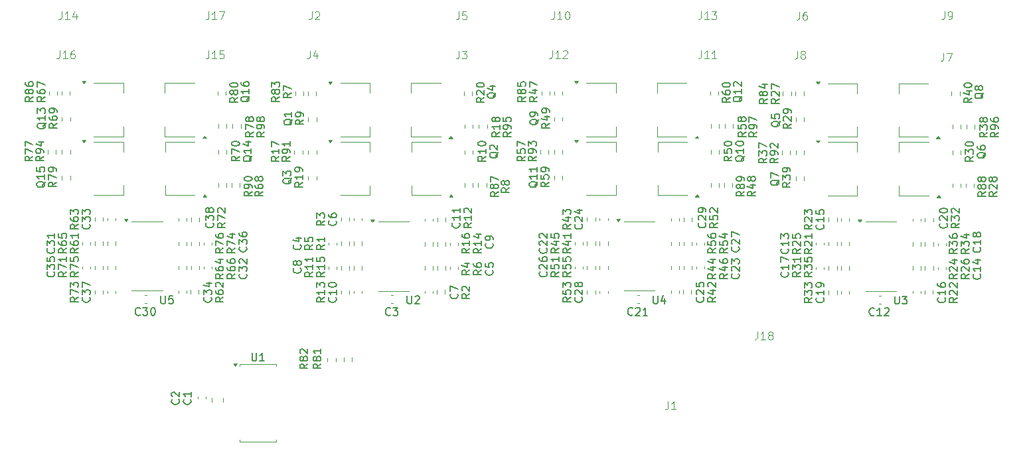
<source format=gbr>
%TF.GenerationSoftware,KiCad,Pcbnew,8.0.4*%
%TF.CreationDate,2024-08-21T17:35:59-07:00*%
%TF.ProjectId,SMA_Test_Bed,534d415f-5465-4737-945f-4265642e6b69,rev?*%
%TF.SameCoordinates,Original*%
%TF.FileFunction,Legend,Top*%
%TF.FilePolarity,Positive*%
%FSLAX46Y46*%
G04 Gerber Fmt 4.6, Leading zero omitted, Abs format (unit mm)*
G04 Created by KiCad (PCBNEW 8.0.4) date 2024-08-21 17:35:59*
%MOMM*%
%LPD*%
G01*
G04 APERTURE LIST*
%ADD10C,0.150000*%
%ADD11C,0.100000*%
%ADD12C,0.120000*%
G04 APERTURE END LIST*
D10*
X158972884Y-84560288D02*
X158496693Y-84893621D01*
X158972884Y-85131716D02*
X157972884Y-85131716D01*
X157972884Y-85131716D02*
X157972884Y-84750764D01*
X157972884Y-84750764D02*
X158020503Y-84655526D01*
X158020503Y-84655526D02*
X158068122Y-84607907D01*
X158068122Y-84607907D02*
X158163360Y-84560288D01*
X158163360Y-84560288D02*
X158306217Y-84560288D01*
X158306217Y-84560288D02*
X158401455Y-84607907D01*
X158401455Y-84607907D02*
X158449074Y-84655526D01*
X158449074Y-84655526D02*
X158496693Y-84750764D01*
X158496693Y-84750764D02*
X158496693Y-85131716D01*
X158972884Y-83607907D02*
X158972884Y-84179335D01*
X158972884Y-83893621D02*
X157972884Y-83893621D01*
X157972884Y-83893621D02*
X158115741Y-83988859D01*
X158115741Y-83988859D02*
X158210979Y-84084097D01*
X158210979Y-84084097D02*
X158258598Y-84179335D01*
X158401455Y-83036478D02*
X158353836Y-83131716D01*
X158353836Y-83131716D02*
X158306217Y-83179335D01*
X158306217Y-83179335D02*
X158210979Y-83226954D01*
X158210979Y-83226954D02*
X158163360Y-83226954D01*
X158163360Y-83226954D02*
X158068122Y-83179335D01*
X158068122Y-83179335D02*
X158020503Y-83131716D01*
X158020503Y-83131716D02*
X157972884Y-83036478D01*
X157972884Y-83036478D02*
X157972884Y-82846002D01*
X157972884Y-82846002D02*
X158020503Y-82750764D01*
X158020503Y-82750764D02*
X158068122Y-82703145D01*
X158068122Y-82703145D02*
X158163360Y-82655526D01*
X158163360Y-82655526D02*
X158210979Y-82655526D01*
X158210979Y-82655526D02*
X158306217Y-82703145D01*
X158306217Y-82703145D02*
X158353836Y-82750764D01*
X158353836Y-82750764D02*
X158401455Y-82846002D01*
X158401455Y-82846002D02*
X158401455Y-83036478D01*
X158401455Y-83036478D02*
X158449074Y-83131716D01*
X158449074Y-83131716D02*
X158496693Y-83179335D01*
X158496693Y-83179335D02*
X158591931Y-83226954D01*
X158591931Y-83226954D02*
X158782407Y-83226954D01*
X158782407Y-83226954D02*
X158877645Y-83179335D01*
X158877645Y-83179335D02*
X158925265Y-83131716D01*
X158925265Y-83131716D02*
X158972884Y-83036478D01*
X158972884Y-83036478D02*
X158972884Y-82846002D01*
X158972884Y-82846002D02*
X158925265Y-82750764D01*
X158925265Y-82750764D02*
X158877645Y-82703145D01*
X158877645Y-82703145D02*
X158782407Y-82655526D01*
X158782407Y-82655526D02*
X158591931Y-82655526D01*
X158591931Y-82655526D02*
X158496693Y-82703145D01*
X158496693Y-82703145D02*
X158449074Y-82750764D01*
X158449074Y-82750764D02*
X158401455Y-82846002D01*
X166504819Y-99392857D02*
X166028628Y-99726190D01*
X166504819Y-99964285D02*
X165504819Y-99964285D01*
X165504819Y-99964285D02*
X165504819Y-99583333D01*
X165504819Y-99583333D02*
X165552438Y-99488095D01*
X165552438Y-99488095D02*
X165600057Y-99440476D01*
X165600057Y-99440476D02*
X165695295Y-99392857D01*
X165695295Y-99392857D02*
X165838152Y-99392857D01*
X165838152Y-99392857D02*
X165933390Y-99440476D01*
X165933390Y-99440476D02*
X165981009Y-99488095D01*
X165981009Y-99488095D02*
X166028628Y-99583333D01*
X166028628Y-99583333D02*
X166028628Y-99964285D01*
X165838152Y-98535714D02*
X166504819Y-98535714D01*
X165457200Y-98773809D02*
X166171485Y-99011904D01*
X166171485Y-99011904D02*
X166171485Y-98392857D01*
X165504819Y-97535714D02*
X165504819Y-98011904D01*
X165504819Y-98011904D02*
X165981009Y-98059523D01*
X165981009Y-98059523D02*
X165933390Y-98011904D01*
X165933390Y-98011904D02*
X165885771Y-97916666D01*
X165885771Y-97916666D02*
X165885771Y-97678571D01*
X165885771Y-97678571D02*
X165933390Y-97583333D01*
X165933390Y-97583333D02*
X165981009Y-97535714D01*
X165981009Y-97535714D02*
X166076247Y-97488095D01*
X166076247Y-97488095D02*
X166314342Y-97488095D01*
X166314342Y-97488095D02*
X166409580Y-97535714D01*
X166409580Y-97535714D02*
X166457200Y-97583333D01*
X166457200Y-97583333D02*
X166504819Y-97678571D01*
X166504819Y-97678571D02*
X166504819Y-97916666D01*
X166504819Y-97916666D02*
X166457200Y-98011904D01*
X166457200Y-98011904D02*
X166409580Y-98059523D01*
X162204819Y-87642857D02*
X161728628Y-87976190D01*
X162204819Y-88214285D02*
X161204819Y-88214285D01*
X161204819Y-88214285D02*
X161204819Y-87833333D01*
X161204819Y-87833333D02*
X161252438Y-87738095D01*
X161252438Y-87738095D02*
X161300057Y-87690476D01*
X161300057Y-87690476D02*
X161395295Y-87642857D01*
X161395295Y-87642857D02*
X161538152Y-87642857D01*
X161538152Y-87642857D02*
X161633390Y-87690476D01*
X161633390Y-87690476D02*
X161681009Y-87738095D01*
X161681009Y-87738095D02*
X161728628Y-87833333D01*
X161728628Y-87833333D02*
X161728628Y-88214285D01*
X161204819Y-86738095D02*
X161204819Y-87214285D01*
X161204819Y-87214285D02*
X161681009Y-87261904D01*
X161681009Y-87261904D02*
X161633390Y-87214285D01*
X161633390Y-87214285D02*
X161585771Y-87119047D01*
X161585771Y-87119047D02*
X161585771Y-86880952D01*
X161585771Y-86880952D02*
X161633390Y-86785714D01*
X161633390Y-86785714D02*
X161681009Y-86738095D01*
X161681009Y-86738095D02*
X161776247Y-86690476D01*
X161776247Y-86690476D02*
X162014342Y-86690476D01*
X162014342Y-86690476D02*
X162109580Y-86738095D01*
X162109580Y-86738095D02*
X162157200Y-86785714D01*
X162157200Y-86785714D02*
X162204819Y-86880952D01*
X162204819Y-86880952D02*
X162204819Y-87119047D01*
X162204819Y-87119047D02*
X162157200Y-87214285D01*
X162157200Y-87214285D02*
X162109580Y-87261904D01*
X161204819Y-86357142D02*
X161204819Y-85690476D01*
X161204819Y-85690476D02*
X162204819Y-86119047D01*
X127554819Y-84542857D02*
X127078628Y-84876190D01*
X127554819Y-85114285D02*
X126554819Y-85114285D01*
X126554819Y-85114285D02*
X126554819Y-84733333D01*
X126554819Y-84733333D02*
X126602438Y-84638095D01*
X126602438Y-84638095D02*
X126650057Y-84590476D01*
X126650057Y-84590476D02*
X126745295Y-84542857D01*
X126745295Y-84542857D02*
X126888152Y-84542857D01*
X126888152Y-84542857D02*
X126983390Y-84590476D01*
X126983390Y-84590476D02*
X127031009Y-84638095D01*
X127031009Y-84638095D02*
X127078628Y-84733333D01*
X127078628Y-84733333D02*
X127078628Y-85114285D01*
X126554819Y-84209523D02*
X126554819Y-83542857D01*
X126554819Y-83542857D02*
X127554819Y-83971428D01*
X126983390Y-83019047D02*
X126935771Y-83114285D01*
X126935771Y-83114285D02*
X126888152Y-83161904D01*
X126888152Y-83161904D02*
X126792914Y-83209523D01*
X126792914Y-83209523D02*
X126745295Y-83209523D01*
X126745295Y-83209523D02*
X126650057Y-83161904D01*
X126650057Y-83161904D02*
X126602438Y-83114285D01*
X126602438Y-83114285D02*
X126554819Y-83019047D01*
X126554819Y-83019047D02*
X126554819Y-82828571D01*
X126554819Y-82828571D02*
X126602438Y-82733333D01*
X126602438Y-82733333D02*
X126650057Y-82685714D01*
X126650057Y-82685714D02*
X126745295Y-82638095D01*
X126745295Y-82638095D02*
X126792914Y-82638095D01*
X126792914Y-82638095D02*
X126888152Y-82685714D01*
X126888152Y-82685714D02*
X126935771Y-82733333D01*
X126935771Y-82733333D02*
X126983390Y-82828571D01*
X126983390Y-82828571D02*
X126983390Y-83019047D01*
X126983390Y-83019047D02*
X127031009Y-83114285D01*
X127031009Y-83114285D02*
X127078628Y-83161904D01*
X127078628Y-83161904D02*
X127173866Y-83209523D01*
X127173866Y-83209523D02*
X127364342Y-83209523D01*
X127364342Y-83209523D02*
X127459580Y-83161904D01*
X127459580Y-83161904D02*
X127507200Y-83114285D01*
X127507200Y-83114285D02*
X127554819Y-83019047D01*
X127554819Y-83019047D02*
X127554819Y-82828571D01*
X127554819Y-82828571D02*
X127507200Y-82733333D01*
X127507200Y-82733333D02*
X127459580Y-82685714D01*
X127459580Y-82685714D02*
X127364342Y-82638095D01*
X127364342Y-82638095D02*
X127173866Y-82638095D01*
X127173866Y-82638095D02*
X127078628Y-82685714D01*
X127078628Y-82685714D02*
X127031009Y-82733333D01*
X127031009Y-82733333D02*
X126983390Y-82828571D01*
X138027645Y-95859097D02*
X138075265Y-95906716D01*
X138075265Y-95906716D02*
X138122884Y-96049573D01*
X138122884Y-96049573D02*
X138122884Y-96144811D01*
X138122884Y-96144811D02*
X138075265Y-96287668D01*
X138075265Y-96287668D02*
X137980026Y-96382906D01*
X137980026Y-96382906D02*
X137884788Y-96430525D01*
X137884788Y-96430525D02*
X137694312Y-96478144D01*
X137694312Y-96478144D02*
X137551455Y-96478144D01*
X137551455Y-96478144D02*
X137360979Y-96430525D01*
X137360979Y-96430525D02*
X137265741Y-96382906D01*
X137265741Y-96382906D02*
X137170503Y-96287668D01*
X137170503Y-96287668D02*
X137122884Y-96144811D01*
X137122884Y-96144811D02*
X137122884Y-96049573D01*
X137122884Y-96049573D02*
X137170503Y-95906716D01*
X137170503Y-95906716D02*
X137218122Y-95859097D01*
X137122884Y-95001954D02*
X137122884Y-95192430D01*
X137122884Y-95192430D02*
X137170503Y-95287668D01*
X137170503Y-95287668D02*
X137218122Y-95335287D01*
X137218122Y-95335287D02*
X137360979Y-95430525D01*
X137360979Y-95430525D02*
X137551455Y-95478144D01*
X137551455Y-95478144D02*
X137932407Y-95478144D01*
X137932407Y-95478144D02*
X138027645Y-95430525D01*
X138027645Y-95430525D02*
X138075265Y-95382906D01*
X138075265Y-95382906D02*
X138122884Y-95287668D01*
X138122884Y-95287668D02*
X138122884Y-95097192D01*
X138122884Y-95097192D02*
X138075265Y-95001954D01*
X138075265Y-95001954D02*
X138027645Y-94954335D01*
X138027645Y-94954335D02*
X137932407Y-94906716D01*
X137932407Y-94906716D02*
X137694312Y-94906716D01*
X137694312Y-94906716D02*
X137599074Y-94954335D01*
X137599074Y-94954335D02*
X137551455Y-95001954D01*
X137551455Y-95001954D02*
X137503836Y-95097192D01*
X137503836Y-95097192D02*
X137503836Y-95287668D01*
X137503836Y-95287668D02*
X137551455Y-95382906D01*
X137551455Y-95382906D02*
X137599074Y-95430525D01*
X137599074Y-95430525D02*
X137694312Y-95478144D01*
D11*
X215666666Y-69157419D02*
X215666666Y-69871704D01*
X215666666Y-69871704D02*
X215619047Y-70014561D01*
X215619047Y-70014561D02*
X215523809Y-70109800D01*
X215523809Y-70109800D02*
X215380952Y-70157419D01*
X215380952Y-70157419D02*
X215285714Y-70157419D01*
X216190476Y-70157419D02*
X216380952Y-70157419D01*
X216380952Y-70157419D02*
X216476190Y-70109800D01*
X216476190Y-70109800D02*
X216523809Y-70062180D01*
X216523809Y-70062180D02*
X216619047Y-69919323D01*
X216619047Y-69919323D02*
X216666666Y-69728847D01*
X216666666Y-69728847D02*
X216666666Y-69347895D01*
X216666666Y-69347895D02*
X216619047Y-69252657D01*
X216619047Y-69252657D02*
X216571428Y-69205038D01*
X216571428Y-69205038D02*
X216476190Y-69157419D01*
X216476190Y-69157419D02*
X216285714Y-69157419D01*
X216285714Y-69157419D02*
X216190476Y-69205038D01*
X216190476Y-69205038D02*
X216142857Y-69252657D01*
X216142857Y-69252657D02*
X216095238Y-69347895D01*
X216095238Y-69347895D02*
X216095238Y-69585990D01*
X216095238Y-69585990D02*
X216142857Y-69681228D01*
X216142857Y-69681228D02*
X216190476Y-69728847D01*
X216190476Y-69728847D02*
X216285714Y-69776466D01*
X216285714Y-69776466D02*
X216476190Y-69776466D01*
X216476190Y-69776466D02*
X216571428Y-69728847D01*
X216571428Y-69728847D02*
X216619047Y-69681228D01*
X216619047Y-69681228D02*
X216666666Y-69585990D01*
D10*
X155122884Y-99410288D02*
X154646693Y-99743621D01*
X155122884Y-99981716D02*
X154122884Y-99981716D01*
X154122884Y-99981716D02*
X154122884Y-99600764D01*
X154122884Y-99600764D02*
X154170503Y-99505526D01*
X154170503Y-99505526D02*
X154218122Y-99457907D01*
X154218122Y-99457907D02*
X154313360Y-99410288D01*
X154313360Y-99410288D02*
X154456217Y-99410288D01*
X154456217Y-99410288D02*
X154551455Y-99457907D01*
X154551455Y-99457907D02*
X154599074Y-99505526D01*
X154599074Y-99505526D02*
X154646693Y-99600764D01*
X154646693Y-99600764D02*
X154646693Y-99981716D01*
X155122884Y-98457907D02*
X155122884Y-99029335D01*
X155122884Y-98743621D02*
X154122884Y-98743621D01*
X154122884Y-98743621D02*
X154265741Y-98838859D01*
X154265741Y-98838859D02*
X154360979Y-98934097D01*
X154360979Y-98934097D02*
X154408598Y-99029335D01*
X154122884Y-97600764D02*
X154122884Y-97791240D01*
X154122884Y-97791240D02*
X154170503Y-97886478D01*
X154170503Y-97886478D02*
X154218122Y-97934097D01*
X154218122Y-97934097D02*
X154360979Y-98029335D01*
X154360979Y-98029335D02*
X154551455Y-98076954D01*
X154551455Y-98076954D02*
X154932407Y-98076954D01*
X154932407Y-98076954D02*
X155027645Y-98029335D01*
X155027645Y-98029335D02*
X155075265Y-97981716D01*
X155075265Y-97981716D02*
X155122884Y-97886478D01*
X155122884Y-97886478D02*
X155122884Y-97696002D01*
X155122884Y-97696002D02*
X155075265Y-97600764D01*
X155075265Y-97600764D02*
X155027645Y-97553145D01*
X155027645Y-97553145D02*
X154932407Y-97505526D01*
X154932407Y-97505526D02*
X154694312Y-97505526D01*
X154694312Y-97505526D02*
X154599074Y-97553145D01*
X154599074Y-97553145D02*
X154551455Y-97600764D01*
X154551455Y-97600764D02*
X154503836Y-97696002D01*
X154503836Y-97696002D02*
X154503836Y-97886478D01*
X154503836Y-97886478D02*
X154551455Y-97981716D01*
X154551455Y-97981716D02*
X154599074Y-98029335D01*
X154599074Y-98029335D02*
X154694312Y-98076954D01*
X115738095Y-105454819D02*
X115738095Y-106264342D01*
X115738095Y-106264342D02*
X115785714Y-106359580D01*
X115785714Y-106359580D02*
X115833333Y-106407200D01*
X115833333Y-106407200D02*
X115928571Y-106454819D01*
X115928571Y-106454819D02*
X116119047Y-106454819D01*
X116119047Y-106454819D02*
X116214285Y-106407200D01*
X116214285Y-106407200D02*
X116261904Y-106359580D01*
X116261904Y-106359580D02*
X116309523Y-106264342D01*
X116309523Y-106264342D02*
X116309523Y-105454819D01*
X117261904Y-105454819D02*
X116785714Y-105454819D01*
X116785714Y-105454819D02*
X116738095Y-105931009D01*
X116738095Y-105931009D02*
X116785714Y-105883390D01*
X116785714Y-105883390D02*
X116880952Y-105835771D01*
X116880952Y-105835771D02*
X117119047Y-105835771D01*
X117119047Y-105835771D02*
X117214285Y-105883390D01*
X117214285Y-105883390D02*
X117261904Y-105931009D01*
X117261904Y-105931009D02*
X117309523Y-106026247D01*
X117309523Y-106026247D02*
X117309523Y-106264342D01*
X117309523Y-106264342D02*
X117261904Y-106359580D01*
X117261904Y-106359580D02*
X117214285Y-106407200D01*
X117214285Y-106407200D02*
X117119047Y-106454819D01*
X117119047Y-106454819D02*
X116880952Y-106454819D01*
X116880952Y-106454819D02*
X116785714Y-106407200D01*
X116785714Y-106407200D02*
X116738095Y-106359580D01*
D11*
X184640476Y-69157419D02*
X184640476Y-69871704D01*
X184640476Y-69871704D02*
X184592857Y-70014561D01*
X184592857Y-70014561D02*
X184497619Y-70109800D01*
X184497619Y-70109800D02*
X184354762Y-70157419D01*
X184354762Y-70157419D02*
X184259524Y-70157419D01*
X185640476Y-70157419D02*
X185069048Y-70157419D01*
X185354762Y-70157419D02*
X185354762Y-69157419D01*
X185354762Y-69157419D02*
X185259524Y-69300276D01*
X185259524Y-69300276D02*
X185164286Y-69395514D01*
X185164286Y-69395514D02*
X185069048Y-69443133D01*
X185973810Y-69157419D02*
X186592857Y-69157419D01*
X186592857Y-69157419D02*
X186259524Y-69538371D01*
X186259524Y-69538371D02*
X186402381Y-69538371D01*
X186402381Y-69538371D02*
X186497619Y-69585990D01*
X186497619Y-69585990D02*
X186545238Y-69633609D01*
X186545238Y-69633609D02*
X186592857Y-69728847D01*
X186592857Y-69728847D02*
X186592857Y-69966942D01*
X186592857Y-69966942D02*
X186545238Y-70062180D01*
X186545238Y-70062180D02*
X186497619Y-70109800D01*
X186497619Y-70109800D02*
X186402381Y-70157419D01*
X186402381Y-70157419D02*
X186116667Y-70157419D01*
X186116667Y-70157419D02*
X186021429Y-70109800D01*
X186021429Y-70109800D02*
X185973810Y-70062180D01*
D10*
X156622884Y-99410288D02*
X156146693Y-99743621D01*
X156622884Y-99981716D02*
X155622884Y-99981716D01*
X155622884Y-99981716D02*
X155622884Y-99600764D01*
X155622884Y-99600764D02*
X155670503Y-99505526D01*
X155670503Y-99505526D02*
X155718122Y-99457907D01*
X155718122Y-99457907D02*
X155813360Y-99410288D01*
X155813360Y-99410288D02*
X155956217Y-99410288D01*
X155956217Y-99410288D02*
X156051455Y-99457907D01*
X156051455Y-99457907D02*
X156099074Y-99505526D01*
X156099074Y-99505526D02*
X156146693Y-99600764D01*
X156146693Y-99600764D02*
X156146693Y-99981716D01*
X156622884Y-98457907D02*
X156622884Y-99029335D01*
X156622884Y-98743621D02*
X155622884Y-98743621D01*
X155622884Y-98743621D02*
X155765741Y-98838859D01*
X155765741Y-98838859D02*
X155860979Y-98934097D01*
X155860979Y-98934097D02*
X155908598Y-99029335D01*
X155956217Y-97600764D02*
X156622884Y-97600764D01*
X155575265Y-97838859D02*
X156289550Y-98076954D01*
X156289550Y-98076954D02*
X156289550Y-97457907D01*
X123954819Y-96142857D02*
X123478628Y-96476190D01*
X123954819Y-96714285D02*
X122954819Y-96714285D01*
X122954819Y-96714285D02*
X122954819Y-96333333D01*
X122954819Y-96333333D02*
X123002438Y-96238095D01*
X123002438Y-96238095D02*
X123050057Y-96190476D01*
X123050057Y-96190476D02*
X123145295Y-96142857D01*
X123145295Y-96142857D02*
X123288152Y-96142857D01*
X123288152Y-96142857D02*
X123383390Y-96190476D01*
X123383390Y-96190476D02*
X123431009Y-96238095D01*
X123431009Y-96238095D02*
X123478628Y-96333333D01*
X123478628Y-96333333D02*
X123478628Y-96714285D01*
X122954819Y-95809523D02*
X122954819Y-95142857D01*
X122954819Y-95142857D02*
X123954819Y-95571428D01*
X123050057Y-94809523D02*
X123002438Y-94761904D01*
X123002438Y-94761904D02*
X122954819Y-94666666D01*
X122954819Y-94666666D02*
X122954819Y-94428571D01*
X122954819Y-94428571D02*
X123002438Y-94333333D01*
X123002438Y-94333333D02*
X123050057Y-94285714D01*
X123050057Y-94285714D02*
X123145295Y-94238095D01*
X123145295Y-94238095D02*
X123240533Y-94238095D01*
X123240533Y-94238095D02*
X123383390Y-94285714D01*
X123383390Y-94285714D02*
X123954819Y-94857142D01*
X123954819Y-94857142D02*
X123954819Y-94238095D01*
X169409580Y-96317857D02*
X169457200Y-96365476D01*
X169457200Y-96365476D02*
X169504819Y-96508333D01*
X169504819Y-96508333D02*
X169504819Y-96603571D01*
X169504819Y-96603571D02*
X169457200Y-96746428D01*
X169457200Y-96746428D02*
X169361961Y-96841666D01*
X169361961Y-96841666D02*
X169266723Y-96889285D01*
X169266723Y-96889285D02*
X169076247Y-96936904D01*
X169076247Y-96936904D02*
X168933390Y-96936904D01*
X168933390Y-96936904D02*
X168742914Y-96889285D01*
X168742914Y-96889285D02*
X168647676Y-96841666D01*
X168647676Y-96841666D02*
X168552438Y-96746428D01*
X168552438Y-96746428D02*
X168504819Y-96603571D01*
X168504819Y-96603571D02*
X168504819Y-96508333D01*
X168504819Y-96508333D02*
X168552438Y-96365476D01*
X168552438Y-96365476D02*
X168600057Y-96317857D01*
X168600057Y-95936904D02*
X168552438Y-95889285D01*
X168552438Y-95889285D02*
X168504819Y-95794047D01*
X168504819Y-95794047D02*
X168504819Y-95555952D01*
X168504819Y-95555952D02*
X168552438Y-95460714D01*
X168552438Y-95460714D02*
X168600057Y-95413095D01*
X168600057Y-95413095D02*
X168695295Y-95365476D01*
X168695295Y-95365476D02*
X168790533Y-95365476D01*
X168790533Y-95365476D02*
X168933390Y-95413095D01*
X168933390Y-95413095D02*
X169504819Y-95984523D01*
X169504819Y-95984523D02*
X169504819Y-95365476D01*
X168838152Y-94508333D02*
X169504819Y-94508333D01*
X168457200Y-94746428D02*
X169171485Y-94984523D01*
X169171485Y-94984523D02*
X169171485Y-94365476D01*
X145001398Y-107877011D02*
X144953779Y-107924631D01*
X144953779Y-107924631D02*
X144810922Y-107972250D01*
X144810922Y-107972250D02*
X144715684Y-107972250D01*
X144715684Y-107972250D02*
X144572827Y-107924631D01*
X144572827Y-107924631D02*
X144477589Y-107829392D01*
X144477589Y-107829392D02*
X144429970Y-107734154D01*
X144429970Y-107734154D02*
X144382351Y-107543678D01*
X144382351Y-107543678D02*
X144382351Y-107400821D01*
X144382351Y-107400821D02*
X144429970Y-107210345D01*
X144429970Y-107210345D02*
X144477589Y-107115107D01*
X144477589Y-107115107D02*
X144572827Y-107019869D01*
X144572827Y-107019869D02*
X144715684Y-106972250D01*
X144715684Y-106972250D02*
X144810922Y-106972250D01*
X144810922Y-106972250D02*
X144953779Y-107019869D01*
X144953779Y-107019869D02*
X145001398Y-107067488D01*
X145334732Y-106972250D02*
X145953779Y-106972250D01*
X145953779Y-106972250D02*
X145620446Y-107353202D01*
X145620446Y-107353202D02*
X145763303Y-107353202D01*
X145763303Y-107353202D02*
X145858541Y-107400821D01*
X145858541Y-107400821D02*
X145906160Y-107448440D01*
X145906160Y-107448440D02*
X145953779Y-107543678D01*
X145953779Y-107543678D02*
X145953779Y-107781773D01*
X145953779Y-107781773D02*
X145906160Y-107877011D01*
X145906160Y-107877011D02*
X145858541Y-107924631D01*
X145858541Y-107924631D02*
X145763303Y-107972250D01*
X145763303Y-107972250D02*
X145477589Y-107972250D01*
X145477589Y-107972250D02*
X145382351Y-107924631D01*
X145382351Y-107924631D02*
X145334732Y-107877011D01*
X133822884Y-90960288D02*
X133346693Y-91293621D01*
X133822884Y-91531716D02*
X132822884Y-91531716D01*
X132822884Y-91531716D02*
X132822884Y-91150764D01*
X132822884Y-91150764D02*
X132870503Y-91055526D01*
X132870503Y-91055526D02*
X132918122Y-91007907D01*
X132918122Y-91007907D02*
X133013360Y-90960288D01*
X133013360Y-90960288D02*
X133156217Y-90960288D01*
X133156217Y-90960288D02*
X133251455Y-91007907D01*
X133251455Y-91007907D02*
X133299074Y-91055526D01*
X133299074Y-91055526D02*
X133346693Y-91150764D01*
X133346693Y-91150764D02*
X133346693Y-91531716D01*
X133822884Y-90007907D02*
X133822884Y-90579335D01*
X133822884Y-90293621D02*
X132822884Y-90293621D01*
X132822884Y-90293621D02*
X132965741Y-90388859D01*
X132965741Y-90388859D02*
X133060979Y-90484097D01*
X133060979Y-90484097D02*
X133108598Y-90579335D01*
X133822884Y-89531716D02*
X133822884Y-89341240D01*
X133822884Y-89341240D02*
X133775265Y-89246002D01*
X133775265Y-89246002D02*
X133727645Y-89198383D01*
X133727645Y-89198383D02*
X133584788Y-89103145D01*
X133584788Y-89103145D02*
X133394312Y-89055526D01*
X133394312Y-89055526D02*
X133013360Y-89055526D01*
X133013360Y-89055526D02*
X132918122Y-89103145D01*
X132918122Y-89103145D02*
X132870503Y-89150764D01*
X132870503Y-89150764D02*
X132822884Y-89246002D01*
X132822884Y-89246002D02*
X132822884Y-89436478D01*
X132822884Y-89436478D02*
X132870503Y-89531716D01*
X132870503Y-89531716D02*
X132918122Y-89579335D01*
X132918122Y-89579335D02*
X133013360Y-89626954D01*
X133013360Y-89626954D02*
X133251455Y-89626954D01*
X133251455Y-89626954D02*
X133346693Y-89579335D01*
X133346693Y-89579335D02*
X133394312Y-89531716D01*
X133394312Y-89531716D02*
X133441931Y-89436478D01*
X133441931Y-89436478D02*
X133441931Y-89246002D01*
X133441931Y-89246002D02*
X133394312Y-89150764D01*
X133394312Y-89150764D02*
X133346693Y-89103145D01*
X133346693Y-89103145D02*
X133251455Y-89055526D01*
X195709580Y-99442857D02*
X195757200Y-99490476D01*
X195757200Y-99490476D02*
X195804819Y-99633333D01*
X195804819Y-99633333D02*
X195804819Y-99728571D01*
X195804819Y-99728571D02*
X195757200Y-99871428D01*
X195757200Y-99871428D02*
X195661961Y-99966666D01*
X195661961Y-99966666D02*
X195566723Y-100014285D01*
X195566723Y-100014285D02*
X195376247Y-100061904D01*
X195376247Y-100061904D02*
X195233390Y-100061904D01*
X195233390Y-100061904D02*
X195042914Y-100014285D01*
X195042914Y-100014285D02*
X194947676Y-99966666D01*
X194947676Y-99966666D02*
X194852438Y-99871428D01*
X194852438Y-99871428D02*
X194804819Y-99728571D01*
X194804819Y-99728571D02*
X194804819Y-99633333D01*
X194804819Y-99633333D02*
X194852438Y-99490476D01*
X194852438Y-99490476D02*
X194900057Y-99442857D01*
X195804819Y-98490476D02*
X195804819Y-99061904D01*
X195804819Y-98776190D02*
X194804819Y-98776190D01*
X194804819Y-98776190D02*
X194947676Y-98871428D01*
X194947676Y-98871428D02*
X195042914Y-98966666D01*
X195042914Y-98966666D02*
X195090533Y-99061904D01*
X194804819Y-98157142D02*
X194804819Y-97538095D01*
X194804819Y-97538095D02*
X195185771Y-97871428D01*
X195185771Y-97871428D02*
X195185771Y-97728571D01*
X195185771Y-97728571D02*
X195233390Y-97633333D01*
X195233390Y-97633333D02*
X195281009Y-97585714D01*
X195281009Y-97585714D02*
X195376247Y-97538095D01*
X195376247Y-97538095D02*
X195614342Y-97538095D01*
X195614342Y-97538095D02*
X195709580Y-97585714D01*
X195709580Y-97585714D02*
X195757200Y-97633333D01*
X195757200Y-97633333D02*
X195804819Y-97728571D01*
X195804819Y-97728571D02*
X195804819Y-98014285D01*
X195804819Y-98014285D02*
X195757200Y-98109523D01*
X195757200Y-98109523D02*
X195709580Y-98157142D01*
X103704819Y-102392857D02*
X103228628Y-102726190D01*
X103704819Y-102964285D02*
X102704819Y-102964285D01*
X102704819Y-102964285D02*
X102704819Y-102583333D01*
X102704819Y-102583333D02*
X102752438Y-102488095D01*
X102752438Y-102488095D02*
X102800057Y-102440476D01*
X102800057Y-102440476D02*
X102895295Y-102392857D01*
X102895295Y-102392857D02*
X103038152Y-102392857D01*
X103038152Y-102392857D02*
X103133390Y-102440476D01*
X103133390Y-102440476D02*
X103181009Y-102488095D01*
X103181009Y-102488095D02*
X103228628Y-102583333D01*
X103228628Y-102583333D02*
X103228628Y-102964285D01*
X102704819Y-102059523D02*
X102704819Y-101392857D01*
X102704819Y-101392857D02*
X103704819Y-101821428D01*
X103704819Y-100488095D02*
X103704819Y-101059523D01*
X103704819Y-100773809D02*
X102704819Y-100773809D01*
X102704819Y-100773809D02*
X102847676Y-100869047D01*
X102847676Y-100869047D02*
X102942914Y-100964285D01*
X102942914Y-100964285D02*
X102990533Y-101059523D01*
D11*
X165890476Y-69157419D02*
X165890476Y-69871704D01*
X165890476Y-69871704D02*
X165842857Y-70014561D01*
X165842857Y-70014561D02*
X165747619Y-70109800D01*
X165747619Y-70109800D02*
X165604762Y-70157419D01*
X165604762Y-70157419D02*
X165509524Y-70157419D01*
X166890476Y-70157419D02*
X166319048Y-70157419D01*
X166604762Y-70157419D02*
X166604762Y-69157419D01*
X166604762Y-69157419D02*
X166509524Y-69300276D01*
X166509524Y-69300276D02*
X166414286Y-69395514D01*
X166414286Y-69395514D02*
X166319048Y-69443133D01*
X167509524Y-69157419D02*
X167604762Y-69157419D01*
X167604762Y-69157419D02*
X167700000Y-69205038D01*
X167700000Y-69205038D02*
X167747619Y-69252657D01*
X167747619Y-69252657D02*
X167795238Y-69347895D01*
X167795238Y-69347895D02*
X167842857Y-69538371D01*
X167842857Y-69538371D02*
X167842857Y-69776466D01*
X167842857Y-69776466D02*
X167795238Y-69966942D01*
X167795238Y-69966942D02*
X167747619Y-70062180D01*
X167747619Y-70062180D02*
X167700000Y-70109800D01*
X167700000Y-70109800D02*
X167604762Y-70157419D01*
X167604762Y-70157419D02*
X167509524Y-70157419D01*
X167509524Y-70157419D02*
X167414286Y-70109800D01*
X167414286Y-70109800D02*
X167366667Y-70062180D01*
X167366667Y-70062180D02*
X167319048Y-69966942D01*
X167319048Y-69966942D02*
X167271429Y-69776466D01*
X167271429Y-69776466D02*
X167271429Y-69538371D01*
X167271429Y-69538371D02*
X167319048Y-69347895D01*
X167319048Y-69347895D02*
X167366667Y-69252657D01*
X167366667Y-69252657D02*
X167414286Y-69205038D01*
X167414286Y-69205038D02*
X167509524Y-69157419D01*
D10*
X156972884Y-80160288D02*
X156496693Y-80493621D01*
X156972884Y-80731716D02*
X155972884Y-80731716D01*
X155972884Y-80731716D02*
X155972884Y-80350764D01*
X155972884Y-80350764D02*
X156020503Y-80255526D01*
X156020503Y-80255526D02*
X156068122Y-80207907D01*
X156068122Y-80207907D02*
X156163360Y-80160288D01*
X156163360Y-80160288D02*
X156306217Y-80160288D01*
X156306217Y-80160288D02*
X156401455Y-80207907D01*
X156401455Y-80207907D02*
X156449074Y-80255526D01*
X156449074Y-80255526D02*
X156496693Y-80350764D01*
X156496693Y-80350764D02*
X156496693Y-80731716D01*
X156068122Y-79779335D02*
X156020503Y-79731716D01*
X156020503Y-79731716D02*
X155972884Y-79636478D01*
X155972884Y-79636478D02*
X155972884Y-79398383D01*
X155972884Y-79398383D02*
X156020503Y-79303145D01*
X156020503Y-79303145D02*
X156068122Y-79255526D01*
X156068122Y-79255526D02*
X156163360Y-79207907D01*
X156163360Y-79207907D02*
X156258598Y-79207907D01*
X156258598Y-79207907D02*
X156401455Y-79255526D01*
X156401455Y-79255526D02*
X156972884Y-79826954D01*
X156972884Y-79826954D02*
X156972884Y-79207907D01*
X155972884Y-78588859D02*
X155972884Y-78493621D01*
X155972884Y-78493621D02*
X156020503Y-78398383D01*
X156020503Y-78398383D02*
X156068122Y-78350764D01*
X156068122Y-78350764D02*
X156163360Y-78303145D01*
X156163360Y-78303145D02*
X156353836Y-78255526D01*
X156353836Y-78255526D02*
X156591931Y-78255526D01*
X156591931Y-78255526D02*
X156782407Y-78303145D01*
X156782407Y-78303145D02*
X156877645Y-78350764D01*
X156877645Y-78350764D02*
X156925265Y-78398383D01*
X156925265Y-78398383D02*
X156972884Y-78493621D01*
X156972884Y-78493621D02*
X156972884Y-78588859D01*
X156972884Y-78588859D02*
X156925265Y-78684097D01*
X156925265Y-78684097D02*
X156877645Y-78731716D01*
X156877645Y-78731716D02*
X156782407Y-78779335D01*
X156782407Y-78779335D02*
X156591931Y-78826954D01*
X156591931Y-78826954D02*
X156353836Y-78826954D01*
X156353836Y-78826954D02*
X156163360Y-78779335D01*
X156163360Y-78779335D02*
X156068122Y-78731716D01*
X156068122Y-78731716D02*
X156020503Y-78684097D01*
X156020503Y-78684097D02*
X155972884Y-78588859D01*
X196104819Y-83492857D02*
X195628628Y-83826190D01*
X196104819Y-84064285D02*
X195104819Y-84064285D01*
X195104819Y-84064285D02*
X195104819Y-83683333D01*
X195104819Y-83683333D02*
X195152438Y-83588095D01*
X195152438Y-83588095D02*
X195200057Y-83540476D01*
X195200057Y-83540476D02*
X195295295Y-83492857D01*
X195295295Y-83492857D02*
X195438152Y-83492857D01*
X195438152Y-83492857D02*
X195533390Y-83540476D01*
X195533390Y-83540476D02*
X195581009Y-83588095D01*
X195581009Y-83588095D02*
X195628628Y-83683333D01*
X195628628Y-83683333D02*
X195628628Y-84064285D01*
X195200057Y-83111904D02*
X195152438Y-83064285D01*
X195152438Y-83064285D02*
X195104819Y-82969047D01*
X195104819Y-82969047D02*
X195104819Y-82730952D01*
X195104819Y-82730952D02*
X195152438Y-82635714D01*
X195152438Y-82635714D02*
X195200057Y-82588095D01*
X195200057Y-82588095D02*
X195295295Y-82540476D01*
X195295295Y-82540476D02*
X195390533Y-82540476D01*
X195390533Y-82540476D02*
X195533390Y-82588095D01*
X195533390Y-82588095D02*
X196104819Y-83159523D01*
X196104819Y-83159523D02*
X196104819Y-82540476D01*
X196104819Y-82064285D02*
X196104819Y-81873809D01*
X196104819Y-81873809D02*
X196057200Y-81778571D01*
X196057200Y-81778571D02*
X196009580Y-81730952D01*
X196009580Y-81730952D02*
X195866723Y-81635714D01*
X195866723Y-81635714D02*
X195676247Y-81588095D01*
X195676247Y-81588095D02*
X195295295Y-81588095D01*
X195295295Y-81588095D02*
X195200057Y-81635714D01*
X195200057Y-81635714D02*
X195152438Y-81683333D01*
X195152438Y-81683333D02*
X195104819Y-81778571D01*
X195104819Y-81778571D02*
X195104819Y-81969047D01*
X195104819Y-81969047D02*
X195152438Y-82064285D01*
X195152438Y-82064285D02*
X195200057Y-82111904D01*
X195200057Y-82111904D02*
X195295295Y-82159523D01*
X195295295Y-82159523D02*
X195533390Y-82159523D01*
X195533390Y-82159523D02*
X195628628Y-82111904D01*
X195628628Y-82111904D02*
X195676247Y-82064285D01*
X195676247Y-82064285D02*
X195723866Y-81969047D01*
X195723866Y-81969047D02*
X195723866Y-81778571D01*
X195723866Y-81778571D02*
X195676247Y-81683333D01*
X195676247Y-81683333D02*
X195628628Y-81635714D01*
X195628628Y-81635714D02*
X195533390Y-81588095D01*
X157172884Y-87660288D02*
X156696693Y-87993621D01*
X157172884Y-88231716D02*
X156172884Y-88231716D01*
X156172884Y-88231716D02*
X156172884Y-87850764D01*
X156172884Y-87850764D02*
X156220503Y-87755526D01*
X156220503Y-87755526D02*
X156268122Y-87707907D01*
X156268122Y-87707907D02*
X156363360Y-87660288D01*
X156363360Y-87660288D02*
X156506217Y-87660288D01*
X156506217Y-87660288D02*
X156601455Y-87707907D01*
X156601455Y-87707907D02*
X156649074Y-87755526D01*
X156649074Y-87755526D02*
X156696693Y-87850764D01*
X156696693Y-87850764D02*
X156696693Y-88231716D01*
X157172884Y-86707907D02*
X157172884Y-87279335D01*
X157172884Y-86993621D02*
X156172884Y-86993621D01*
X156172884Y-86993621D02*
X156315741Y-87088859D01*
X156315741Y-87088859D02*
X156410979Y-87184097D01*
X156410979Y-87184097D02*
X156458598Y-87279335D01*
X156172884Y-86088859D02*
X156172884Y-85993621D01*
X156172884Y-85993621D02*
X156220503Y-85898383D01*
X156220503Y-85898383D02*
X156268122Y-85850764D01*
X156268122Y-85850764D02*
X156363360Y-85803145D01*
X156363360Y-85803145D02*
X156553836Y-85755526D01*
X156553836Y-85755526D02*
X156791931Y-85755526D01*
X156791931Y-85755526D02*
X156982407Y-85803145D01*
X156982407Y-85803145D02*
X157077645Y-85850764D01*
X157077645Y-85850764D02*
X157125265Y-85898383D01*
X157125265Y-85898383D02*
X157172884Y-85993621D01*
X157172884Y-85993621D02*
X157172884Y-86088859D01*
X157172884Y-86088859D02*
X157125265Y-86184097D01*
X157125265Y-86184097D02*
X157077645Y-86231716D01*
X157077645Y-86231716D02*
X156982407Y-86279335D01*
X156982407Y-86279335D02*
X156791931Y-86326954D01*
X156791931Y-86326954D02*
X156553836Y-86326954D01*
X156553836Y-86326954D02*
X156363360Y-86279335D01*
X156363360Y-86279335D02*
X156268122Y-86231716D01*
X156268122Y-86231716D02*
X156220503Y-86184097D01*
X156220503Y-86184097D02*
X156172884Y-86088859D01*
X168004819Y-96317857D02*
X167528628Y-96651190D01*
X168004819Y-96889285D02*
X167004819Y-96889285D01*
X167004819Y-96889285D02*
X167004819Y-96508333D01*
X167004819Y-96508333D02*
X167052438Y-96413095D01*
X167052438Y-96413095D02*
X167100057Y-96365476D01*
X167100057Y-96365476D02*
X167195295Y-96317857D01*
X167195295Y-96317857D02*
X167338152Y-96317857D01*
X167338152Y-96317857D02*
X167433390Y-96365476D01*
X167433390Y-96365476D02*
X167481009Y-96413095D01*
X167481009Y-96413095D02*
X167528628Y-96508333D01*
X167528628Y-96508333D02*
X167528628Y-96889285D01*
X167338152Y-95460714D02*
X168004819Y-95460714D01*
X166957200Y-95698809D02*
X167671485Y-95936904D01*
X167671485Y-95936904D02*
X167671485Y-95317857D01*
X167004819Y-95032142D02*
X167004819Y-94413095D01*
X167004819Y-94413095D02*
X167385771Y-94746428D01*
X167385771Y-94746428D02*
X167385771Y-94603571D01*
X167385771Y-94603571D02*
X167433390Y-94508333D01*
X167433390Y-94508333D02*
X167481009Y-94460714D01*
X167481009Y-94460714D02*
X167576247Y-94413095D01*
X167576247Y-94413095D02*
X167814342Y-94413095D01*
X167814342Y-94413095D02*
X167909580Y-94460714D01*
X167909580Y-94460714D02*
X167957200Y-94508333D01*
X167957200Y-94508333D02*
X168004819Y-94603571D01*
X168004819Y-94603571D02*
X168004819Y-94889285D01*
X168004819Y-94889285D02*
X167957200Y-94984523D01*
X167957200Y-94984523D02*
X167909580Y-95032142D01*
X194579819Y-80292857D02*
X194103628Y-80626190D01*
X194579819Y-80864285D02*
X193579819Y-80864285D01*
X193579819Y-80864285D02*
X193579819Y-80483333D01*
X193579819Y-80483333D02*
X193627438Y-80388095D01*
X193627438Y-80388095D02*
X193675057Y-80340476D01*
X193675057Y-80340476D02*
X193770295Y-80292857D01*
X193770295Y-80292857D02*
X193913152Y-80292857D01*
X193913152Y-80292857D02*
X194008390Y-80340476D01*
X194008390Y-80340476D02*
X194056009Y-80388095D01*
X194056009Y-80388095D02*
X194103628Y-80483333D01*
X194103628Y-80483333D02*
X194103628Y-80864285D01*
X193675057Y-79911904D02*
X193627438Y-79864285D01*
X193627438Y-79864285D02*
X193579819Y-79769047D01*
X193579819Y-79769047D02*
X193579819Y-79530952D01*
X193579819Y-79530952D02*
X193627438Y-79435714D01*
X193627438Y-79435714D02*
X193675057Y-79388095D01*
X193675057Y-79388095D02*
X193770295Y-79340476D01*
X193770295Y-79340476D02*
X193865533Y-79340476D01*
X193865533Y-79340476D02*
X194008390Y-79388095D01*
X194008390Y-79388095D02*
X194579819Y-79959523D01*
X194579819Y-79959523D02*
X194579819Y-79340476D01*
X193579819Y-79007142D02*
X193579819Y-78340476D01*
X193579819Y-78340476D02*
X194579819Y-78769047D01*
X155372884Y-96160288D02*
X154896693Y-96493621D01*
X155372884Y-96731716D02*
X154372884Y-96731716D01*
X154372884Y-96731716D02*
X154372884Y-96350764D01*
X154372884Y-96350764D02*
X154420503Y-96255526D01*
X154420503Y-96255526D02*
X154468122Y-96207907D01*
X154468122Y-96207907D02*
X154563360Y-96160288D01*
X154563360Y-96160288D02*
X154706217Y-96160288D01*
X154706217Y-96160288D02*
X154801455Y-96207907D01*
X154801455Y-96207907D02*
X154849074Y-96255526D01*
X154849074Y-96255526D02*
X154896693Y-96350764D01*
X154896693Y-96350764D02*
X154896693Y-96731716D01*
X155372884Y-95207907D02*
X155372884Y-95779335D01*
X155372884Y-95493621D02*
X154372884Y-95493621D01*
X154372884Y-95493621D02*
X154515741Y-95588859D01*
X154515741Y-95588859D02*
X154610979Y-95684097D01*
X154610979Y-95684097D02*
X154658598Y-95779335D01*
X154468122Y-94826954D02*
X154420503Y-94779335D01*
X154420503Y-94779335D02*
X154372884Y-94684097D01*
X154372884Y-94684097D02*
X154372884Y-94446002D01*
X154372884Y-94446002D02*
X154420503Y-94350764D01*
X154420503Y-94350764D02*
X154468122Y-94303145D01*
X154468122Y-94303145D02*
X154563360Y-94255526D01*
X154563360Y-94255526D02*
X154658598Y-94255526D01*
X154658598Y-94255526D02*
X154801455Y-94303145D01*
X154801455Y-94303145D02*
X155372884Y-94874573D01*
X155372884Y-94874573D02*
X155372884Y-94255526D01*
X125554819Y-80142857D02*
X125078628Y-80476190D01*
X125554819Y-80714285D02*
X124554819Y-80714285D01*
X124554819Y-80714285D02*
X124554819Y-80333333D01*
X124554819Y-80333333D02*
X124602438Y-80238095D01*
X124602438Y-80238095D02*
X124650057Y-80190476D01*
X124650057Y-80190476D02*
X124745295Y-80142857D01*
X124745295Y-80142857D02*
X124888152Y-80142857D01*
X124888152Y-80142857D02*
X124983390Y-80190476D01*
X124983390Y-80190476D02*
X125031009Y-80238095D01*
X125031009Y-80238095D02*
X125078628Y-80333333D01*
X125078628Y-80333333D02*
X125078628Y-80714285D01*
X124983390Y-79571428D02*
X124935771Y-79666666D01*
X124935771Y-79666666D02*
X124888152Y-79714285D01*
X124888152Y-79714285D02*
X124792914Y-79761904D01*
X124792914Y-79761904D02*
X124745295Y-79761904D01*
X124745295Y-79761904D02*
X124650057Y-79714285D01*
X124650057Y-79714285D02*
X124602438Y-79666666D01*
X124602438Y-79666666D02*
X124554819Y-79571428D01*
X124554819Y-79571428D02*
X124554819Y-79380952D01*
X124554819Y-79380952D02*
X124602438Y-79285714D01*
X124602438Y-79285714D02*
X124650057Y-79238095D01*
X124650057Y-79238095D02*
X124745295Y-79190476D01*
X124745295Y-79190476D02*
X124792914Y-79190476D01*
X124792914Y-79190476D02*
X124888152Y-79238095D01*
X124888152Y-79238095D02*
X124935771Y-79285714D01*
X124935771Y-79285714D02*
X124983390Y-79380952D01*
X124983390Y-79380952D02*
X124983390Y-79571428D01*
X124983390Y-79571428D02*
X125031009Y-79666666D01*
X125031009Y-79666666D02*
X125078628Y-79714285D01*
X125078628Y-79714285D02*
X125173866Y-79761904D01*
X125173866Y-79761904D02*
X125364342Y-79761904D01*
X125364342Y-79761904D02*
X125459580Y-79714285D01*
X125459580Y-79714285D02*
X125507200Y-79666666D01*
X125507200Y-79666666D02*
X125554819Y-79571428D01*
X125554819Y-79571428D02*
X125554819Y-79380952D01*
X125554819Y-79380952D02*
X125507200Y-79285714D01*
X125507200Y-79285714D02*
X125459580Y-79238095D01*
X125459580Y-79238095D02*
X125364342Y-79190476D01*
X125364342Y-79190476D02*
X125173866Y-79190476D01*
X125173866Y-79190476D02*
X125078628Y-79238095D01*
X125078628Y-79238095D02*
X125031009Y-79285714D01*
X125031009Y-79285714D02*
X124983390Y-79380952D01*
X124554819Y-78571428D02*
X124554819Y-78476190D01*
X124554819Y-78476190D02*
X124602438Y-78380952D01*
X124602438Y-78380952D02*
X124650057Y-78333333D01*
X124650057Y-78333333D02*
X124745295Y-78285714D01*
X124745295Y-78285714D02*
X124935771Y-78238095D01*
X124935771Y-78238095D02*
X125173866Y-78238095D01*
X125173866Y-78238095D02*
X125364342Y-78285714D01*
X125364342Y-78285714D02*
X125459580Y-78333333D01*
X125459580Y-78333333D02*
X125507200Y-78380952D01*
X125507200Y-78380952D02*
X125554819Y-78476190D01*
X125554819Y-78476190D02*
X125554819Y-78571428D01*
X125554819Y-78571428D02*
X125507200Y-78666666D01*
X125507200Y-78666666D02*
X125459580Y-78714285D01*
X125459580Y-78714285D02*
X125364342Y-78761904D01*
X125364342Y-78761904D02*
X125173866Y-78809523D01*
X125173866Y-78809523D02*
X124935771Y-78809523D01*
X124935771Y-78809523D02*
X124745295Y-78761904D01*
X124745295Y-78761904D02*
X124650057Y-78714285D01*
X124650057Y-78714285D02*
X124602438Y-78666666D01*
X124602438Y-78666666D02*
X124554819Y-78571428D01*
X133527645Y-101934097D02*
X133575265Y-101981716D01*
X133575265Y-101981716D02*
X133622884Y-102124573D01*
X133622884Y-102124573D02*
X133622884Y-102219811D01*
X133622884Y-102219811D02*
X133575265Y-102362668D01*
X133575265Y-102362668D02*
X133480026Y-102457906D01*
X133480026Y-102457906D02*
X133384788Y-102505525D01*
X133384788Y-102505525D02*
X133194312Y-102553144D01*
X133194312Y-102553144D02*
X133051455Y-102553144D01*
X133051455Y-102553144D02*
X132860979Y-102505525D01*
X132860979Y-102505525D02*
X132765741Y-102457906D01*
X132765741Y-102457906D02*
X132670503Y-102362668D01*
X132670503Y-102362668D02*
X132622884Y-102219811D01*
X132622884Y-102219811D02*
X132622884Y-102124573D01*
X132622884Y-102124573D02*
X132670503Y-101981716D01*
X132670503Y-101981716D02*
X132718122Y-101934097D01*
X133051455Y-101362668D02*
X133003836Y-101457906D01*
X133003836Y-101457906D02*
X132956217Y-101505525D01*
X132956217Y-101505525D02*
X132860979Y-101553144D01*
X132860979Y-101553144D02*
X132813360Y-101553144D01*
X132813360Y-101553144D02*
X132718122Y-101505525D01*
X132718122Y-101505525D02*
X132670503Y-101457906D01*
X132670503Y-101457906D02*
X132622884Y-101362668D01*
X132622884Y-101362668D02*
X132622884Y-101172192D01*
X132622884Y-101172192D02*
X132670503Y-101076954D01*
X132670503Y-101076954D02*
X132718122Y-101029335D01*
X132718122Y-101029335D02*
X132813360Y-100981716D01*
X132813360Y-100981716D02*
X132860979Y-100981716D01*
X132860979Y-100981716D02*
X132956217Y-101029335D01*
X132956217Y-101029335D02*
X133003836Y-101076954D01*
X133003836Y-101076954D02*
X133051455Y-101172192D01*
X133051455Y-101172192D02*
X133051455Y-101362668D01*
X133051455Y-101362668D02*
X133099074Y-101457906D01*
X133099074Y-101457906D02*
X133146693Y-101505525D01*
X133146693Y-101505525D02*
X133241931Y-101553144D01*
X133241931Y-101553144D02*
X133432407Y-101553144D01*
X133432407Y-101553144D02*
X133527645Y-101505525D01*
X133527645Y-101505525D02*
X133575265Y-101457906D01*
X133575265Y-101457906D02*
X133622884Y-101362668D01*
X133622884Y-101362668D02*
X133622884Y-101172192D01*
X133622884Y-101172192D02*
X133575265Y-101076954D01*
X133575265Y-101076954D02*
X133527645Y-101029335D01*
X133527645Y-101029335D02*
X133432407Y-100981716D01*
X133432407Y-100981716D02*
X133241931Y-100981716D01*
X133241931Y-100981716D02*
X133146693Y-101029335D01*
X133146693Y-101029335D02*
X133099074Y-101076954D01*
X133099074Y-101076954D02*
X133051455Y-101172192D01*
X186504819Y-99392857D02*
X186028628Y-99726190D01*
X186504819Y-99964285D02*
X185504819Y-99964285D01*
X185504819Y-99964285D02*
X185504819Y-99583333D01*
X185504819Y-99583333D02*
X185552438Y-99488095D01*
X185552438Y-99488095D02*
X185600057Y-99440476D01*
X185600057Y-99440476D02*
X185695295Y-99392857D01*
X185695295Y-99392857D02*
X185838152Y-99392857D01*
X185838152Y-99392857D02*
X185933390Y-99440476D01*
X185933390Y-99440476D02*
X185981009Y-99488095D01*
X185981009Y-99488095D02*
X186028628Y-99583333D01*
X186028628Y-99583333D02*
X186028628Y-99964285D01*
X185504819Y-98488095D02*
X185504819Y-98964285D01*
X185504819Y-98964285D02*
X185981009Y-99011904D01*
X185981009Y-99011904D02*
X185933390Y-98964285D01*
X185933390Y-98964285D02*
X185885771Y-98869047D01*
X185885771Y-98869047D02*
X185885771Y-98630952D01*
X185885771Y-98630952D02*
X185933390Y-98535714D01*
X185933390Y-98535714D02*
X185981009Y-98488095D01*
X185981009Y-98488095D02*
X186076247Y-98440476D01*
X186076247Y-98440476D02*
X186314342Y-98440476D01*
X186314342Y-98440476D02*
X186409580Y-98488095D01*
X186409580Y-98488095D02*
X186457200Y-98535714D01*
X186457200Y-98535714D02*
X186504819Y-98630952D01*
X186504819Y-98630952D02*
X186504819Y-98869047D01*
X186504819Y-98869047D02*
X186457200Y-98964285D01*
X186457200Y-98964285D02*
X186409580Y-99011904D01*
X185504819Y-97583333D02*
X185504819Y-97773809D01*
X185504819Y-97773809D02*
X185552438Y-97869047D01*
X185552438Y-97869047D02*
X185600057Y-97916666D01*
X185600057Y-97916666D02*
X185742914Y-98011904D01*
X185742914Y-98011904D02*
X185933390Y-98059523D01*
X185933390Y-98059523D02*
X186314342Y-98059523D01*
X186314342Y-98059523D02*
X186409580Y-98011904D01*
X186409580Y-98011904D02*
X186457200Y-97964285D01*
X186457200Y-97964285D02*
X186504819Y-97869047D01*
X186504819Y-97869047D02*
X186504819Y-97678571D01*
X186504819Y-97678571D02*
X186457200Y-97583333D01*
X186457200Y-97583333D02*
X186409580Y-97535714D01*
X186409580Y-97535714D02*
X186314342Y-97488095D01*
X186314342Y-97488095D02*
X186076247Y-97488095D01*
X186076247Y-97488095D02*
X185981009Y-97535714D01*
X185981009Y-97535714D02*
X185933390Y-97583333D01*
X185933390Y-97583333D02*
X185885771Y-97678571D01*
X185885771Y-97678571D02*
X185885771Y-97869047D01*
X185885771Y-97869047D02*
X185933390Y-97964285D01*
X185933390Y-97964285D02*
X185981009Y-98011904D01*
X185981009Y-98011904D02*
X186076247Y-98059523D01*
X134454819Y-114142857D02*
X133978628Y-114476190D01*
X134454819Y-114714285D02*
X133454819Y-114714285D01*
X133454819Y-114714285D02*
X133454819Y-114333333D01*
X133454819Y-114333333D02*
X133502438Y-114238095D01*
X133502438Y-114238095D02*
X133550057Y-114190476D01*
X133550057Y-114190476D02*
X133645295Y-114142857D01*
X133645295Y-114142857D02*
X133788152Y-114142857D01*
X133788152Y-114142857D02*
X133883390Y-114190476D01*
X133883390Y-114190476D02*
X133931009Y-114238095D01*
X133931009Y-114238095D02*
X133978628Y-114333333D01*
X133978628Y-114333333D02*
X133978628Y-114714285D01*
X133883390Y-113571428D02*
X133835771Y-113666666D01*
X133835771Y-113666666D02*
X133788152Y-113714285D01*
X133788152Y-113714285D02*
X133692914Y-113761904D01*
X133692914Y-113761904D02*
X133645295Y-113761904D01*
X133645295Y-113761904D02*
X133550057Y-113714285D01*
X133550057Y-113714285D02*
X133502438Y-113666666D01*
X133502438Y-113666666D02*
X133454819Y-113571428D01*
X133454819Y-113571428D02*
X133454819Y-113380952D01*
X133454819Y-113380952D02*
X133502438Y-113285714D01*
X133502438Y-113285714D02*
X133550057Y-113238095D01*
X133550057Y-113238095D02*
X133645295Y-113190476D01*
X133645295Y-113190476D02*
X133692914Y-113190476D01*
X133692914Y-113190476D02*
X133788152Y-113238095D01*
X133788152Y-113238095D02*
X133835771Y-113285714D01*
X133835771Y-113285714D02*
X133883390Y-113380952D01*
X133883390Y-113380952D02*
X133883390Y-113571428D01*
X133883390Y-113571428D02*
X133931009Y-113666666D01*
X133931009Y-113666666D02*
X133978628Y-113714285D01*
X133978628Y-113714285D02*
X134073866Y-113761904D01*
X134073866Y-113761904D02*
X134264342Y-113761904D01*
X134264342Y-113761904D02*
X134359580Y-113714285D01*
X134359580Y-113714285D02*
X134407200Y-113666666D01*
X134407200Y-113666666D02*
X134454819Y-113571428D01*
X134454819Y-113571428D02*
X134454819Y-113380952D01*
X134454819Y-113380952D02*
X134407200Y-113285714D01*
X134407200Y-113285714D02*
X134359580Y-113238095D01*
X134359580Y-113238095D02*
X134264342Y-113190476D01*
X134264342Y-113190476D02*
X134073866Y-113190476D01*
X134073866Y-113190476D02*
X133978628Y-113238095D01*
X133978628Y-113238095D02*
X133931009Y-113285714D01*
X133931009Y-113285714D02*
X133883390Y-113380952D01*
X133550057Y-112809523D02*
X133502438Y-112761904D01*
X133502438Y-112761904D02*
X133454819Y-112666666D01*
X133454819Y-112666666D02*
X133454819Y-112428571D01*
X133454819Y-112428571D02*
X133502438Y-112333333D01*
X133502438Y-112333333D02*
X133550057Y-112285714D01*
X133550057Y-112285714D02*
X133645295Y-112238095D01*
X133645295Y-112238095D02*
X133740533Y-112238095D01*
X133740533Y-112238095D02*
X133883390Y-112285714D01*
X133883390Y-112285714D02*
X134454819Y-112857142D01*
X134454819Y-112857142D02*
X134454819Y-112238095D01*
X153777645Y-96160288D02*
X153825265Y-96207907D01*
X153825265Y-96207907D02*
X153872884Y-96350764D01*
X153872884Y-96350764D02*
X153872884Y-96446002D01*
X153872884Y-96446002D02*
X153825265Y-96588859D01*
X153825265Y-96588859D02*
X153730026Y-96684097D01*
X153730026Y-96684097D02*
X153634788Y-96731716D01*
X153634788Y-96731716D02*
X153444312Y-96779335D01*
X153444312Y-96779335D02*
X153301455Y-96779335D01*
X153301455Y-96779335D02*
X153110979Y-96731716D01*
X153110979Y-96731716D02*
X153015741Y-96684097D01*
X153015741Y-96684097D02*
X152920503Y-96588859D01*
X152920503Y-96588859D02*
X152872884Y-96446002D01*
X152872884Y-96446002D02*
X152872884Y-96350764D01*
X152872884Y-96350764D02*
X152920503Y-96207907D01*
X152920503Y-96207907D02*
X152968122Y-96160288D01*
X153872884Y-95207907D02*
X153872884Y-95779335D01*
X153872884Y-95493621D02*
X152872884Y-95493621D01*
X152872884Y-95493621D02*
X153015741Y-95588859D01*
X153015741Y-95588859D02*
X153110979Y-95684097D01*
X153110979Y-95684097D02*
X153158598Y-95779335D01*
X153872884Y-94255526D02*
X153872884Y-94826954D01*
X153872884Y-94541240D02*
X152872884Y-94541240D01*
X152872884Y-94541240D02*
X153015741Y-94636478D01*
X153015741Y-94636478D02*
X153110979Y-94731716D01*
X153110979Y-94731716D02*
X153158598Y-94826954D01*
D11*
X191829128Y-110044545D02*
X191829128Y-110758830D01*
X191829128Y-110758830D02*
X191781509Y-110901687D01*
X191781509Y-110901687D02*
X191686271Y-110996926D01*
X191686271Y-110996926D02*
X191543414Y-111044545D01*
X191543414Y-111044545D02*
X191448176Y-111044545D01*
X192829128Y-111044545D02*
X192257700Y-111044545D01*
X192543414Y-111044545D02*
X192543414Y-110044545D01*
X192543414Y-110044545D02*
X192448176Y-110187402D01*
X192448176Y-110187402D02*
X192352938Y-110282640D01*
X192352938Y-110282640D02*
X192257700Y-110330259D01*
X193400557Y-110473116D02*
X193305319Y-110425497D01*
X193305319Y-110425497D02*
X193257700Y-110377878D01*
X193257700Y-110377878D02*
X193210081Y-110282640D01*
X193210081Y-110282640D02*
X193210081Y-110235021D01*
X193210081Y-110235021D02*
X193257700Y-110139783D01*
X193257700Y-110139783D02*
X193305319Y-110092164D01*
X193305319Y-110092164D02*
X193400557Y-110044545D01*
X193400557Y-110044545D02*
X193591033Y-110044545D01*
X193591033Y-110044545D02*
X193686271Y-110092164D01*
X193686271Y-110092164D02*
X193733890Y-110139783D01*
X193733890Y-110139783D02*
X193781509Y-110235021D01*
X193781509Y-110235021D02*
X193781509Y-110282640D01*
X193781509Y-110282640D02*
X193733890Y-110377878D01*
X193733890Y-110377878D02*
X193686271Y-110425497D01*
X193686271Y-110425497D02*
X193591033Y-110473116D01*
X193591033Y-110473116D02*
X193400557Y-110473116D01*
X193400557Y-110473116D02*
X193305319Y-110520735D01*
X193305319Y-110520735D02*
X193257700Y-110568354D01*
X193257700Y-110568354D02*
X193210081Y-110663592D01*
X193210081Y-110663592D02*
X193210081Y-110854068D01*
X193210081Y-110854068D02*
X193257700Y-110949306D01*
X193257700Y-110949306D02*
X193305319Y-110996926D01*
X193305319Y-110996926D02*
X193400557Y-111044545D01*
X193400557Y-111044545D02*
X193591033Y-111044545D01*
X193591033Y-111044545D02*
X193686271Y-110996926D01*
X193686271Y-110996926D02*
X193733890Y-110949306D01*
X193733890Y-110949306D02*
X193781509Y-110854068D01*
X193781509Y-110854068D02*
X193781509Y-110663592D01*
X193781509Y-110663592D02*
X193733890Y-110568354D01*
X193733890Y-110568354D02*
X193686271Y-110520735D01*
X193686271Y-110520735D02*
X193591033Y-110473116D01*
D10*
X127363095Y-112779819D02*
X127363095Y-113589342D01*
X127363095Y-113589342D02*
X127410714Y-113684580D01*
X127410714Y-113684580D02*
X127458333Y-113732200D01*
X127458333Y-113732200D02*
X127553571Y-113779819D01*
X127553571Y-113779819D02*
X127744047Y-113779819D01*
X127744047Y-113779819D02*
X127839285Y-113732200D01*
X127839285Y-113732200D02*
X127886904Y-113684580D01*
X127886904Y-113684580D02*
X127934523Y-113589342D01*
X127934523Y-113589342D02*
X127934523Y-112779819D01*
X128934523Y-113779819D02*
X128363095Y-113779819D01*
X128648809Y-113779819D02*
X128648809Y-112779819D01*
X128648809Y-112779819D02*
X128553571Y-112922676D01*
X128553571Y-112922676D02*
X128458333Y-113017914D01*
X128458333Y-113017914D02*
X128363095Y-113065533D01*
X163900057Y-82895238D02*
X163852438Y-82990476D01*
X163852438Y-82990476D02*
X163757200Y-83085714D01*
X163757200Y-83085714D02*
X163614342Y-83228571D01*
X163614342Y-83228571D02*
X163566723Y-83323809D01*
X163566723Y-83323809D02*
X163566723Y-83419047D01*
X163804819Y-83371428D02*
X163757200Y-83466666D01*
X163757200Y-83466666D02*
X163661961Y-83561904D01*
X163661961Y-83561904D02*
X163471485Y-83609523D01*
X163471485Y-83609523D02*
X163138152Y-83609523D01*
X163138152Y-83609523D02*
X162947676Y-83561904D01*
X162947676Y-83561904D02*
X162852438Y-83466666D01*
X162852438Y-83466666D02*
X162804819Y-83371428D01*
X162804819Y-83371428D02*
X162804819Y-83180952D01*
X162804819Y-83180952D02*
X162852438Y-83085714D01*
X162852438Y-83085714D02*
X162947676Y-82990476D01*
X162947676Y-82990476D02*
X163138152Y-82942857D01*
X163138152Y-82942857D02*
X163471485Y-82942857D01*
X163471485Y-82942857D02*
X163661961Y-82990476D01*
X163661961Y-82990476D02*
X163757200Y-83085714D01*
X163757200Y-83085714D02*
X163804819Y-83180952D01*
X163804819Y-83180952D02*
X163804819Y-83371428D01*
X163804819Y-82466666D02*
X163804819Y-82276190D01*
X163804819Y-82276190D02*
X163757200Y-82180952D01*
X163757200Y-82180952D02*
X163709580Y-82133333D01*
X163709580Y-82133333D02*
X163566723Y-82038095D01*
X163566723Y-82038095D02*
X163376247Y-81990476D01*
X163376247Y-81990476D02*
X162995295Y-81990476D01*
X162995295Y-81990476D02*
X162900057Y-82038095D01*
X162900057Y-82038095D02*
X162852438Y-82085714D01*
X162852438Y-82085714D02*
X162804819Y-82180952D01*
X162804819Y-82180952D02*
X162804819Y-82371428D01*
X162804819Y-82371428D02*
X162852438Y-82466666D01*
X162852438Y-82466666D02*
X162900057Y-82514285D01*
X162900057Y-82514285D02*
X162995295Y-82561904D01*
X162995295Y-82561904D02*
X163233390Y-82561904D01*
X163233390Y-82561904D02*
X163328628Y-82514285D01*
X163328628Y-82514285D02*
X163376247Y-82466666D01*
X163376247Y-82466666D02*
X163423866Y-82371428D01*
X163423866Y-82371428D02*
X163423866Y-82180952D01*
X163423866Y-82180952D02*
X163376247Y-82085714D01*
X163376247Y-82085714D02*
X163328628Y-82038095D01*
X163328628Y-82038095D02*
X163233390Y-81990476D01*
X102109580Y-102392857D02*
X102157200Y-102440476D01*
X102157200Y-102440476D02*
X102204819Y-102583333D01*
X102204819Y-102583333D02*
X102204819Y-102678571D01*
X102204819Y-102678571D02*
X102157200Y-102821428D01*
X102157200Y-102821428D02*
X102061961Y-102916666D01*
X102061961Y-102916666D02*
X101966723Y-102964285D01*
X101966723Y-102964285D02*
X101776247Y-103011904D01*
X101776247Y-103011904D02*
X101633390Y-103011904D01*
X101633390Y-103011904D02*
X101442914Y-102964285D01*
X101442914Y-102964285D02*
X101347676Y-102916666D01*
X101347676Y-102916666D02*
X101252438Y-102821428D01*
X101252438Y-102821428D02*
X101204819Y-102678571D01*
X101204819Y-102678571D02*
X101204819Y-102583333D01*
X101204819Y-102583333D02*
X101252438Y-102440476D01*
X101252438Y-102440476D02*
X101300057Y-102392857D01*
X101204819Y-102059523D02*
X101204819Y-101440476D01*
X101204819Y-101440476D02*
X101585771Y-101773809D01*
X101585771Y-101773809D02*
X101585771Y-101630952D01*
X101585771Y-101630952D02*
X101633390Y-101535714D01*
X101633390Y-101535714D02*
X101681009Y-101488095D01*
X101681009Y-101488095D02*
X101776247Y-101440476D01*
X101776247Y-101440476D02*
X102014342Y-101440476D01*
X102014342Y-101440476D02*
X102109580Y-101488095D01*
X102109580Y-101488095D02*
X102157200Y-101535714D01*
X102157200Y-101535714D02*
X102204819Y-101630952D01*
X102204819Y-101630952D02*
X102204819Y-101916666D01*
X102204819Y-101916666D02*
X102157200Y-102011904D01*
X102157200Y-102011904D02*
X102109580Y-102059523D01*
X101204819Y-100535714D02*
X101204819Y-101011904D01*
X101204819Y-101011904D02*
X101681009Y-101059523D01*
X101681009Y-101059523D02*
X101633390Y-101011904D01*
X101633390Y-101011904D02*
X101585771Y-100916666D01*
X101585771Y-100916666D02*
X101585771Y-100678571D01*
X101585771Y-100678571D02*
X101633390Y-100583333D01*
X101633390Y-100583333D02*
X101681009Y-100535714D01*
X101681009Y-100535714D02*
X101776247Y-100488095D01*
X101776247Y-100488095D02*
X102014342Y-100488095D01*
X102014342Y-100488095D02*
X102109580Y-100535714D01*
X102109580Y-100535714D02*
X102157200Y-100583333D01*
X102157200Y-100583333D02*
X102204819Y-100678571D01*
X102204819Y-100678571D02*
X102204819Y-100916666D01*
X102204819Y-100916666D02*
X102157200Y-101011904D01*
X102157200Y-101011904D02*
X102109580Y-101059523D01*
X209338095Y-105504819D02*
X209338095Y-106314342D01*
X209338095Y-106314342D02*
X209385714Y-106409580D01*
X209385714Y-106409580D02*
X209433333Y-106457200D01*
X209433333Y-106457200D02*
X209528571Y-106504819D01*
X209528571Y-106504819D02*
X209719047Y-106504819D01*
X209719047Y-106504819D02*
X209814285Y-106457200D01*
X209814285Y-106457200D02*
X209861904Y-106409580D01*
X209861904Y-106409580D02*
X209909523Y-106314342D01*
X209909523Y-106314342D02*
X209909523Y-105504819D01*
X210290476Y-105504819D02*
X210909523Y-105504819D01*
X210909523Y-105504819D02*
X210576190Y-105885771D01*
X210576190Y-105885771D02*
X210719047Y-105885771D01*
X210719047Y-105885771D02*
X210814285Y-105933390D01*
X210814285Y-105933390D02*
X210861904Y-105981009D01*
X210861904Y-105981009D02*
X210909523Y-106076247D01*
X210909523Y-106076247D02*
X210909523Y-106314342D01*
X210909523Y-106314342D02*
X210861904Y-106409580D01*
X210861904Y-106409580D02*
X210814285Y-106457200D01*
X210814285Y-106457200D02*
X210719047Y-106504819D01*
X210719047Y-106504819D02*
X210433333Y-106504819D01*
X210433333Y-106504819D02*
X210338095Y-106457200D01*
X210338095Y-106457200D02*
X210290476Y-106409580D01*
X168004819Y-102392857D02*
X167528628Y-102726190D01*
X168004819Y-102964285D02*
X167004819Y-102964285D01*
X167004819Y-102964285D02*
X167004819Y-102583333D01*
X167004819Y-102583333D02*
X167052438Y-102488095D01*
X167052438Y-102488095D02*
X167100057Y-102440476D01*
X167100057Y-102440476D02*
X167195295Y-102392857D01*
X167195295Y-102392857D02*
X167338152Y-102392857D01*
X167338152Y-102392857D02*
X167433390Y-102440476D01*
X167433390Y-102440476D02*
X167481009Y-102488095D01*
X167481009Y-102488095D02*
X167528628Y-102583333D01*
X167528628Y-102583333D02*
X167528628Y-102964285D01*
X167004819Y-101488095D02*
X167004819Y-101964285D01*
X167004819Y-101964285D02*
X167481009Y-102011904D01*
X167481009Y-102011904D02*
X167433390Y-101964285D01*
X167433390Y-101964285D02*
X167385771Y-101869047D01*
X167385771Y-101869047D02*
X167385771Y-101630952D01*
X167385771Y-101630952D02*
X167433390Y-101535714D01*
X167433390Y-101535714D02*
X167481009Y-101488095D01*
X167481009Y-101488095D02*
X167576247Y-101440476D01*
X167576247Y-101440476D02*
X167814342Y-101440476D01*
X167814342Y-101440476D02*
X167909580Y-101488095D01*
X167909580Y-101488095D02*
X167957200Y-101535714D01*
X167957200Y-101535714D02*
X168004819Y-101630952D01*
X168004819Y-101630952D02*
X168004819Y-101869047D01*
X168004819Y-101869047D02*
X167957200Y-101964285D01*
X167957200Y-101964285D02*
X167909580Y-102011904D01*
X167004819Y-100535714D02*
X167004819Y-101011904D01*
X167004819Y-101011904D02*
X167481009Y-101059523D01*
X167481009Y-101059523D02*
X167433390Y-101011904D01*
X167433390Y-101011904D02*
X167385771Y-100916666D01*
X167385771Y-100916666D02*
X167385771Y-100678571D01*
X167385771Y-100678571D02*
X167433390Y-100583333D01*
X167433390Y-100583333D02*
X167481009Y-100535714D01*
X167481009Y-100535714D02*
X167576247Y-100488095D01*
X167576247Y-100488095D02*
X167814342Y-100488095D01*
X167814342Y-100488095D02*
X167909580Y-100535714D01*
X167909580Y-100535714D02*
X167957200Y-100583333D01*
X167957200Y-100583333D02*
X168004819Y-100678571D01*
X168004819Y-100678571D02*
X168004819Y-100916666D01*
X168004819Y-100916666D02*
X167957200Y-101011904D01*
X167957200Y-101011904D02*
X167909580Y-101059523D01*
X106609580Y-105642857D02*
X106657200Y-105690476D01*
X106657200Y-105690476D02*
X106704819Y-105833333D01*
X106704819Y-105833333D02*
X106704819Y-105928571D01*
X106704819Y-105928571D02*
X106657200Y-106071428D01*
X106657200Y-106071428D02*
X106561961Y-106166666D01*
X106561961Y-106166666D02*
X106466723Y-106214285D01*
X106466723Y-106214285D02*
X106276247Y-106261904D01*
X106276247Y-106261904D02*
X106133390Y-106261904D01*
X106133390Y-106261904D02*
X105942914Y-106214285D01*
X105942914Y-106214285D02*
X105847676Y-106166666D01*
X105847676Y-106166666D02*
X105752438Y-106071428D01*
X105752438Y-106071428D02*
X105704819Y-105928571D01*
X105704819Y-105928571D02*
X105704819Y-105833333D01*
X105704819Y-105833333D02*
X105752438Y-105690476D01*
X105752438Y-105690476D02*
X105800057Y-105642857D01*
X105704819Y-105309523D02*
X105704819Y-104690476D01*
X105704819Y-104690476D02*
X106085771Y-105023809D01*
X106085771Y-105023809D02*
X106085771Y-104880952D01*
X106085771Y-104880952D02*
X106133390Y-104785714D01*
X106133390Y-104785714D02*
X106181009Y-104738095D01*
X106181009Y-104738095D02*
X106276247Y-104690476D01*
X106276247Y-104690476D02*
X106514342Y-104690476D01*
X106514342Y-104690476D02*
X106609580Y-104738095D01*
X106609580Y-104738095D02*
X106657200Y-104785714D01*
X106657200Y-104785714D02*
X106704819Y-104880952D01*
X106704819Y-104880952D02*
X106704819Y-105166666D01*
X106704819Y-105166666D02*
X106657200Y-105261904D01*
X106657200Y-105261904D02*
X106609580Y-105309523D01*
X105704819Y-104357142D02*
X105704819Y-103690476D01*
X105704819Y-103690476D02*
X106704819Y-104119047D01*
X136622884Y-95859097D02*
X136146693Y-96192430D01*
X136622884Y-96430525D02*
X135622884Y-96430525D01*
X135622884Y-96430525D02*
X135622884Y-96049573D01*
X135622884Y-96049573D02*
X135670503Y-95954335D01*
X135670503Y-95954335D02*
X135718122Y-95906716D01*
X135718122Y-95906716D02*
X135813360Y-95859097D01*
X135813360Y-95859097D02*
X135956217Y-95859097D01*
X135956217Y-95859097D02*
X136051455Y-95906716D01*
X136051455Y-95906716D02*
X136099074Y-95954335D01*
X136099074Y-95954335D02*
X136146693Y-96049573D01*
X136146693Y-96049573D02*
X136146693Y-96430525D01*
X135622884Y-95525763D02*
X135622884Y-94906716D01*
X135622884Y-94906716D02*
X136003836Y-95240049D01*
X136003836Y-95240049D02*
X136003836Y-95097192D01*
X136003836Y-95097192D02*
X136051455Y-95001954D01*
X136051455Y-95001954D02*
X136099074Y-94954335D01*
X136099074Y-94954335D02*
X136194312Y-94906716D01*
X136194312Y-94906716D02*
X136432407Y-94906716D01*
X136432407Y-94906716D02*
X136527645Y-94954335D01*
X136527645Y-94954335D02*
X136575265Y-95001954D01*
X136575265Y-95001954D02*
X136622884Y-95097192D01*
X136622884Y-95097192D02*
X136622884Y-95382906D01*
X136622884Y-95382906D02*
X136575265Y-95478144D01*
X136575265Y-95478144D02*
X136527645Y-95525763D01*
X186504819Y-105642857D02*
X186028628Y-105976190D01*
X186504819Y-106214285D02*
X185504819Y-106214285D01*
X185504819Y-106214285D02*
X185504819Y-105833333D01*
X185504819Y-105833333D02*
X185552438Y-105738095D01*
X185552438Y-105738095D02*
X185600057Y-105690476D01*
X185600057Y-105690476D02*
X185695295Y-105642857D01*
X185695295Y-105642857D02*
X185838152Y-105642857D01*
X185838152Y-105642857D02*
X185933390Y-105690476D01*
X185933390Y-105690476D02*
X185981009Y-105738095D01*
X185981009Y-105738095D02*
X186028628Y-105833333D01*
X186028628Y-105833333D02*
X186028628Y-106214285D01*
X185838152Y-104785714D02*
X186504819Y-104785714D01*
X185457200Y-105023809D02*
X186171485Y-105261904D01*
X186171485Y-105261904D02*
X186171485Y-104642857D01*
X185600057Y-104309523D02*
X185552438Y-104261904D01*
X185552438Y-104261904D02*
X185504819Y-104166666D01*
X185504819Y-104166666D02*
X185504819Y-103928571D01*
X185504819Y-103928571D02*
X185552438Y-103833333D01*
X185552438Y-103833333D02*
X185600057Y-103785714D01*
X185600057Y-103785714D02*
X185695295Y-103738095D01*
X185695295Y-103738095D02*
X185790533Y-103738095D01*
X185790533Y-103738095D02*
X185933390Y-103785714D01*
X185933390Y-103785714D02*
X186504819Y-104357142D01*
X186504819Y-104357142D02*
X186504819Y-103738095D01*
X125204819Y-102642857D02*
X124728628Y-102976190D01*
X125204819Y-103214285D02*
X124204819Y-103214285D01*
X124204819Y-103214285D02*
X124204819Y-102833333D01*
X124204819Y-102833333D02*
X124252438Y-102738095D01*
X124252438Y-102738095D02*
X124300057Y-102690476D01*
X124300057Y-102690476D02*
X124395295Y-102642857D01*
X124395295Y-102642857D02*
X124538152Y-102642857D01*
X124538152Y-102642857D02*
X124633390Y-102690476D01*
X124633390Y-102690476D02*
X124681009Y-102738095D01*
X124681009Y-102738095D02*
X124728628Y-102833333D01*
X124728628Y-102833333D02*
X124728628Y-103214285D01*
X124204819Y-101785714D02*
X124204819Y-101976190D01*
X124204819Y-101976190D02*
X124252438Y-102071428D01*
X124252438Y-102071428D02*
X124300057Y-102119047D01*
X124300057Y-102119047D02*
X124442914Y-102214285D01*
X124442914Y-102214285D02*
X124633390Y-102261904D01*
X124633390Y-102261904D02*
X125014342Y-102261904D01*
X125014342Y-102261904D02*
X125109580Y-102214285D01*
X125109580Y-102214285D02*
X125157200Y-102166666D01*
X125157200Y-102166666D02*
X125204819Y-102071428D01*
X125204819Y-102071428D02*
X125204819Y-101880952D01*
X125204819Y-101880952D02*
X125157200Y-101785714D01*
X125157200Y-101785714D02*
X125109580Y-101738095D01*
X125109580Y-101738095D02*
X125014342Y-101690476D01*
X125014342Y-101690476D02*
X124776247Y-101690476D01*
X124776247Y-101690476D02*
X124681009Y-101738095D01*
X124681009Y-101738095D02*
X124633390Y-101785714D01*
X124633390Y-101785714D02*
X124585771Y-101880952D01*
X124585771Y-101880952D02*
X124585771Y-102071428D01*
X124585771Y-102071428D02*
X124633390Y-102166666D01*
X124633390Y-102166666D02*
X124681009Y-102214285D01*
X124681009Y-102214285D02*
X124776247Y-102261904D01*
X124204819Y-100833333D02*
X124204819Y-101023809D01*
X124204819Y-101023809D02*
X124252438Y-101119047D01*
X124252438Y-101119047D02*
X124300057Y-101166666D01*
X124300057Y-101166666D02*
X124442914Y-101261904D01*
X124442914Y-101261904D02*
X124633390Y-101309523D01*
X124633390Y-101309523D02*
X125014342Y-101309523D01*
X125014342Y-101309523D02*
X125109580Y-101261904D01*
X125109580Y-101261904D02*
X125157200Y-101214285D01*
X125157200Y-101214285D02*
X125204819Y-101119047D01*
X125204819Y-101119047D02*
X125204819Y-100928571D01*
X125204819Y-100928571D02*
X125157200Y-100833333D01*
X125157200Y-100833333D02*
X125109580Y-100785714D01*
X125109580Y-100785714D02*
X125014342Y-100738095D01*
X125014342Y-100738095D02*
X124776247Y-100738095D01*
X124776247Y-100738095D02*
X124681009Y-100785714D01*
X124681009Y-100785714D02*
X124633390Y-100833333D01*
X124633390Y-100833333D02*
X124585771Y-100928571D01*
X124585771Y-100928571D02*
X124585771Y-101119047D01*
X124585771Y-101119047D02*
X124633390Y-101214285D01*
X124633390Y-101214285D02*
X124681009Y-101261904D01*
X124681009Y-101261904D02*
X124776247Y-101309523D01*
X153527645Y-105184097D02*
X153575265Y-105231716D01*
X153575265Y-105231716D02*
X153622884Y-105374573D01*
X153622884Y-105374573D02*
X153622884Y-105469811D01*
X153622884Y-105469811D02*
X153575265Y-105612668D01*
X153575265Y-105612668D02*
X153480026Y-105707906D01*
X153480026Y-105707906D02*
X153384788Y-105755525D01*
X153384788Y-105755525D02*
X153194312Y-105803144D01*
X153194312Y-105803144D02*
X153051455Y-105803144D01*
X153051455Y-105803144D02*
X152860979Y-105755525D01*
X152860979Y-105755525D02*
X152765741Y-105707906D01*
X152765741Y-105707906D02*
X152670503Y-105612668D01*
X152670503Y-105612668D02*
X152622884Y-105469811D01*
X152622884Y-105469811D02*
X152622884Y-105374573D01*
X152622884Y-105374573D02*
X152670503Y-105231716D01*
X152670503Y-105231716D02*
X152718122Y-105184097D01*
X152622884Y-104850763D02*
X152622884Y-104184097D01*
X152622884Y-104184097D02*
X153622884Y-104612668D01*
X220650057Y-79545238D02*
X220602438Y-79640476D01*
X220602438Y-79640476D02*
X220507200Y-79735714D01*
X220507200Y-79735714D02*
X220364342Y-79878571D01*
X220364342Y-79878571D02*
X220316723Y-79973809D01*
X220316723Y-79973809D02*
X220316723Y-80069047D01*
X220554819Y-80021428D02*
X220507200Y-80116666D01*
X220507200Y-80116666D02*
X220411961Y-80211904D01*
X220411961Y-80211904D02*
X220221485Y-80259523D01*
X220221485Y-80259523D02*
X219888152Y-80259523D01*
X219888152Y-80259523D02*
X219697676Y-80211904D01*
X219697676Y-80211904D02*
X219602438Y-80116666D01*
X219602438Y-80116666D02*
X219554819Y-80021428D01*
X219554819Y-80021428D02*
X219554819Y-79830952D01*
X219554819Y-79830952D02*
X219602438Y-79735714D01*
X219602438Y-79735714D02*
X219697676Y-79640476D01*
X219697676Y-79640476D02*
X219888152Y-79592857D01*
X219888152Y-79592857D02*
X220221485Y-79592857D01*
X220221485Y-79592857D02*
X220411961Y-79640476D01*
X220411961Y-79640476D02*
X220507200Y-79735714D01*
X220507200Y-79735714D02*
X220554819Y-79830952D01*
X220554819Y-79830952D02*
X220554819Y-80021428D01*
X219983390Y-79021428D02*
X219935771Y-79116666D01*
X219935771Y-79116666D02*
X219888152Y-79164285D01*
X219888152Y-79164285D02*
X219792914Y-79211904D01*
X219792914Y-79211904D02*
X219745295Y-79211904D01*
X219745295Y-79211904D02*
X219650057Y-79164285D01*
X219650057Y-79164285D02*
X219602438Y-79116666D01*
X219602438Y-79116666D02*
X219554819Y-79021428D01*
X219554819Y-79021428D02*
X219554819Y-78830952D01*
X219554819Y-78830952D02*
X219602438Y-78735714D01*
X219602438Y-78735714D02*
X219650057Y-78688095D01*
X219650057Y-78688095D02*
X219745295Y-78640476D01*
X219745295Y-78640476D02*
X219792914Y-78640476D01*
X219792914Y-78640476D02*
X219888152Y-78688095D01*
X219888152Y-78688095D02*
X219935771Y-78735714D01*
X219935771Y-78735714D02*
X219983390Y-78830952D01*
X219983390Y-78830952D02*
X219983390Y-79021428D01*
X219983390Y-79021428D02*
X220031009Y-79116666D01*
X220031009Y-79116666D02*
X220078628Y-79164285D01*
X220078628Y-79164285D02*
X220173866Y-79211904D01*
X220173866Y-79211904D02*
X220364342Y-79211904D01*
X220364342Y-79211904D02*
X220459580Y-79164285D01*
X220459580Y-79164285D02*
X220507200Y-79116666D01*
X220507200Y-79116666D02*
X220554819Y-79021428D01*
X220554819Y-79021428D02*
X220554819Y-78830952D01*
X220554819Y-78830952D02*
X220507200Y-78735714D01*
X220507200Y-78735714D02*
X220459580Y-78688095D01*
X220459580Y-78688095D02*
X220364342Y-78640476D01*
X220364342Y-78640476D02*
X220173866Y-78640476D01*
X220173866Y-78640476D02*
X220078628Y-78688095D01*
X220078628Y-78688095D02*
X220031009Y-78735714D01*
X220031009Y-78735714D02*
X219983390Y-78830952D01*
X156622884Y-102184097D02*
X156146693Y-102517430D01*
X156622884Y-102755525D02*
X155622884Y-102755525D01*
X155622884Y-102755525D02*
X155622884Y-102374573D01*
X155622884Y-102374573D02*
X155670503Y-102279335D01*
X155670503Y-102279335D02*
X155718122Y-102231716D01*
X155718122Y-102231716D02*
X155813360Y-102184097D01*
X155813360Y-102184097D02*
X155956217Y-102184097D01*
X155956217Y-102184097D02*
X156051455Y-102231716D01*
X156051455Y-102231716D02*
X156099074Y-102279335D01*
X156099074Y-102279335D02*
X156146693Y-102374573D01*
X156146693Y-102374573D02*
X156146693Y-102755525D01*
X155622884Y-101326954D02*
X155622884Y-101517430D01*
X155622884Y-101517430D02*
X155670503Y-101612668D01*
X155670503Y-101612668D02*
X155718122Y-101660287D01*
X155718122Y-101660287D02*
X155860979Y-101755525D01*
X155860979Y-101755525D02*
X156051455Y-101803144D01*
X156051455Y-101803144D02*
X156432407Y-101803144D01*
X156432407Y-101803144D02*
X156527645Y-101755525D01*
X156527645Y-101755525D02*
X156575265Y-101707906D01*
X156575265Y-101707906D02*
X156622884Y-101612668D01*
X156622884Y-101612668D02*
X156622884Y-101422192D01*
X156622884Y-101422192D02*
X156575265Y-101326954D01*
X156575265Y-101326954D02*
X156527645Y-101279335D01*
X156527645Y-101279335D02*
X156432407Y-101231716D01*
X156432407Y-101231716D02*
X156194312Y-101231716D01*
X156194312Y-101231716D02*
X156099074Y-101279335D01*
X156099074Y-101279335D02*
X156051455Y-101326954D01*
X156051455Y-101326954D02*
X156003836Y-101422192D01*
X156003836Y-101422192D02*
X156003836Y-101612668D01*
X156003836Y-101612668D02*
X156051455Y-101707906D01*
X156051455Y-101707906D02*
X156099074Y-101755525D01*
X156099074Y-101755525D02*
X156194312Y-101803144D01*
D11*
X165640476Y-74157419D02*
X165640476Y-74871704D01*
X165640476Y-74871704D02*
X165592857Y-75014561D01*
X165592857Y-75014561D02*
X165497619Y-75109800D01*
X165497619Y-75109800D02*
X165354762Y-75157419D01*
X165354762Y-75157419D02*
X165259524Y-75157419D01*
X166640476Y-75157419D02*
X166069048Y-75157419D01*
X166354762Y-75157419D02*
X166354762Y-74157419D01*
X166354762Y-74157419D02*
X166259524Y-74300276D01*
X166259524Y-74300276D02*
X166164286Y-74395514D01*
X166164286Y-74395514D02*
X166069048Y-74443133D01*
X167021429Y-74252657D02*
X167069048Y-74205038D01*
X167069048Y-74205038D02*
X167164286Y-74157419D01*
X167164286Y-74157419D02*
X167402381Y-74157419D01*
X167402381Y-74157419D02*
X167497619Y-74205038D01*
X167497619Y-74205038D02*
X167545238Y-74252657D01*
X167545238Y-74252657D02*
X167592857Y-74347895D01*
X167592857Y-74347895D02*
X167592857Y-74443133D01*
X167592857Y-74443133D02*
X167545238Y-74585990D01*
X167545238Y-74585990D02*
X166973810Y-75157419D01*
X166973810Y-75157419D02*
X167592857Y-75157419D01*
D10*
X165204819Y-90942857D02*
X164728628Y-91276190D01*
X165204819Y-91514285D02*
X164204819Y-91514285D01*
X164204819Y-91514285D02*
X164204819Y-91133333D01*
X164204819Y-91133333D02*
X164252438Y-91038095D01*
X164252438Y-91038095D02*
X164300057Y-90990476D01*
X164300057Y-90990476D02*
X164395295Y-90942857D01*
X164395295Y-90942857D02*
X164538152Y-90942857D01*
X164538152Y-90942857D02*
X164633390Y-90990476D01*
X164633390Y-90990476D02*
X164681009Y-91038095D01*
X164681009Y-91038095D02*
X164728628Y-91133333D01*
X164728628Y-91133333D02*
X164728628Y-91514285D01*
X164204819Y-90038095D02*
X164204819Y-90514285D01*
X164204819Y-90514285D02*
X164681009Y-90561904D01*
X164681009Y-90561904D02*
X164633390Y-90514285D01*
X164633390Y-90514285D02*
X164585771Y-90419047D01*
X164585771Y-90419047D02*
X164585771Y-90180952D01*
X164585771Y-90180952D02*
X164633390Y-90085714D01*
X164633390Y-90085714D02*
X164681009Y-90038095D01*
X164681009Y-90038095D02*
X164776247Y-89990476D01*
X164776247Y-89990476D02*
X165014342Y-89990476D01*
X165014342Y-89990476D02*
X165109580Y-90038095D01*
X165109580Y-90038095D02*
X165157200Y-90085714D01*
X165157200Y-90085714D02*
X165204819Y-90180952D01*
X165204819Y-90180952D02*
X165204819Y-90419047D01*
X165204819Y-90419047D02*
X165157200Y-90514285D01*
X165157200Y-90514285D02*
X165109580Y-90561904D01*
X165204819Y-89514285D02*
X165204819Y-89323809D01*
X165204819Y-89323809D02*
X165157200Y-89228571D01*
X165157200Y-89228571D02*
X165109580Y-89180952D01*
X165109580Y-89180952D02*
X164966723Y-89085714D01*
X164966723Y-89085714D02*
X164776247Y-89038095D01*
X164776247Y-89038095D02*
X164395295Y-89038095D01*
X164395295Y-89038095D02*
X164300057Y-89085714D01*
X164300057Y-89085714D02*
X164252438Y-89133333D01*
X164252438Y-89133333D02*
X164204819Y-89228571D01*
X164204819Y-89228571D02*
X164204819Y-89419047D01*
X164204819Y-89419047D02*
X164252438Y-89514285D01*
X164252438Y-89514285D02*
X164300057Y-89561904D01*
X164300057Y-89561904D02*
X164395295Y-89609523D01*
X164395295Y-89609523D02*
X164633390Y-89609523D01*
X164633390Y-89609523D02*
X164728628Y-89561904D01*
X164728628Y-89561904D02*
X164776247Y-89514285D01*
X164776247Y-89514285D02*
X164823866Y-89419047D01*
X164823866Y-89419047D02*
X164823866Y-89228571D01*
X164823866Y-89228571D02*
X164776247Y-89133333D01*
X164776247Y-89133333D02*
X164728628Y-89085714D01*
X164728628Y-89085714D02*
X164633390Y-89038095D01*
X190154819Y-92142857D02*
X189678628Y-92476190D01*
X190154819Y-92714285D02*
X189154819Y-92714285D01*
X189154819Y-92714285D02*
X189154819Y-92333333D01*
X189154819Y-92333333D02*
X189202438Y-92238095D01*
X189202438Y-92238095D02*
X189250057Y-92190476D01*
X189250057Y-92190476D02*
X189345295Y-92142857D01*
X189345295Y-92142857D02*
X189488152Y-92142857D01*
X189488152Y-92142857D02*
X189583390Y-92190476D01*
X189583390Y-92190476D02*
X189631009Y-92238095D01*
X189631009Y-92238095D02*
X189678628Y-92333333D01*
X189678628Y-92333333D02*
X189678628Y-92714285D01*
X189583390Y-91571428D02*
X189535771Y-91666666D01*
X189535771Y-91666666D02*
X189488152Y-91714285D01*
X189488152Y-91714285D02*
X189392914Y-91761904D01*
X189392914Y-91761904D02*
X189345295Y-91761904D01*
X189345295Y-91761904D02*
X189250057Y-91714285D01*
X189250057Y-91714285D02*
X189202438Y-91666666D01*
X189202438Y-91666666D02*
X189154819Y-91571428D01*
X189154819Y-91571428D02*
X189154819Y-91380952D01*
X189154819Y-91380952D02*
X189202438Y-91285714D01*
X189202438Y-91285714D02*
X189250057Y-91238095D01*
X189250057Y-91238095D02*
X189345295Y-91190476D01*
X189345295Y-91190476D02*
X189392914Y-91190476D01*
X189392914Y-91190476D02*
X189488152Y-91238095D01*
X189488152Y-91238095D02*
X189535771Y-91285714D01*
X189535771Y-91285714D02*
X189583390Y-91380952D01*
X189583390Y-91380952D02*
X189583390Y-91571428D01*
X189583390Y-91571428D02*
X189631009Y-91666666D01*
X189631009Y-91666666D02*
X189678628Y-91714285D01*
X189678628Y-91714285D02*
X189773866Y-91761904D01*
X189773866Y-91761904D02*
X189964342Y-91761904D01*
X189964342Y-91761904D02*
X190059580Y-91714285D01*
X190059580Y-91714285D02*
X190107200Y-91666666D01*
X190107200Y-91666666D02*
X190154819Y-91571428D01*
X190154819Y-91571428D02*
X190154819Y-91380952D01*
X190154819Y-91380952D02*
X190107200Y-91285714D01*
X190107200Y-91285714D02*
X190059580Y-91238095D01*
X190059580Y-91238095D02*
X189964342Y-91190476D01*
X189964342Y-91190476D02*
X189773866Y-91190476D01*
X189773866Y-91190476D02*
X189678628Y-91238095D01*
X189678628Y-91238095D02*
X189631009Y-91285714D01*
X189631009Y-91285714D02*
X189583390Y-91380952D01*
X190154819Y-90714285D02*
X190154819Y-90523809D01*
X190154819Y-90523809D02*
X190107200Y-90428571D01*
X190107200Y-90428571D02*
X190059580Y-90380952D01*
X190059580Y-90380952D02*
X189916723Y-90285714D01*
X189916723Y-90285714D02*
X189726247Y-90238095D01*
X189726247Y-90238095D02*
X189345295Y-90238095D01*
X189345295Y-90238095D02*
X189250057Y-90285714D01*
X189250057Y-90285714D02*
X189202438Y-90333333D01*
X189202438Y-90333333D02*
X189154819Y-90428571D01*
X189154819Y-90428571D02*
X189154819Y-90619047D01*
X189154819Y-90619047D02*
X189202438Y-90714285D01*
X189202438Y-90714285D02*
X189250057Y-90761904D01*
X189250057Y-90761904D02*
X189345295Y-90809523D01*
X189345295Y-90809523D02*
X189583390Y-90809523D01*
X189583390Y-90809523D02*
X189678628Y-90761904D01*
X189678628Y-90761904D02*
X189726247Y-90714285D01*
X189726247Y-90714285D02*
X189773866Y-90619047D01*
X189773866Y-90619047D02*
X189773866Y-90428571D01*
X189773866Y-90428571D02*
X189726247Y-90333333D01*
X189726247Y-90333333D02*
X189678628Y-90285714D01*
X189678628Y-90285714D02*
X189583390Y-90238095D01*
X189409580Y-99217857D02*
X189457200Y-99265476D01*
X189457200Y-99265476D02*
X189504819Y-99408333D01*
X189504819Y-99408333D02*
X189504819Y-99503571D01*
X189504819Y-99503571D02*
X189457200Y-99646428D01*
X189457200Y-99646428D02*
X189361961Y-99741666D01*
X189361961Y-99741666D02*
X189266723Y-99789285D01*
X189266723Y-99789285D02*
X189076247Y-99836904D01*
X189076247Y-99836904D02*
X188933390Y-99836904D01*
X188933390Y-99836904D02*
X188742914Y-99789285D01*
X188742914Y-99789285D02*
X188647676Y-99741666D01*
X188647676Y-99741666D02*
X188552438Y-99646428D01*
X188552438Y-99646428D02*
X188504819Y-99503571D01*
X188504819Y-99503571D02*
X188504819Y-99408333D01*
X188504819Y-99408333D02*
X188552438Y-99265476D01*
X188552438Y-99265476D02*
X188600057Y-99217857D01*
X188600057Y-98836904D02*
X188552438Y-98789285D01*
X188552438Y-98789285D02*
X188504819Y-98694047D01*
X188504819Y-98694047D02*
X188504819Y-98455952D01*
X188504819Y-98455952D02*
X188552438Y-98360714D01*
X188552438Y-98360714D02*
X188600057Y-98313095D01*
X188600057Y-98313095D02*
X188695295Y-98265476D01*
X188695295Y-98265476D02*
X188790533Y-98265476D01*
X188790533Y-98265476D02*
X188933390Y-98313095D01*
X188933390Y-98313095D02*
X189504819Y-98884523D01*
X189504819Y-98884523D02*
X189504819Y-98265476D01*
X188504819Y-97932142D02*
X188504819Y-97265476D01*
X188504819Y-97265476D02*
X189504819Y-97694047D01*
X215959580Y-96192857D02*
X216007200Y-96240476D01*
X216007200Y-96240476D02*
X216054819Y-96383333D01*
X216054819Y-96383333D02*
X216054819Y-96478571D01*
X216054819Y-96478571D02*
X216007200Y-96621428D01*
X216007200Y-96621428D02*
X215911961Y-96716666D01*
X215911961Y-96716666D02*
X215816723Y-96764285D01*
X215816723Y-96764285D02*
X215626247Y-96811904D01*
X215626247Y-96811904D02*
X215483390Y-96811904D01*
X215483390Y-96811904D02*
X215292914Y-96764285D01*
X215292914Y-96764285D02*
X215197676Y-96716666D01*
X215197676Y-96716666D02*
X215102438Y-96621428D01*
X215102438Y-96621428D02*
X215054819Y-96478571D01*
X215054819Y-96478571D02*
X215054819Y-96383333D01*
X215054819Y-96383333D02*
X215102438Y-96240476D01*
X215102438Y-96240476D02*
X215150057Y-96192857D01*
X215150057Y-95811904D02*
X215102438Y-95764285D01*
X215102438Y-95764285D02*
X215054819Y-95669047D01*
X215054819Y-95669047D02*
X215054819Y-95430952D01*
X215054819Y-95430952D02*
X215102438Y-95335714D01*
X215102438Y-95335714D02*
X215150057Y-95288095D01*
X215150057Y-95288095D02*
X215245295Y-95240476D01*
X215245295Y-95240476D02*
X215340533Y-95240476D01*
X215340533Y-95240476D02*
X215483390Y-95288095D01*
X215483390Y-95288095D02*
X216054819Y-95859523D01*
X216054819Y-95859523D02*
X216054819Y-95240476D01*
X215054819Y-94621428D02*
X215054819Y-94526190D01*
X215054819Y-94526190D02*
X215102438Y-94430952D01*
X215102438Y-94430952D02*
X215150057Y-94383333D01*
X215150057Y-94383333D02*
X215245295Y-94335714D01*
X215245295Y-94335714D02*
X215435771Y-94288095D01*
X215435771Y-94288095D02*
X215673866Y-94288095D01*
X215673866Y-94288095D02*
X215864342Y-94335714D01*
X215864342Y-94335714D02*
X215959580Y-94383333D01*
X215959580Y-94383333D02*
X216007200Y-94430952D01*
X216007200Y-94430952D02*
X216054819Y-94526190D01*
X216054819Y-94526190D02*
X216054819Y-94621428D01*
X216054819Y-94621428D02*
X216007200Y-94716666D01*
X216007200Y-94716666D02*
X215959580Y-94764285D01*
X215959580Y-94764285D02*
X215864342Y-94811904D01*
X215864342Y-94811904D02*
X215673866Y-94859523D01*
X215673866Y-94859523D02*
X215435771Y-94859523D01*
X215435771Y-94859523D02*
X215245295Y-94811904D01*
X215245295Y-94811904D02*
X215150057Y-94764285D01*
X215150057Y-94764285D02*
X215102438Y-94716666D01*
X215102438Y-94716666D02*
X215054819Y-94621428D01*
D11*
X121840476Y-74157419D02*
X121840476Y-74871704D01*
X121840476Y-74871704D02*
X121792857Y-75014561D01*
X121792857Y-75014561D02*
X121697619Y-75109800D01*
X121697619Y-75109800D02*
X121554762Y-75157419D01*
X121554762Y-75157419D02*
X121459524Y-75157419D01*
X122840476Y-75157419D02*
X122269048Y-75157419D01*
X122554762Y-75157419D02*
X122554762Y-74157419D01*
X122554762Y-74157419D02*
X122459524Y-74300276D01*
X122459524Y-74300276D02*
X122364286Y-74395514D01*
X122364286Y-74395514D02*
X122269048Y-74443133D01*
X123745238Y-74157419D02*
X123269048Y-74157419D01*
X123269048Y-74157419D02*
X123221429Y-74633609D01*
X123221429Y-74633609D02*
X123269048Y-74585990D01*
X123269048Y-74585990D02*
X123364286Y-74538371D01*
X123364286Y-74538371D02*
X123602381Y-74538371D01*
X123602381Y-74538371D02*
X123697619Y-74585990D01*
X123697619Y-74585990D02*
X123745238Y-74633609D01*
X123745238Y-74633609D02*
X123792857Y-74728847D01*
X123792857Y-74728847D02*
X123792857Y-74966942D01*
X123792857Y-74966942D02*
X123745238Y-75062180D01*
X123745238Y-75062180D02*
X123697619Y-75109800D01*
X123697619Y-75109800D02*
X123602381Y-75157419D01*
X123602381Y-75157419D02*
X123364286Y-75157419D01*
X123364286Y-75157419D02*
X123269048Y-75109800D01*
X123269048Y-75109800D02*
X123221429Y-75062180D01*
D10*
X191554819Y-92142857D02*
X191078628Y-92476190D01*
X191554819Y-92714285D02*
X190554819Y-92714285D01*
X190554819Y-92714285D02*
X190554819Y-92333333D01*
X190554819Y-92333333D02*
X190602438Y-92238095D01*
X190602438Y-92238095D02*
X190650057Y-92190476D01*
X190650057Y-92190476D02*
X190745295Y-92142857D01*
X190745295Y-92142857D02*
X190888152Y-92142857D01*
X190888152Y-92142857D02*
X190983390Y-92190476D01*
X190983390Y-92190476D02*
X191031009Y-92238095D01*
X191031009Y-92238095D02*
X191078628Y-92333333D01*
X191078628Y-92333333D02*
X191078628Y-92714285D01*
X190888152Y-91285714D02*
X191554819Y-91285714D01*
X190507200Y-91523809D02*
X191221485Y-91761904D01*
X191221485Y-91761904D02*
X191221485Y-91142857D01*
X190983390Y-90619047D02*
X190935771Y-90714285D01*
X190935771Y-90714285D02*
X190888152Y-90761904D01*
X190888152Y-90761904D02*
X190792914Y-90809523D01*
X190792914Y-90809523D02*
X190745295Y-90809523D01*
X190745295Y-90809523D02*
X190650057Y-90761904D01*
X190650057Y-90761904D02*
X190602438Y-90714285D01*
X190602438Y-90714285D02*
X190554819Y-90619047D01*
X190554819Y-90619047D02*
X190554819Y-90428571D01*
X190554819Y-90428571D02*
X190602438Y-90333333D01*
X190602438Y-90333333D02*
X190650057Y-90285714D01*
X190650057Y-90285714D02*
X190745295Y-90238095D01*
X190745295Y-90238095D02*
X190792914Y-90238095D01*
X190792914Y-90238095D02*
X190888152Y-90285714D01*
X190888152Y-90285714D02*
X190935771Y-90333333D01*
X190935771Y-90333333D02*
X190983390Y-90428571D01*
X190983390Y-90428571D02*
X190983390Y-90619047D01*
X190983390Y-90619047D02*
X191031009Y-90714285D01*
X191031009Y-90714285D02*
X191078628Y-90761904D01*
X191078628Y-90761904D02*
X191173866Y-90809523D01*
X191173866Y-90809523D02*
X191364342Y-90809523D01*
X191364342Y-90809523D02*
X191459580Y-90761904D01*
X191459580Y-90761904D02*
X191507200Y-90714285D01*
X191507200Y-90714285D02*
X191554819Y-90619047D01*
X191554819Y-90619047D02*
X191554819Y-90428571D01*
X191554819Y-90428571D02*
X191507200Y-90333333D01*
X191507200Y-90333333D02*
X191459580Y-90285714D01*
X191459580Y-90285714D02*
X191364342Y-90238095D01*
X191364342Y-90238095D02*
X191173866Y-90238095D01*
X191173866Y-90238095D02*
X191078628Y-90285714D01*
X191078628Y-90285714D02*
X191031009Y-90333333D01*
X191031009Y-90333333D02*
X190983390Y-90428571D01*
X196004819Y-90992857D02*
X195528628Y-91326190D01*
X196004819Y-91564285D02*
X195004819Y-91564285D01*
X195004819Y-91564285D02*
X195004819Y-91183333D01*
X195004819Y-91183333D02*
X195052438Y-91088095D01*
X195052438Y-91088095D02*
X195100057Y-91040476D01*
X195100057Y-91040476D02*
X195195295Y-90992857D01*
X195195295Y-90992857D02*
X195338152Y-90992857D01*
X195338152Y-90992857D02*
X195433390Y-91040476D01*
X195433390Y-91040476D02*
X195481009Y-91088095D01*
X195481009Y-91088095D02*
X195528628Y-91183333D01*
X195528628Y-91183333D02*
X195528628Y-91564285D01*
X195004819Y-90659523D02*
X195004819Y-90040476D01*
X195004819Y-90040476D02*
X195385771Y-90373809D01*
X195385771Y-90373809D02*
X195385771Y-90230952D01*
X195385771Y-90230952D02*
X195433390Y-90135714D01*
X195433390Y-90135714D02*
X195481009Y-90088095D01*
X195481009Y-90088095D02*
X195576247Y-90040476D01*
X195576247Y-90040476D02*
X195814342Y-90040476D01*
X195814342Y-90040476D02*
X195909580Y-90088095D01*
X195909580Y-90088095D02*
X195957200Y-90135714D01*
X195957200Y-90135714D02*
X196004819Y-90230952D01*
X196004819Y-90230952D02*
X196004819Y-90516666D01*
X196004819Y-90516666D02*
X195957200Y-90611904D01*
X195957200Y-90611904D02*
X195909580Y-90659523D01*
X196004819Y-89564285D02*
X196004819Y-89373809D01*
X196004819Y-89373809D02*
X195957200Y-89278571D01*
X195957200Y-89278571D02*
X195909580Y-89230952D01*
X195909580Y-89230952D02*
X195766723Y-89135714D01*
X195766723Y-89135714D02*
X195576247Y-89088095D01*
X195576247Y-89088095D02*
X195195295Y-89088095D01*
X195195295Y-89088095D02*
X195100057Y-89135714D01*
X195100057Y-89135714D02*
X195052438Y-89183333D01*
X195052438Y-89183333D02*
X195004819Y-89278571D01*
X195004819Y-89278571D02*
X195004819Y-89469047D01*
X195004819Y-89469047D02*
X195052438Y-89564285D01*
X195052438Y-89564285D02*
X195100057Y-89611904D01*
X195100057Y-89611904D02*
X195195295Y-89659523D01*
X195195295Y-89659523D02*
X195433390Y-89659523D01*
X195433390Y-89659523D02*
X195528628Y-89611904D01*
X195528628Y-89611904D02*
X195576247Y-89564285D01*
X195576247Y-89564285D02*
X195623866Y-89469047D01*
X195623866Y-89469047D02*
X195623866Y-89278571D01*
X195623866Y-89278571D02*
X195576247Y-89183333D01*
X195576247Y-89183333D02*
X195528628Y-89135714D01*
X195528628Y-89135714D02*
X195433390Y-89088095D01*
X189409580Y-102642857D02*
X189457200Y-102690476D01*
X189457200Y-102690476D02*
X189504819Y-102833333D01*
X189504819Y-102833333D02*
X189504819Y-102928571D01*
X189504819Y-102928571D02*
X189457200Y-103071428D01*
X189457200Y-103071428D02*
X189361961Y-103166666D01*
X189361961Y-103166666D02*
X189266723Y-103214285D01*
X189266723Y-103214285D02*
X189076247Y-103261904D01*
X189076247Y-103261904D02*
X188933390Y-103261904D01*
X188933390Y-103261904D02*
X188742914Y-103214285D01*
X188742914Y-103214285D02*
X188647676Y-103166666D01*
X188647676Y-103166666D02*
X188552438Y-103071428D01*
X188552438Y-103071428D02*
X188504819Y-102928571D01*
X188504819Y-102928571D02*
X188504819Y-102833333D01*
X188504819Y-102833333D02*
X188552438Y-102690476D01*
X188552438Y-102690476D02*
X188600057Y-102642857D01*
X188600057Y-102261904D02*
X188552438Y-102214285D01*
X188552438Y-102214285D02*
X188504819Y-102119047D01*
X188504819Y-102119047D02*
X188504819Y-101880952D01*
X188504819Y-101880952D02*
X188552438Y-101785714D01*
X188552438Y-101785714D02*
X188600057Y-101738095D01*
X188600057Y-101738095D02*
X188695295Y-101690476D01*
X188695295Y-101690476D02*
X188790533Y-101690476D01*
X188790533Y-101690476D02*
X188933390Y-101738095D01*
X188933390Y-101738095D02*
X189504819Y-102309523D01*
X189504819Y-102309523D02*
X189504819Y-101690476D01*
X188504819Y-101357142D02*
X188504819Y-100738095D01*
X188504819Y-100738095D02*
X188885771Y-101071428D01*
X188885771Y-101071428D02*
X188885771Y-100928571D01*
X188885771Y-100928571D02*
X188933390Y-100833333D01*
X188933390Y-100833333D02*
X188981009Y-100785714D01*
X188981009Y-100785714D02*
X189076247Y-100738095D01*
X189076247Y-100738095D02*
X189314342Y-100738095D01*
X189314342Y-100738095D02*
X189409580Y-100785714D01*
X189409580Y-100785714D02*
X189457200Y-100833333D01*
X189457200Y-100833333D02*
X189504819Y-100928571D01*
X189504819Y-100928571D02*
X189504819Y-101214285D01*
X189504819Y-101214285D02*
X189457200Y-101309523D01*
X189457200Y-101309523D02*
X189409580Y-101357142D01*
X193029819Y-87892857D02*
X192553628Y-88226190D01*
X193029819Y-88464285D02*
X192029819Y-88464285D01*
X192029819Y-88464285D02*
X192029819Y-88083333D01*
X192029819Y-88083333D02*
X192077438Y-87988095D01*
X192077438Y-87988095D02*
X192125057Y-87940476D01*
X192125057Y-87940476D02*
X192220295Y-87892857D01*
X192220295Y-87892857D02*
X192363152Y-87892857D01*
X192363152Y-87892857D02*
X192458390Y-87940476D01*
X192458390Y-87940476D02*
X192506009Y-87988095D01*
X192506009Y-87988095D02*
X192553628Y-88083333D01*
X192553628Y-88083333D02*
X192553628Y-88464285D01*
X192029819Y-87559523D02*
X192029819Y-86940476D01*
X192029819Y-86940476D02*
X192410771Y-87273809D01*
X192410771Y-87273809D02*
X192410771Y-87130952D01*
X192410771Y-87130952D02*
X192458390Y-87035714D01*
X192458390Y-87035714D02*
X192506009Y-86988095D01*
X192506009Y-86988095D02*
X192601247Y-86940476D01*
X192601247Y-86940476D02*
X192839342Y-86940476D01*
X192839342Y-86940476D02*
X192934580Y-86988095D01*
X192934580Y-86988095D02*
X192982200Y-87035714D01*
X192982200Y-87035714D02*
X193029819Y-87130952D01*
X193029819Y-87130952D02*
X193029819Y-87416666D01*
X193029819Y-87416666D02*
X192982200Y-87511904D01*
X192982200Y-87511904D02*
X192934580Y-87559523D01*
X192029819Y-86607142D02*
X192029819Y-85940476D01*
X192029819Y-85940476D02*
X193029819Y-86369047D01*
X102109580Y-99392857D02*
X102157200Y-99440476D01*
X102157200Y-99440476D02*
X102204819Y-99583333D01*
X102204819Y-99583333D02*
X102204819Y-99678571D01*
X102204819Y-99678571D02*
X102157200Y-99821428D01*
X102157200Y-99821428D02*
X102061961Y-99916666D01*
X102061961Y-99916666D02*
X101966723Y-99964285D01*
X101966723Y-99964285D02*
X101776247Y-100011904D01*
X101776247Y-100011904D02*
X101633390Y-100011904D01*
X101633390Y-100011904D02*
X101442914Y-99964285D01*
X101442914Y-99964285D02*
X101347676Y-99916666D01*
X101347676Y-99916666D02*
X101252438Y-99821428D01*
X101252438Y-99821428D02*
X101204819Y-99678571D01*
X101204819Y-99678571D02*
X101204819Y-99583333D01*
X101204819Y-99583333D02*
X101252438Y-99440476D01*
X101252438Y-99440476D02*
X101300057Y-99392857D01*
X101204819Y-99059523D02*
X101204819Y-98440476D01*
X101204819Y-98440476D02*
X101585771Y-98773809D01*
X101585771Y-98773809D02*
X101585771Y-98630952D01*
X101585771Y-98630952D02*
X101633390Y-98535714D01*
X101633390Y-98535714D02*
X101681009Y-98488095D01*
X101681009Y-98488095D02*
X101776247Y-98440476D01*
X101776247Y-98440476D02*
X102014342Y-98440476D01*
X102014342Y-98440476D02*
X102109580Y-98488095D01*
X102109580Y-98488095D02*
X102157200Y-98535714D01*
X102157200Y-98535714D02*
X102204819Y-98630952D01*
X102204819Y-98630952D02*
X102204819Y-98916666D01*
X102204819Y-98916666D02*
X102157200Y-99011904D01*
X102157200Y-99011904D02*
X102109580Y-99059523D01*
X102204819Y-97488095D02*
X102204819Y-98059523D01*
X102204819Y-97773809D02*
X101204819Y-97773809D01*
X101204819Y-97773809D02*
X101347676Y-97869047D01*
X101347676Y-97869047D02*
X101442914Y-97964285D01*
X101442914Y-97964285D02*
X101490533Y-98059523D01*
X130822884Y-87660288D02*
X130346693Y-87993621D01*
X130822884Y-88231716D02*
X129822884Y-88231716D01*
X129822884Y-88231716D02*
X129822884Y-87850764D01*
X129822884Y-87850764D02*
X129870503Y-87755526D01*
X129870503Y-87755526D02*
X129918122Y-87707907D01*
X129918122Y-87707907D02*
X130013360Y-87660288D01*
X130013360Y-87660288D02*
X130156217Y-87660288D01*
X130156217Y-87660288D02*
X130251455Y-87707907D01*
X130251455Y-87707907D02*
X130299074Y-87755526D01*
X130299074Y-87755526D02*
X130346693Y-87850764D01*
X130346693Y-87850764D02*
X130346693Y-88231716D01*
X130822884Y-86707907D02*
X130822884Y-87279335D01*
X130822884Y-86993621D02*
X129822884Y-86993621D01*
X129822884Y-86993621D02*
X129965741Y-87088859D01*
X129965741Y-87088859D02*
X130060979Y-87184097D01*
X130060979Y-87184097D02*
X130108598Y-87279335D01*
X129822884Y-86374573D02*
X129822884Y-85707907D01*
X129822884Y-85707907D02*
X130822884Y-86136478D01*
X194625057Y-90645238D02*
X194577438Y-90740476D01*
X194577438Y-90740476D02*
X194482200Y-90835714D01*
X194482200Y-90835714D02*
X194339342Y-90978571D01*
X194339342Y-90978571D02*
X194291723Y-91073809D01*
X194291723Y-91073809D02*
X194291723Y-91169047D01*
X194529819Y-91121428D02*
X194482200Y-91216666D01*
X194482200Y-91216666D02*
X194386961Y-91311904D01*
X194386961Y-91311904D02*
X194196485Y-91359523D01*
X194196485Y-91359523D02*
X193863152Y-91359523D01*
X193863152Y-91359523D02*
X193672676Y-91311904D01*
X193672676Y-91311904D02*
X193577438Y-91216666D01*
X193577438Y-91216666D02*
X193529819Y-91121428D01*
X193529819Y-91121428D02*
X193529819Y-90930952D01*
X193529819Y-90930952D02*
X193577438Y-90835714D01*
X193577438Y-90835714D02*
X193672676Y-90740476D01*
X193672676Y-90740476D02*
X193863152Y-90692857D01*
X193863152Y-90692857D02*
X194196485Y-90692857D01*
X194196485Y-90692857D02*
X194386961Y-90740476D01*
X194386961Y-90740476D02*
X194482200Y-90835714D01*
X194482200Y-90835714D02*
X194529819Y-90930952D01*
X194529819Y-90930952D02*
X194529819Y-91121428D01*
X193529819Y-90359523D02*
X193529819Y-89692857D01*
X193529819Y-89692857D02*
X194529819Y-90121428D01*
X138027645Y-105660288D02*
X138075265Y-105707907D01*
X138075265Y-105707907D02*
X138122884Y-105850764D01*
X138122884Y-105850764D02*
X138122884Y-105946002D01*
X138122884Y-105946002D02*
X138075265Y-106088859D01*
X138075265Y-106088859D02*
X137980026Y-106184097D01*
X137980026Y-106184097D02*
X137884788Y-106231716D01*
X137884788Y-106231716D02*
X137694312Y-106279335D01*
X137694312Y-106279335D02*
X137551455Y-106279335D01*
X137551455Y-106279335D02*
X137360979Y-106231716D01*
X137360979Y-106231716D02*
X137265741Y-106184097D01*
X137265741Y-106184097D02*
X137170503Y-106088859D01*
X137170503Y-106088859D02*
X137122884Y-105946002D01*
X137122884Y-105946002D02*
X137122884Y-105850764D01*
X137122884Y-105850764D02*
X137170503Y-105707907D01*
X137170503Y-105707907D02*
X137218122Y-105660288D01*
X138122884Y-104707907D02*
X138122884Y-105279335D01*
X138122884Y-104993621D02*
X137122884Y-104993621D01*
X137122884Y-104993621D02*
X137265741Y-105088859D01*
X137265741Y-105088859D02*
X137360979Y-105184097D01*
X137360979Y-105184097D02*
X137408598Y-105279335D01*
X137122884Y-104088859D02*
X137122884Y-103993621D01*
X137122884Y-103993621D02*
X137170503Y-103898383D01*
X137170503Y-103898383D02*
X137218122Y-103850764D01*
X137218122Y-103850764D02*
X137313360Y-103803145D01*
X137313360Y-103803145D02*
X137503836Y-103755526D01*
X137503836Y-103755526D02*
X137741931Y-103755526D01*
X137741931Y-103755526D02*
X137932407Y-103803145D01*
X137932407Y-103803145D02*
X138027645Y-103850764D01*
X138027645Y-103850764D02*
X138075265Y-103898383D01*
X138075265Y-103898383D02*
X138122884Y-103993621D01*
X138122884Y-103993621D02*
X138122884Y-104088859D01*
X138122884Y-104088859D02*
X138075265Y-104184097D01*
X138075265Y-104184097D02*
X138027645Y-104231716D01*
X138027645Y-104231716D02*
X137932407Y-104279335D01*
X137932407Y-104279335D02*
X137741931Y-104326954D01*
X137741931Y-104326954D02*
X137503836Y-104326954D01*
X137503836Y-104326954D02*
X137313360Y-104279335D01*
X137313360Y-104279335D02*
X137218122Y-104231716D01*
X137218122Y-104231716D02*
X137170503Y-104184097D01*
X137170503Y-104184097D02*
X137122884Y-104088859D01*
X200209580Y-105692857D02*
X200257200Y-105740476D01*
X200257200Y-105740476D02*
X200304819Y-105883333D01*
X200304819Y-105883333D02*
X200304819Y-105978571D01*
X200304819Y-105978571D02*
X200257200Y-106121428D01*
X200257200Y-106121428D02*
X200161961Y-106216666D01*
X200161961Y-106216666D02*
X200066723Y-106264285D01*
X200066723Y-106264285D02*
X199876247Y-106311904D01*
X199876247Y-106311904D02*
X199733390Y-106311904D01*
X199733390Y-106311904D02*
X199542914Y-106264285D01*
X199542914Y-106264285D02*
X199447676Y-106216666D01*
X199447676Y-106216666D02*
X199352438Y-106121428D01*
X199352438Y-106121428D02*
X199304819Y-105978571D01*
X199304819Y-105978571D02*
X199304819Y-105883333D01*
X199304819Y-105883333D02*
X199352438Y-105740476D01*
X199352438Y-105740476D02*
X199400057Y-105692857D01*
X200304819Y-104740476D02*
X200304819Y-105311904D01*
X200304819Y-105026190D02*
X199304819Y-105026190D01*
X199304819Y-105026190D02*
X199447676Y-105121428D01*
X199447676Y-105121428D02*
X199542914Y-105216666D01*
X199542914Y-105216666D02*
X199590533Y-105311904D01*
X200304819Y-104264285D02*
X200304819Y-104073809D01*
X200304819Y-104073809D02*
X200257200Y-103978571D01*
X200257200Y-103978571D02*
X200209580Y-103930952D01*
X200209580Y-103930952D02*
X200066723Y-103835714D01*
X200066723Y-103835714D02*
X199876247Y-103788095D01*
X199876247Y-103788095D02*
X199495295Y-103788095D01*
X199495295Y-103788095D02*
X199400057Y-103835714D01*
X199400057Y-103835714D02*
X199352438Y-103883333D01*
X199352438Y-103883333D02*
X199304819Y-103978571D01*
X199304819Y-103978571D02*
X199304819Y-104169047D01*
X199304819Y-104169047D02*
X199352438Y-104264285D01*
X199352438Y-104264285D02*
X199400057Y-104311904D01*
X199400057Y-104311904D02*
X199495295Y-104359523D01*
X199495295Y-104359523D02*
X199733390Y-104359523D01*
X199733390Y-104359523D02*
X199828628Y-104311904D01*
X199828628Y-104311904D02*
X199876247Y-104264285D01*
X199876247Y-104264285D02*
X199923866Y-104169047D01*
X199923866Y-104169047D02*
X199923866Y-103978571D01*
X199923866Y-103978571D02*
X199876247Y-103883333D01*
X199876247Y-103883333D02*
X199828628Y-103835714D01*
X199828628Y-103835714D02*
X199733390Y-103788095D01*
X163754819Y-80042857D02*
X163278628Y-80376190D01*
X163754819Y-80614285D02*
X162754819Y-80614285D01*
X162754819Y-80614285D02*
X162754819Y-80233333D01*
X162754819Y-80233333D02*
X162802438Y-80138095D01*
X162802438Y-80138095D02*
X162850057Y-80090476D01*
X162850057Y-80090476D02*
X162945295Y-80042857D01*
X162945295Y-80042857D02*
X163088152Y-80042857D01*
X163088152Y-80042857D02*
X163183390Y-80090476D01*
X163183390Y-80090476D02*
X163231009Y-80138095D01*
X163231009Y-80138095D02*
X163278628Y-80233333D01*
X163278628Y-80233333D02*
X163278628Y-80614285D01*
X163088152Y-79185714D02*
X163754819Y-79185714D01*
X162707200Y-79423809D02*
X163421485Y-79661904D01*
X163421485Y-79661904D02*
X163421485Y-79042857D01*
X162754819Y-78757142D02*
X162754819Y-78090476D01*
X162754819Y-78090476D02*
X163754819Y-78519047D01*
X220209580Y-102692857D02*
X220257200Y-102740476D01*
X220257200Y-102740476D02*
X220304819Y-102883333D01*
X220304819Y-102883333D02*
X220304819Y-102978571D01*
X220304819Y-102978571D02*
X220257200Y-103121428D01*
X220257200Y-103121428D02*
X220161961Y-103216666D01*
X220161961Y-103216666D02*
X220066723Y-103264285D01*
X220066723Y-103264285D02*
X219876247Y-103311904D01*
X219876247Y-103311904D02*
X219733390Y-103311904D01*
X219733390Y-103311904D02*
X219542914Y-103264285D01*
X219542914Y-103264285D02*
X219447676Y-103216666D01*
X219447676Y-103216666D02*
X219352438Y-103121428D01*
X219352438Y-103121428D02*
X219304819Y-102978571D01*
X219304819Y-102978571D02*
X219304819Y-102883333D01*
X219304819Y-102883333D02*
X219352438Y-102740476D01*
X219352438Y-102740476D02*
X219400057Y-102692857D01*
X220304819Y-101740476D02*
X220304819Y-102311904D01*
X220304819Y-102026190D02*
X219304819Y-102026190D01*
X219304819Y-102026190D02*
X219447676Y-102121428D01*
X219447676Y-102121428D02*
X219542914Y-102216666D01*
X219542914Y-102216666D02*
X219590533Y-102311904D01*
X219638152Y-100883333D02*
X220304819Y-100883333D01*
X219257200Y-101121428D02*
X219971485Y-101359523D01*
X219971485Y-101359523D02*
X219971485Y-100740476D01*
X200209580Y-96367857D02*
X200257200Y-96415476D01*
X200257200Y-96415476D02*
X200304819Y-96558333D01*
X200304819Y-96558333D02*
X200304819Y-96653571D01*
X200304819Y-96653571D02*
X200257200Y-96796428D01*
X200257200Y-96796428D02*
X200161961Y-96891666D01*
X200161961Y-96891666D02*
X200066723Y-96939285D01*
X200066723Y-96939285D02*
X199876247Y-96986904D01*
X199876247Y-96986904D02*
X199733390Y-96986904D01*
X199733390Y-96986904D02*
X199542914Y-96939285D01*
X199542914Y-96939285D02*
X199447676Y-96891666D01*
X199447676Y-96891666D02*
X199352438Y-96796428D01*
X199352438Y-96796428D02*
X199304819Y-96653571D01*
X199304819Y-96653571D02*
X199304819Y-96558333D01*
X199304819Y-96558333D02*
X199352438Y-96415476D01*
X199352438Y-96415476D02*
X199400057Y-96367857D01*
X200304819Y-95415476D02*
X200304819Y-95986904D01*
X200304819Y-95701190D02*
X199304819Y-95701190D01*
X199304819Y-95701190D02*
X199447676Y-95796428D01*
X199447676Y-95796428D02*
X199542914Y-95891666D01*
X199542914Y-95891666D02*
X199590533Y-95986904D01*
X199304819Y-94510714D02*
X199304819Y-94986904D01*
X199304819Y-94986904D02*
X199781009Y-95034523D01*
X199781009Y-95034523D02*
X199733390Y-94986904D01*
X199733390Y-94986904D02*
X199685771Y-94891666D01*
X199685771Y-94891666D02*
X199685771Y-94653571D01*
X199685771Y-94653571D02*
X199733390Y-94558333D01*
X199733390Y-94558333D02*
X199781009Y-94510714D01*
X199781009Y-94510714D02*
X199876247Y-94463095D01*
X199876247Y-94463095D02*
X200114342Y-94463095D01*
X200114342Y-94463095D02*
X200209580Y-94510714D01*
X200209580Y-94510714D02*
X200257200Y-94558333D01*
X200257200Y-94558333D02*
X200304819Y-94653571D01*
X200304819Y-94653571D02*
X200304819Y-94891666D01*
X200304819Y-94891666D02*
X200257200Y-94986904D01*
X200257200Y-94986904D02*
X200209580Y-95034523D01*
X190150057Y-87571428D02*
X190102438Y-87666666D01*
X190102438Y-87666666D02*
X190007200Y-87761904D01*
X190007200Y-87761904D02*
X189864342Y-87904761D01*
X189864342Y-87904761D02*
X189816723Y-87999999D01*
X189816723Y-87999999D02*
X189816723Y-88095237D01*
X190054819Y-88047618D02*
X190007200Y-88142856D01*
X190007200Y-88142856D02*
X189911961Y-88238094D01*
X189911961Y-88238094D02*
X189721485Y-88285713D01*
X189721485Y-88285713D02*
X189388152Y-88285713D01*
X189388152Y-88285713D02*
X189197676Y-88238094D01*
X189197676Y-88238094D02*
X189102438Y-88142856D01*
X189102438Y-88142856D02*
X189054819Y-88047618D01*
X189054819Y-88047618D02*
X189054819Y-87857142D01*
X189054819Y-87857142D02*
X189102438Y-87761904D01*
X189102438Y-87761904D02*
X189197676Y-87666666D01*
X189197676Y-87666666D02*
X189388152Y-87619047D01*
X189388152Y-87619047D02*
X189721485Y-87619047D01*
X189721485Y-87619047D02*
X189911961Y-87666666D01*
X189911961Y-87666666D02*
X190007200Y-87761904D01*
X190007200Y-87761904D02*
X190054819Y-87857142D01*
X190054819Y-87857142D02*
X190054819Y-88047618D01*
X190054819Y-86666666D02*
X190054819Y-87238094D01*
X190054819Y-86952380D02*
X189054819Y-86952380D01*
X189054819Y-86952380D02*
X189197676Y-87047618D01*
X189197676Y-87047618D02*
X189292914Y-87142856D01*
X189292914Y-87142856D02*
X189340533Y-87238094D01*
X189054819Y-86047618D02*
X189054819Y-85952380D01*
X189054819Y-85952380D02*
X189102438Y-85857142D01*
X189102438Y-85857142D02*
X189150057Y-85809523D01*
X189150057Y-85809523D02*
X189245295Y-85761904D01*
X189245295Y-85761904D02*
X189435771Y-85714285D01*
X189435771Y-85714285D02*
X189673866Y-85714285D01*
X189673866Y-85714285D02*
X189864342Y-85761904D01*
X189864342Y-85761904D02*
X189959580Y-85809523D01*
X189959580Y-85809523D02*
X190007200Y-85857142D01*
X190007200Y-85857142D02*
X190054819Y-85952380D01*
X190054819Y-85952380D02*
X190054819Y-86047618D01*
X190054819Y-86047618D02*
X190007200Y-86142856D01*
X190007200Y-86142856D02*
X189959580Y-86190475D01*
X189959580Y-86190475D02*
X189864342Y-86238094D01*
X189864342Y-86238094D02*
X189673866Y-86285713D01*
X189673866Y-86285713D02*
X189435771Y-86285713D01*
X189435771Y-86285713D02*
X189245295Y-86238094D01*
X189245295Y-86238094D02*
X189150057Y-86190475D01*
X189150057Y-86190475D02*
X189102438Y-86142856D01*
X189102438Y-86142856D02*
X189054819Y-86047618D01*
X101100057Y-83371428D02*
X101052438Y-83466666D01*
X101052438Y-83466666D02*
X100957200Y-83561904D01*
X100957200Y-83561904D02*
X100814342Y-83704761D01*
X100814342Y-83704761D02*
X100766723Y-83799999D01*
X100766723Y-83799999D02*
X100766723Y-83895237D01*
X101004819Y-83847618D02*
X100957200Y-83942856D01*
X100957200Y-83942856D02*
X100861961Y-84038094D01*
X100861961Y-84038094D02*
X100671485Y-84085713D01*
X100671485Y-84085713D02*
X100338152Y-84085713D01*
X100338152Y-84085713D02*
X100147676Y-84038094D01*
X100147676Y-84038094D02*
X100052438Y-83942856D01*
X100052438Y-83942856D02*
X100004819Y-83847618D01*
X100004819Y-83847618D02*
X100004819Y-83657142D01*
X100004819Y-83657142D02*
X100052438Y-83561904D01*
X100052438Y-83561904D02*
X100147676Y-83466666D01*
X100147676Y-83466666D02*
X100338152Y-83419047D01*
X100338152Y-83419047D02*
X100671485Y-83419047D01*
X100671485Y-83419047D02*
X100861961Y-83466666D01*
X100861961Y-83466666D02*
X100957200Y-83561904D01*
X100957200Y-83561904D02*
X101004819Y-83657142D01*
X101004819Y-83657142D02*
X101004819Y-83847618D01*
X101004819Y-82466666D02*
X101004819Y-83038094D01*
X101004819Y-82752380D02*
X100004819Y-82752380D01*
X100004819Y-82752380D02*
X100147676Y-82847618D01*
X100147676Y-82847618D02*
X100242914Y-82942856D01*
X100242914Y-82942856D02*
X100290533Y-83038094D01*
X100004819Y-82133332D02*
X100004819Y-81514285D01*
X100004819Y-81514285D02*
X100385771Y-81847618D01*
X100385771Y-81847618D02*
X100385771Y-81704761D01*
X100385771Y-81704761D02*
X100433390Y-81609523D01*
X100433390Y-81609523D02*
X100481009Y-81561904D01*
X100481009Y-81561904D02*
X100576247Y-81514285D01*
X100576247Y-81514285D02*
X100814342Y-81514285D01*
X100814342Y-81514285D02*
X100909580Y-81561904D01*
X100909580Y-81561904D02*
X100957200Y-81609523D01*
X100957200Y-81609523D02*
X101004819Y-81704761D01*
X101004819Y-81704761D02*
X101004819Y-81990475D01*
X101004819Y-81990475D02*
X100957200Y-82085713D01*
X100957200Y-82085713D02*
X100909580Y-82133332D01*
X168004819Y-99392857D02*
X167528628Y-99726190D01*
X168004819Y-99964285D02*
X167004819Y-99964285D01*
X167004819Y-99964285D02*
X167004819Y-99583333D01*
X167004819Y-99583333D02*
X167052438Y-99488095D01*
X167052438Y-99488095D02*
X167100057Y-99440476D01*
X167100057Y-99440476D02*
X167195295Y-99392857D01*
X167195295Y-99392857D02*
X167338152Y-99392857D01*
X167338152Y-99392857D02*
X167433390Y-99440476D01*
X167433390Y-99440476D02*
X167481009Y-99488095D01*
X167481009Y-99488095D02*
X167528628Y-99583333D01*
X167528628Y-99583333D02*
X167528628Y-99964285D01*
X167338152Y-98535714D02*
X168004819Y-98535714D01*
X166957200Y-98773809D02*
X167671485Y-99011904D01*
X167671485Y-99011904D02*
X167671485Y-98392857D01*
X168004819Y-97488095D02*
X168004819Y-98059523D01*
X168004819Y-97773809D02*
X167004819Y-97773809D01*
X167004819Y-97773809D02*
X167147676Y-97869047D01*
X167147676Y-97869047D02*
X167242914Y-97964285D01*
X167242914Y-97964285D02*
X167290533Y-98059523D01*
X218804819Y-102692857D02*
X218328628Y-103026190D01*
X218804819Y-103264285D02*
X217804819Y-103264285D01*
X217804819Y-103264285D02*
X217804819Y-102883333D01*
X217804819Y-102883333D02*
X217852438Y-102788095D01*
X217852438Y-102788095D02*
X217900057Y-102740476D01*
X217900057Y-102740476D02*
X217995295Y-102692857D01*
X217995295Y-102692857D02*
X218138152Y-102692857D01*
X218138152Y-102692857D02*
X218233390Y-102740476D01*
X218233390Y-102740476D02*
X218281009Y-102788095D01*
X218281009Y-102788095D02*
X218328628Y-102883333D01*
X218328628Y-102883333D02*
X218328628Y-103264285D01*
X217900057Y-102311904D02*
X217852438Y-102264285D01*
X217852438Y-102264285D02*
X217804819Y-102169047D01*
X217804819Y-102169047D02*
X217804819Y-101930952D01*
X217804819Y-101930952D02*
X217852438Y-101835714D01*
X217852438Y-101835714D02*
X217900057Y-101788095D01*
X217900057Y-101788095D02*
X217995295Y-101740476D01*
X217995295Y-101740476D02*
X218090533Y-101740476D01*
X218090533Y-101740476D02*
X218233390Y-101788095D01*
X218233390Y-101788095D02*
X218804819Y-102359523D01*
X218804819Y-102359523D02*
X218804819Y-101740476D01*
X217804819Y-100883333D02*
X217804819Y-101073809D01*
X217804819Y-101073809D02*
X217852438Y-101169047D01*
X217852438Y-101169047D02*
X217900057Y-101216666D01*
X217900057Y-101216666D02*
X218042914Y-101311904D01*
X218042914Y-101311904D02*
X218233390Y-101359523D01*
X218233390Y-101359523D02*
X218614342Y-101359523D01*
X218614342Y-101359523D02*
X218709580Y-101311904D01*
X218709580Y-101311904D02*
X218757200Y-101264285D01*
X218757200Y-101264285D02*
X218804819Y-101169047D01*
X218804819Y-101169047D02*
X218804819Y-100978571D01*
X218804819Y-100978571D02*
X218757200Y-100883333D01*
X218757200Y-100883333D02*
X218709580Y-100835714D01*
X218709580Y-100835714D02*
X218614342Y-100788095D01*
X218614342Y-100788095D02*
X218376247Y-100788095D01*
X218376247Y-100788095D02*
X218281009Y-100835714D01*
X218281009Y-100835714D02*
X218233390Y-100883333D01*
X218233390Y-100883333D02*
X218185771Y-100978571D01*
X218185771Y-100978571D02*
X218185771Y-101169047D01*
X218185771Y-101169047D02*
X218233390Y-101264285D01*
X218233390Y-101264285D02*
X218281009Y-101311904D01*
X218281009Y-101311904D02*
X218376247Y-101359523D01*
X132418122Y-90412669D02*
X132370503Y-90507907D01*
X132370503Y-90507907D02*
X132275265Y-90603145D01*
X132275265Y-90603145D02*
X132132407Y-90746002D01*
X132132407Y-90746002D02*
X132084788Y-90841240D01*
X132084788Y-90841240D02*
X132084788Y-90936478D01*
X132322884Y-90888859D02*
X132275265Y-90984097D01*
X132275265Y-90984097D02*
X132180026Y-91079335D01*
X132180026Y-91079335D02*
X131989550Y-91126954D01*
X131989550Y-91126954D02*
X131656217Y-91126954D01*
X131656217Y-91126954D02*
X131465741Y-91079335D01*
X131465741Y-91079335D02*
X131370503Y-90984097D01*
X131370503Y-90984097D02*
X131322884Y-90888859D01*
X131322884Y-90888859D02*
X131322884Y-90698383D01*
X131322884Y-90698383D02*
X131370503Y-90603145D01*
X131370503Y-90603145D02*
X131465741Y-90507907D01*
X131465741Y-90507907D02*
X131656217Y-90460288D01*
X131656217Y-90460288D02*
X131989550Y-90460288D01*
X131989550Y-90460288D02*
X132180026Y-90507907D01*
X132180026Y-90507907D02*
X132275265Y-90603145D01*
X132275265Y-90603145D02*
X132322884Y-90698383D01*
X132322884Y-90698383D02*
X132322884Y-90888859D01*
X131322884Y-90126954D02*
X131322884Y-89507907D01*
X131322884Y-89507907D02*
X131703836Y-89841240D01*
X131703836Y-89841240D02*
X131703836Y-89698383D01*
X131703836Y-89698383D02*
X131751455Y-89603145D01*
X131751455Y-89603145D02*
X131799074Y-89555526D01*
X131799074Y-89555526D02*
X131894312Y-89507907D01*
X131894312Y-89507907D02*
X132132407Y-89507907D01*
X132132407Y-89507907D02*
X132227645Y-89555526D01*
X132227645Y-89555526D02*
X132275265Y-89603145D01*
X132275265Y-89603145D02*
X132322884Y-89698383D01*
X132322884Y-89698383D02*
X132322884Y-89984097D01*
X132322884Y-89984097D02*
X132275265Y-90079335D01*
X132275265Y-90079335D02*
X132227645Y-90126954D01*
X188554819Y-87642857D02*
X188078628Y-87976190D01*
X188554819Y-88214285D02*
X187554819Y-88214285D01*
X187554819Y-88214285D02*
X187554819Y-87833333D01*
X187554819Y-87833333D02*
X187602438Y-87738095D01*
X187602438Y-87738095D02*
X187650057Y-87690476D01*
X187650057Y-87690476D02*
X187745295Y-87642857D01*
X187745295Y-87642857D02*
X187888152Y-87642857D01*
X187888152Y-87642857D02*
X187983390Y-87690476D01*
X187983390Y-87690476D02*
X188031009Y-87738095D01*
X188031009Y-87738095D02*
X188078628Y-87833333D01*
X188078628Y-87833333D02*
X188078628Y-88214285D01*
X187554819Y-86738095D02*
X187554819Y-87214285D01*
X187554819Y-87214285D02*
X188031009Y-87261904D01*
X188031009Y-87261904D02*
X187983390Y-87214285D01*
X187983390Y-87214285D02*
X187935771Y-87119047D01*
X187935771Y-87119047D02*
X187935771Y-86880952D01*
X187935771Y-86880952D02*
X187983390Y-86785714D01*
X187983390Y-86785714D02*
X188031009Y-86738095D01*
X188031009Y-86738095D02*
X188126247Y-86690476D01*
X188126247Y-86690476D02*
X188364342Y-86690476D01*
X188364342Y-86690476D02*
X188459580Y-86738095D01*
X188459580Y-86738095D02*
X188507200Y-86785714D01*
X188507200Y-86785714D02*
X188554819Y-86880952D01*
X188554819Y-86880952D02*
X188554819Y-87119047D01*
X188554819Y-87119047D02*
X188507200Y-87214285D01*
X188507200Y-87214285D02*
X188459580Y-87261904D01*
X187554819Y-86071428D02*
X187554819Y-85976190D01*
X187554819Y-85976190D02*
X187602438Y-85880952D01*
X187602438Y-85880952D02*
X187650057Y-85833333D01*
X187650057Y-85833333D02*
X187745295Y-85785714D01*
X187745295Y-85785714D02*
X187935771Y-85738095D01*
X187935771Y-85738095D02*
X188173866Y-85738095D01*
X188173866Y-85738095D02*
X188364342Y-85785714D01*
X188364342Y-85785714D02*
X188459580Y-85833333D01*
X188459580Y-85833333D02*
X188507200Y-85880952D01*
X188507200Y-85880952D02*
X188554819Y-85976190D01*
X188554819Y-85976190D02*
X188554819Y-86071428D01*
X188554819Y-86071428D02*
X188507200Y-86166666D01*
X188507200Y-86166666D02*
X188459580Y-86214285D01*
X188459580Y-86214285D02*
X188364342Y-86261904D01*
X188364342Y-86261904D02*
X188173866Y-86309523D01*
X188173866Y-86309523D02*
X187935771Y-86309523D01*
X187935771Y-86309523D02*
X187745295Y-86261904D01*
X187745295Y-86261904D02*
X187650057Y-86214285D01*
X187650057Y-86214285D02*
X187602438Y-86166666D01*
X187602438Y-86166666D02*
X187554819Y-86071428D01*
X220950057Y-87145238D02*
X220902438Y-87240476D01*
X220902438Y-87240476D02*
X220807200Y-87335714D01*
X220807200Y-87335714D02*
X220664342Y-87478571D01*
X220664342Y-87478571D02*
X220616723Y-87573809D01*
X220616723Y-87573809D02*
X220616723Y-87669047D01*
X220854819Y-87621428D02*
X220807200Y-87716666D01*
X220807200Y-87716666D02*
X220711961Y-87811904D01*
X220711961Y-87811904D02*
X220521485Y-87859523D01*
X220521485Y-87859523D02*
X220188152Y-87859523D01*
X220188152Y-87859523D02*
X219997676Y-87811904D01*
X219997676Y-87811904D02*
X219902438Y-87716666D01*
X219902438Y-87716666D02*
X219854819Y-87621428D01*
X219854819Y-87621428D02*
X219854819Y-87430952D01*
X219854819Y-87430952D02*
X219902438Y-87335714D01*
X219902438Y-87335714D02*
X219997676Y-87240476D01*
X219997676Y-87240476D02*
X220188152Y-87192857D01*
X220188152Y-87192857D02*
X220521485Y-87192857D01*
X220521485Y-87192857D02*
X220711961Y-87240476D01*
X220711961Y-87240476D02*
X220807200Y-87335714D01*
X220807200Y-87335714D02*
X220854819Y-87430952D01*
X220854819Y-87430952D02*
X220854819Y-87621428D01*
X219854819Y-86335714D02*
X219854819Y-86526190D01*
X219854819Y-86526190D02*
X219902438Y-86621428D01*
X219902438Y-86621428D02*
X219950057Y-86669047D01*
X219950057Y-86669047D02*
X220092914Y-86764285D01*
X220092914Y-86764285D02*
X220283390Y-86811904D01*
X220283390Y-86811904D02*
X220664342Y-86811904D01*
X220664342Y-86811904D02*
X220759580Y-86764285D01*
X220759580Y-86764285D02*
X220807200Y-86716666D01*
X220807200Y-86716666D02*
X220854819Y-86621428D01*
X220854819Y-86621428D02*
X220854819Y-86430952D01*
X220854819Y-86430952D02*
X220807200Y-86335714D01*
X220807200Y-86335714D02*
X220759580Y-86288095D01*
X220759580Y-86288095D02*
X220664342Y-86240476D01*
X220664342Y-86240476D02*
X220426247Y-86240476D01*
X220426247Y-86240476D02*
X220331009Y-86288095D01*
X220331009Y-86288095D02*
X220283390Y-86335714D01*
X220283390Y-86335714D02*
X220235771Y-86430952D01*
X220235771Y-86430952D02*
X220235771Y-86621428D01*
X220235771Y-86621428D02*
X220283390Y-86716666D01*
X220283390Y-86716666D02*
X220331009Y-86764285D01*
X220331009Y-86764285D02*
X220426247Y-86811904D01*
D11*
X215566666Y-74457419D02*
X215566666Y-75171704D01*
X215566666Y-75171704D02*
X215519047Y-75314561D01*
X215519047Y-75314561D02*
X215423809Y-75409800D01*
X215423809Y-75409800D02*
X215280952Y-75457419D01*
X215280952Y-75457419D02*
X215185714Y-75457419D01*
X215947619Y-74457419D02*
X216614285Y-74457419D01*
X216614285Y-74457419D02*
X216185714Y-75457419D01*
D10*
X130872884Y-80060288D02*
X130396693Y-80393621D01*
X130872884Y-80631716D02*
X129872884Y-80631716D01*
X129872884Y-80631716D02*
X129872884Y-80250764D01*
X129872884Y-80250764D02*
X129920503Y-80155526D01*
X129920503Y-80155526D02*
X129968122Y-80107907D01*
X129968122Y-80107907D02*
X130063360Y-80060288D01*
X130063360Y-80060288D02*
X130206217Y-80060288D01*
X130206217Y-80060288D02*
X130301455Y-80107907D01*
X130301455Y-80107907D02*
X130349074Y-80155526D01*
X130349074Y-80155526D02*
X130396693Y-80250764D01*
X130396693Y-80250764D02*
X130396693Y-80631716D01*
X130301455Y-79488859D02*
X130253836Y-79584097D01*
X130253836Y-79584097D02*
X130206217Y-79631716D01*
X130206217Y-79631716D02*
X130110979Y-79679335D01*
X130110979Y-79679335D02*
X130063360Y-79679335D01*
X130063360Y-79679335D02*
X129968122Y-79631716D01*
X129968122Y-79631716D02*
X129920503Y-79584097D01*
X129920503Y-79584097D02*
X129872884Y-79488859D01*
X129872884Y-79488859D02*
X129872884Y-79298383D01*
X129872884Y-79298383D02*
X129920503Y-79203145D01*
X129920503Y-79203145D02*
X129968122Y-79155526D01*
X129968122Y-79155526D02*
X130063360Y-79107907D01*
X130063360Y-79107907D02*
X130110979Y-79107907D01*
X130110979Y-79107907D02*
X130206217Y-79155526D01*
X130206217Y-79155526D02*
X130253836Y-79203145D01*
X130253836Y-79203145D02*
X130301455Y-79298383D01*
X130301455Y-79298383D02*
X130301455Y-79488859D01*
X130301455Y-79488859D02*
X130349074Y-79584097D01*
X130349074Y-79584097D02*
X130396693Y-79631716D01*
X130396693Y-79631716D02*
X130491931Y-79679335D01*
X130491931Y-79679335D02*
X130682407Y-79679335D01*
X130682407Y-79679335D02*
X130777645Y-79631716D01*
X130777645Y-79631716D02*
X130825265Y-79584097D01*
X130825265Y-79584097D02*
X130872884Y-79488859D01*
X130872884Y-79488859D02*
X130872884Y-79298383D01*
X130872884Y-79298383D02*
X130825265Y-79203145D01*
X130825265Y-79203145D02*
X130777645Y-79155526D01*
X130777645Y-79155526D02*
X130682407Y-79107907D01*
X130682407Y-79107907D02*
X130491931Y-79107907D01*
X130491931Y-79107907D02*
X130396693Y-79155526D01*
X130396693Y-79155526D02*
X130349074Y-79203145D01*
X130349074Y-79203145D02*
X130301455Y-79298383D01*
X129872884Y-78774573D02*
X129872884Y-78155526D01*
X129872884Y-78155526D02*
X130253836Y-78488859D01*
X130253836Y-78488859D02*
X130253836Y-78346002D01*
X130253836Y-78346002D02*
X130301455Y-78250764D01*
X130301455Y-78250764D02*
X130349074Y-78203145D01*
X130349074Y-78203145D02*
X130444312Y-78155526D01*
X130444312Y-78155526D02*
X130682407Y-78155526D01*
X130682407Y-78155526D02*
X130777645Y-78203145D01*
X130777645Y-78203145D02*
X130825265Y-78250764D01*
X130825265Y-78250764D02*
X130872884Y-78346002D01*
X130872884Y-78346002D02*
X130872884Y-78631716D01*
X130872884Y-78631716D02*
X130825265Y-78726954D01*
X130825265Y-78726954D02*
X130777645Y-78774573D01*
X158468122Y-79512669D02*
X158420503Y-79607907D01*
X158420503Y-79607907D02*
X158325265Y-79703145D01*
X158325265Y-79703145D02*
X158182407Y-79846002D01*
X158182407Y-79846002D02*
X158134788Y-79941240D01*
X158134788Y-79941240D02*
X158134788Y-80036478D01*
X158372884Y-79988859D02*
X158325265Y-80084097D01*
X158325265Y-80084097D02*
X158230026Y-80179335D01*
X158230026Y-80179335D02*
X158039550Y-80226954D01*
X158039550Y-80226954D02*
X157706217Y-80226954D01*
X157706217Y-80226954D02*
X157515741Y-80179335D01*
X157515741Y-80179335D02*
X157420503Y-80084097D01*
X157420503Y-80084097D02*
X157372884Y-79988859D01*
X157372884Y-79988859D02*
X157372884Y-79798383D01*
X157372884Y-79798383D02*
X157420503Y-79703145D01*
X157420503Y-79703145D02*
X157515741Y-79607907D01*
X157515741Y-79607907D02*
X157706217Y-79560288D01*
X157706217Y-79560288D02*
X158039550Y-79560288D01*
X158039550Y-79560288D02*
X158230026Y-79607907D01*
X158230026Y-79607907D02*
X158325265Y-79703145D01*
X158325265Y-79703145D02*
X158372884Y-79798383D01*
X158372884Y-79798383D02*
X158372884Y-79988859D01*
X157706217Y-78703145D02*
X158372884Y-78703145D01*
X157325265Y-78941240D02*
X158039550Y-79179335D01*
X158039550Y-79179335D02*
X158039550Y-78560288D01*
X206707142Y-107909580D02*
X206659523Y-107957200D01*
X206659523Y-107957200D02*
X206516666Y-108004819D01*
X206516666Y-108004819D02*
X206421428Y-108004819D01*
X206421428Y-108004819D02*
X206278571Y-107957200D01*
X206278571Y-107957200D02*
X206183333Y-107861961D01*
X206183333Y-107861961D02*
X206135714Y-107766723D01*
X206135714Y-107766723D02*
X206088095Y-107576247D01*
X206088095Y-107576247D02*
X206088095Y-107433390D01*
X206088095Y-107433390D02*
X206135714Y-107242914D01*
X206135714Y-107242914D02*
X206183333Y-107147676D01*
X206183333Y-107147676D02*
X206278571Y-107052438D01*
X206278571Y-107052438D02*
X206421428Y-107004819D01*
X206421428Y-107004819D02*
X206516666Y-107004819D01*
X206516666Y-107004819D02*
X206659523Y-107052438D01*
X206659523Y-107052438D02*
X206707142Y-107100057D01*
X207659523Y-108004819D02*
X207088095Y-108004819D01*
X207373809Y-108004819D02*
X207373809Y-107004819D01*
X207373809Y-107004819D02*
X207278571Y-107147676D01*
X207278571Y-107147676D02*
X207183333Y-107242914D01*
X207183333Y-107242914D02*
X207088095Y-107290533D01*
X208040476Y-107100057D02*
X208088095Y-107052438D01*
X208088095Y-107052438D02*
X208183333Y-107004819D01*
X208183333Y-107004819D02*
X208421428Y-107004819D01*
X208421428Y-107004819D02*
X208516666Y-107052438D01*
X208516666Y-107052438D02*
X208564285Y-107100057D01*
X208564285Y-107100057D02*
X208611904Y-107195295D01*
X208611904Y-107195295D02*
X208611904Y-107290533D01*
X208611904Y-107290533D02*
X208564285Y-107433390D01*
X208564285Y-107433390D02*
X207992857Y-108004819D01*
X207992857Y-108004819D02*
X208611904Y-108004819D01*
X222354819Y-92192857D02*
X221878628Y-92526190D01*
X222354819Y-92764285D02*
X221354819Y-92764285D01*
X221354819Y-92764285D02*
X221354819Y-92383333D01*
X221354819Y-92383333D02*
X221402438Y-92288095D01*
X221402438Y-92288095D02*
X221450057Y-92240476D01*
X221450057Y-92240476D02*
X221545295Y-92192857D01*
X221545295Y-92192857D02*
X221688152Y-92192857D01*
X221688152Y-92192857D02*
X221783390Y-92240476D01*
X221783390Y-92240476D02*
X221831009Y-92288095D01*
X221831009Y-92288095D02*
X221878628Y-92383333D01*
X221878628Y-92383333D02*
X221878628Y-92764285D01*
X221450057Y-91811904D02*
X221402438Y-91764285D01*
X221402438Y-91764285D02*
X221354819Y-91669047D01*
X221354819Y-91669047D02*
X221354819Y-91430952D01*
X221354819Y-91430952D02*
X221402438Y-91335714D01*
X221402438Y-91335714D02*
X221450057Y-91288095D01*
X221450057Y-91288095D02*
X221545295Y-91240476D01*
X221545295Y-91240476D02*
X221640533Y-91240476D01*
X221640533Y-91240476D02*
X221783390Y-91288095D01*
X221783390Y-91288095D02*
X222354819Y-91859523D01*
X222354819Y-91859523D02*
X222354819Y-91240476D01*
X221783390Y-90669047D02*
X221735771Y-90764285D01*
X221735771Y-90764285D02*
X221688152Y-90811904D01*
X221688152Y-90811904D02*
X221592914Y-90859523D01*
X221592914Y-90859523D02*
X221545295Y-90859523D01*
X221545295Y-90859523D02*
X221450057Y-90811904D01*
X221450057Y-90811904D02*
X221402438Y-90764285D01*
X221402438Y-90764285D02*
X221354819Y-90669047D01*
X221354819Y-90669047D02*
X221354819Y-90478571D01*
X221354819Y-90478571D02*
X221402438Y-90383333D01*
X221402438Y-90383333D02*
X221450057Y-90335714D01*
X221450057Y-90335714D02*
X221545295Y-90288095D01*
X221545295Y-90288095D02*
X221592914Y-90288095D01*
X221592914Y-90288095D02*
X221688152Y-90335714D01*
X221688152Y-90335714D02*
X221735771Y-90383333D01*
X221735771Y-90383333D02*
X221783390Y-90478571D01*
X221783390Y-90478571D02*
X221783390Y-90669047D01*
X221783390Y-90669047D02*
X221831009Y-90764285D01*
X221831009Y-90764285D02*
X221878628Y-90811904D01*
X221878628Y-90811904D02*
X221973866Y-90859523D01*
X221973866Y-90859523D02*
X222164342Y-90859523D01*
X222164342Y-90859523D02*
X222259580Y-90811904D01*
X222259580Y-90811904D02*
X222307200Y-90764285D01*
X222307200Y-90764285D02*
X222354819Y-90669047D01*
X222354819Y-90669047D02*
X222354819Y-90478571D01*
X222354819Y-90478571D02*
X222307200Y-90383333D01*
X222307200Y-90383333D02*
X222259580Y-90335714D01*
X222259580Y-90335714D02*
X222164342Y-90288095D01*
X222164342Y-90288095D02*
X221973866Y-90288095D01*
X221973866Y-90288095D02*
X221878628Y-90335714D01*
X221878628Y-90335714D02*
X221831009Y-90383333D01*
X221831009Y-90383333D02*
X221783390Y-90478571D01*
X193079819Y-80292857D02*
X192603628Y-80626190D01*
X193079819Y-80864285D02*
X192079819Y-80864285D01*
X192079819Y-80864285D02*
X192079819Y-80483333D01*
X192079819Y-80483333D02*
X192127438Y-80388095D01*
X192127438Y-80388095D02*
X192175057Y-80340476D01*
X192175057Y-80340476D02*
X192270295Y-80292857D01*
X192270295Y-80292857D02*
X192413152Y-80292857D01*
X192413152Y-80292857D02*
X192508390Y-80340476D01*
X192508390Y-80340476D02*
X192556009Y-80388095D01*
X192556009Y-80388095D02*
X192603628Y-80483333D01*
X192603628Y-80483333D02*
X192603628Y-80864285D01*
X192508390Y-79721428D02*
X192460771Y-79816666D01*
X192460771Y-79816666D02*
X192413152Y-79864285D01*
X192413152Y-79864285D02*
X192317914Y-79911904D01*
X192317914Y-79911904D02*
X192270295Y-79911904D01*
X192270295Y-79911904D02*
X192175057Y-79864285D01*
X192175057Y-79864285D02*
X192127438Y-79816666D01*
X192127438Y-79816666D02*
X192079819Y-79721428D01*
X192079819Y-79721428D02*
X192079819Y-79530952D01*
X192079819Y-79530952D02*
X192127438Y-79435714D01*
X192127438Y-79435714D02*
X192175057Y-79388095D01*
X192175057Y-79388095D02*
X192270295Y-79340476D01*
X192270295Y-79340476D02*
X192317914Y-79340476D01*
X192317914Y-79340476D02*
X192413152Y-79388095D01*
X192413152Y-79388095D02*
X192460771Y-79435714D01*
X192460771Y-79435714D02*
X192508390Y-79530952D01*
X192508390Y-79530952D02*
X192508390Y-79721428D01*
X192508390Y-79721428D02*
X192556009Y-79816666D01*
X192556009Y-79816666D02*
X192603628Y-79864285D01*
X192603628Y-79864285D02*
X192698866Y-79911904D01*
X192698866Y-79911904D02*
X192889342Y-79911904D01*
X192889342Y-79911904D02*
X192984580Y-79864285D01*
X192984580Y-79864285D02*
X193032200Y-79816666D01*
X193032200Y-79816666D02*
X193079819Y-79721428D01*
X193079819Y-79721428D02*
X193079819Y-79530952D01*
X193079819Y-79530952D02*
X193032200Y-79435714D01*
X193032200Y-79435714D02*
X192984580Y-79388095D01*
X192984580Y-79388095D02*
X192889342Y-79340476D01*
X192889342Y-79340476D02*
X192698866Y-79340476D01*
X192698866Y-79340476D02*
X192603628Y-79388095D01*
X192603628Y-79388095D02*
X192556009Y-79435714D01*
X192556009Y-79435714D02*
X192508390Y-79530952D01*
X192413152Y-78483333D02*
X193079819Y-78483333D01*
X192032200Y-78721428D02*
X192746485Y-78959523D01*
X192746485Y-78959523D02*
X192746485Y-78340476D01*
D11*
X121840476Y-69157419D02*
X121840476Y-69871704D01*
X121840476Y-69871704D02*
X121792857Y-70014561D01*
X121792857Y-70014561D02*
X121697619Y-70109800D01*
X121697619Y-70109800D02*
X121554762Y-70157419D01*
X121554762Y-70157419D02*
X121459524Y-70157419D01*
X122840476Y-70157419D02*
X122269048Y-70157419D01*
X122554762Y-70157419D02*
X122554762Y-69157419D01*
X122554762Y-69157419D02*
X122459524Y-69300276D01*
X122459524Y-69300276D02*
X122364286Y-69395514D01*
X122364286Y-69395514D02*
X122269048Y-69443133D01*
X123173810Y-69157419D02*
X123840476Y-69157419D01*
X123840476Y-69157419D02*
X123411905Y-70157419D01*
D10*
X128754819Y-92142857D02*
X128278628Y-92476190D01*
X128754819Y-92714285D02*
X127754819Y-92714285D01*
X127754819Y-92714285D02*
X127754819Y-92333333D01*
X127754819Y-92333333D02*
X127802438Y-92238095D01*
X127802438Y-92238095D02*
X127850057Y-92190476D01*
X127850057Y-92190476D02*
X127945295Y-92142857D01*
X127945295Y-92142857D02*
X128088152Y-92142857D01*
X128088152Y-92142857D02*
X128183390Y-92190476D01*
X128183390Y-92190476D02*
X128231009Y-92238095D01*
X128231009Y-92238095D02*
X128278628Y-92333333D01*
X128278628Y-92333333D02*
X128278628Y-92714285D01*
X127754819Y-91285714D02*
X127754819Y-91476190D01*
X127754819Y-91476190D02*
X127802438Y-91571428D01*
X127802438Y-91571428D02*
X127850057Y-91619047D01*
X127850057Y-91619047D02*
X127992914Y-91714285D01*
X127992914Y-91714285D02*
X128183390Y-91761904D01*
X128183390Y-91761904D02*
X128564342Y-91761904D01*
X128564342Y-91761904D02*
X128659580Y-91714285D01*
X128659580Y-91714285D02*
X128707200Y-91666666D01*
X128707200Y-91666666D02*
X128754819Y-91571428D01*
X128754819Y-91571428D02*
X128754819Y-91380952D01*
X128754819Y-91380952D02*
X128707200Y-91285714D01*
X128707200Y-91285714D02*
X128659580Y-91238095D01*
X128659580Y-91238095D02*
X128564342Y-91190476D01*
X128564342Y-91190476D02*
X128326247Y-91190476D01*
X128326247Y-91190476D02*
X128231009Y-91238095D01*
X128231009Y-91238095D02*
X128183390Y-91285714D01*
X128183390Y-91285714D02*
X128135771Y-91380952D01*
X128135771Y-91380952D02*
X128135771Y-91571428D01*
X128135771Y-91571428D02*
X128183390Y-91666666D01*
X128183390Y-91666666D02*
X128231009Y-91714285D01*
X128231009Y-91714285D02*
X128326247Y-91761904D01*
X128183390Y-90619047D02*
X128135771Y-90714285D01*
X128135771Y-90714285D02*
X128088152Y-90761904D01*
X128088152Y-90761904D02*
X127992914Y-90809523D01*
X127992914Y-90809523D02*
X127945295Y-90809523D01*
X127945295Y-90809523D02*
X127850057Y-90761904D01*
X127850057Y-90761904D02*
X127802438Y-90714285D01*
X127802438Y-90714285D02*
X127754819Y-90619047D01*
X127754819Y-90619047D02*
X127754819Y-90428571D01*
X127754819Y-90428571D02*
X127802438Y-90333333D01*
X127802438Y-90333333D02*
X127850057Y-90285714D01*
X127850057Y-90285714D02*
X127945295Y-90238095D01*
X127945295Y-90238095D02*
X127992914Y-90238095D01*
X127992914Y-90238095D02*
X128088152Y-90285714D01*
X128088152Y-90285714D02*
X128135771Y-90333333D01*
X128135771Y-90333333D02*
X128183390Y-90428571D01*
X128183390Y-90428571D02*
X128183390Y-90619047D01*
X128183390Y-90619047D02*
X128231009Y-90714285D01*
X128231009Y-90714285D02*
X128278628Y-90761904D01*
X128278628Y-90761904D02*
X128373866Y-90809523D01*
X128373866Y-90809523D02*
X128564342Y-90809523D01*
X128564342Y-90809523D02*
X128659580Y-90761904D01*
X128659580Y-90761904D02*
X128707200Y-90714285D01*
X128707200Y-90714285D02*
X128754819Y-90619047D01*
X128754819Y-90619047D02*
X128754819Y-90428571D01*
X128754819Y-90428571D02*
X128707200Y-90333333D01*
X128707200Y-90333333D02*
X128659580Y-90285714D01*
X128659580Y-90285714D02*
X128564342Y-90238095D01*
X128564342Y-90238095D02*
X128373866Y-90238095D01*
X128373866Y-90238095D02*
X128278628Y-90285714D01*
X128278628Y-90285714D02*
X128231009Y-90333333D01*
X128231009Y-90333333D02*
X128183390Y-90428571D01*
X165304819Y-83442857D02*
X164828628Y-83776190D01*
X165304819Y-84014285D02*
X164304819Y-84014285D01*
X164304819Y-84014285D02*
X164304819Y-83633333D01*
X164304819Y-83633333D02*
X164352438Y-83538095D01*
X164352438Y-83538095D02*
X164400057Y-83490476D01*
X164400057Y-83490476D02*
X164495295Y-83442857D01*
X164495295Y-83442857D02*
X164638152Y-83442857D01*
X164638152Y-83442857D02*
X164733390Y-83490476D01*
X164733390Y-83490476D02*
X164781009Y-83538095D01*
X164781009Y-83538095D02*
X164828628Y-83633333D01*
X164828628Y-83633333D02*
X164828628Y-84014285D01*
X164638152Y-82585714D02*
X165304819Y-82585714D01*
X164257200Y-82823809D02*
X164971485Y-83061904D01*
X164971485Y-83061904D02*
X164971485Y-82442857D01*
X165304819Y-82014285D02*
X165304819Y-81823809D01*
X165304819Y-81823809D02*
X165257200Y-81728571D01*
X165257200Y-81728571D02*
X165209580Y-81680952D01*
X165209580Y-81680952D02*
X165066723Y-81585714D01*
X165066723Y-81585714D02*
X164876247Y-81538095D01*
X164876247Y-81538095D02*
X164495295Y-81538095D01*
X164495295Y-81538095D02*
X164400057Y-81585714D01*
X164400057Y-81585714D02*
X164352438Y-81633333D01*
X164352438Y-81633333D02*
X164304819Y-81728571D01*
X164304819Y-81728571D02*
X164304819Y-81919047D01*
X164304819Y-81919047D02*
X164352438Y-82014285D01*
X164352438Y-82014285D02*
X164400057Y-82061904D01*
X164400057Y-82061904D02*
X164495295Y-82109523D01*
X164495295Y-82109523D02*
X164733390Y-82109523D01*
X164733390Y-82109523D02*
X164828628Y-82061904D01*
X164828628Y-82061904D02*
X164876247Y-82014285D01*
X164876247Y-82014285D02*
X164923866Y-81919047D01*
X164923866Y-81919047D02*
X164923866Y-81728571D01*
X164923866Y-81728571D02*
X164876247Y-81633333D01*
X164876247Y-81633333D02*
X164828628Y-81585714D01*
X164828628Y-81585714D02*
X164733390Y-81538095D01*
X132372884Y-79584097D02*
X131896693Y-79917430D01*
X132372884Y-80155525D02*
X131372884Y-80155525D01*
X131372884Y-80155525D02*
X131372884Y-79774573D01*
X131372884Y-79774573D02*
X131420503Y-79679335D01*
X131420503Y-79679335D02*
X131468122Y-79631716D01*
X131468122Y-79631716D02*
X131563360Y-79584097D01*
X131563360Y-79584097D02*
X131706217Y-79584097D01*
X131706217Y-79584097D02*
X131801455Y-79631716D01*
X131801455Y-79631716D02*
X131849074Y-79679335D01*
X131849074Y-79679335D02*
X131896693Y-79774573D01*
X131896693Y-79774573D02*
X131896693Y-80155525D01*
X131372884Y-79250763D02*
X131372884Y-78584097D01*
X131372884Y-78584097D02*
X132372884Y-79012668D01*
X189850057Y-79971428D02*
X189802438Y-80066666D01*
X189802438Y-80066666D02*
X189707200Y-80161904D01*
X189707200Y-80161904D02*
X189564342Y-80304761D01*
X189564342Y-80304761D02*
X189516723Y-80399999D01*
X189516723Y-80399999D02*
X189516723Y-80495237D01*
X189754819Y-80447618D02*
X189707200Y-80542856D01*
X189707200Y-80542856D02*
X189611961Y-80638094D01*
X189611961Y-80638094D02*
X189421485Y-80685713D01*
X189421485Y-80685713D02*
X189088152Y-80685713D01*
X189088152Y-80685713D02*
X188897676Y-80638094D01*
X188897676Y-80638094D02*
X188802438Y-80542856D01*
X188802438Y-80542856D02*
X188754819Y-80447618D01*
X188754819Y-80447618D02*
X188754819Y-80257142D01*
X188754819Y-80257142D02*
X188802438Y-80161904D01*
X188802438Y-80161904D02*
X188897676Y-80066666D01*
X188897676Y-80066666D02*
X189088152Y-80019047D01*
X189088152Y-80019047D02*
X189421485Y-80019047D01*
X189421485Y-80019047D02*
X189611961Y-80066666D01*
X189611961Y-80066666D02*
X189707200Y-80161904D01*
X189707200Y-80161904D02*
X189754819Y-80257142D01*
X189754819Y-80257142D02*
X189754819Y-80447618D01*
X189754819Y-79066666D02*
X189754819Y-79638094D01*
X189754819Y-79352380D02*
X188754819Y-79352380D01*
X188754819Y-79352380D02*
X188897676Y-79447618D01*
X188897676Y-79447618D02*
X188992914Y-79542856D01*
X188992914Y-79542856D02*
X189040533Y-79638094D01*
X188850057Y-78685713D02*
X188802438Y-78638094D01*
X188802438Y-78638094D02*
X188754819Y-78542856D01*
X188754819Y-78542856D02*
X188754819Y-78304761D01*
X188754819Y-78304761D02*
X188802438Y-78209523D01*
X188802438Y-78209523D02*
X188850057Y-78161904D01*
X188850057Y-78161904D02*
X188945295Y-78114285D01*
X188945295Y-78114285D02*
X189040533Y-78114285D01*
X189040533Y-78114285D02*
X189183390Y-78161904D01*
X189183390Y-78161904D02*
X189754819Y-78733332D01*
X189754819Y-78733332D02*
X189754819Y-78114285D01*
X221154819Y-84592857D02*
X220678628Y-84926190D01*
X221154819Y-85164285D02*
X220154819Y-85164285D01*
X220154819Y-85164285D02*
X220154819Y-84783333D01*
X220154819Y-84783333D02*
X220202438Y-84688095D01*
X220202438Y-84688095D02*
X220250057Y-84640476D01*
X220250057Y-84640476D02*
X220345295Y-84592857D01*
X220345295Y-84592857D02*
X220488152Y-84592857D01*
X220488152Y-84592857D02*
X220583390Y-84640476D01*
X220583390Y-84640476D02*
X220631009Y-84688095D01*
X220631009Y-84688095D02*
X220678628Y-84783333D01*
X220678628Y-84783333D02*
X220678628Y-85164285D01*
X220154819Y-84259523D02*
X220154819Y-83640476D01*
X220154819Y-83640476D02*
X220535771Y-83973809D01*
X220535771Y-83973809D02*
X220535771Y-83830952D01*
X220535771Y-83830952D02*
X220583390Y-83735714D01*
X220583390Y-83735714D02*
X220631009Y-83688095D01*
X220631009Y-83688095D02*
X220726247Y-83640476D01*
X220726247Y-83640476D02*
X220964342Y-83640476D01*
X220964342Y-83640476D02*
X221059580Y-83688095D01*
X221059580Y-83688095D02*
X221107200Y-83735714D01*
X221107200Y-83735714D02*
X221154819Y-83830952D01*
X221154819Y-83830952D02*
X221154819Y-84116666D01*
X221154819Y-84116666D02*
X221107200Y-84211904D01*
X221107200Y-84211904D02*
X221059580Y-84259523D01*
X220583390Y-83069047D02*
X220535771Y-83164285D01*
X220535771Y-83164285D02*
X220488152Y-83211904D01*
X220488152Y-83211904D02*
X220392914Y-83259523D01*
X220392914Y-83259523D02*
X220345295Y-83259523D01*
X220345295Y-83259523D02*
X220250057Y-83211904D01*
X220250057Y-83211904D02*
X220202438Y-83164285D01*
X220202438Y-83164285D02*
X220154819Y-83069047D01*
X220154819Y-83069047D02*
X220154819Y-82878571D01*
X220154819Y-82878571D02*
X220202438Y-82783333D01*
X220202438Y-82783333D02*
X220250057Y-82735714D01*
X220250057Y-82735714D02*
X220345295Y-82688095D01*
X220345295Y-82688095D02*
X220392914Y-82688095D01*
X220392914Y-82688095D02*
X220488152Y-82735714D01*
X220488152Y-82735714D02*
X220535771Y-82783333D01*
X220535771Y-82783333D02*
X220583390Y-82878571D01*
X220583390Y-82878571D02*
X220583390Y-83069047D01*
X220583390Y-83069047D02*
X220631009Y-83164285D01*
X220631009Y-83164285D02*
X220678628Y-83211904D01*
X220678628Y-83211904D02*
X220773866Y-83259523D01*
X220773866Y-83259523D02*
X220964342Y-83259523D01*
X220964342Y-83259523D02*
X221059580Y-83211904D01*
X221059580Y-83211904D02*
X221107200Y-83164285D01*
X221107200Y-83164285D02*
X221154819Y-83069047D01*
X221154819Y-83069047D02*
X221154819Y-82878571D01*
X221154819Y-82878571D02*
X221107200Y-82783333D01*
X221107200Y-82783333D02*
X221059580Y-82735714D01*
X221059580Y-82735714D02*
X220964342Y-82688095D01*
X220964342Y-82688095D02*
X220773866Y-82688095D01*
X220773866Y-82688095D02*
X220678628Y-82735714D01*
X220678628Y-82735714D02*
X220631009Y-82783333D01*
X220631009Y-82783333D02*
X220583390Y-82878571D01*
X106609580Y-96317857D02*
X106657200Y-96365476D01*
X106657200Y-96365476D02*
X106704819Y-96508333D01*
X106704819Y-96508333D02*
X106704819Y-96603571D01*
X106704819Y-96603571D02*
X106657200Y-96746428D01*
X106657200Y-96746428D02*
X106561961Y-96841666D01*
X106561961Y-96841666D02*
X106466723Y-96889285D01*
X106466723Y-96889285D02*
X106276247Y-96936904D01*
X106276247Y-96936904D02*
X106133390Y-96936904D01*
X106133390Y-96936904D02*
X105942914Y-96889285D01*
X105942914Y-96889285D02*
X105847676Y-96841666D01*
X105847676Y-96841666D02*
X105752438Y-96746428D01*
X105752438Y-96746428D02*
X105704819Y-96603571D01*
X105704819Y-96603571D02*
X105704819Y-96508333D01*
X105704819Y-96508333D02*
X105752438Y-96365476D01*
X105752438Y-96365476D02*
X105800057Y-96317857D01*
X105704819Y-95984523D02*
X105704819Y-95365476D01*
X105704819Y-95365476D02*
X106085771Y-95698809D01*
X106085771Y-95698809D02*
X106085771Y-95555952D01*
X106085771Y-95555952D02*
X106133390Y-95460714D01*
X106133390Y-95460714D02*
X106181009Y-95413095D01*
X106181009Y-95413095D02*
X106276247Y-95365476D01*
X106276247Y-95365476D02*
X106514342Y-95365476D01*
X106514342Y-95365476D02*
X106609580Y-95413095D01*
X106609580Y-95413095D02*
X106657200Y-95460714D01*
X106657200Y-95460714D02*
X106704819Y-95555952D01*
X106704819Y-95555952D02*
X106704819Y-95841666D01*
X106704819Y-95841666D02*
X106657200Y-95936904D01*
X106657200Y-95936904D02*
X106609580Y-95984523D01*
X105704819Y-95032142D02*
X105704819Y-94413095D01*
X105704819Y-94413095D02*
X106085771Y-94746428D01*
X106085771Y-94746428D02*
X106085771Y-94603571D01*
X106085771Y-94603571D02*
X106133390Y-94508333D01*
X106133390Y-94508333D02*
X106181009Y-94460714D01*
X106181009Y-94460714D02*
X106276247Y-94413095D01*
X106276247Y-94413095D02*
X106514342Y-94413095D01*
X106514342Y-94413095D02*
X106609580Y-94460714D01*
X106609580Y-94460714D02*
X106657200Y-94508333D01*
X106657200Y-94508333D02*
X106704819Y-94603571D01*
X106704819Y-94603571D02*
X106704819Y-94889285D01*
X106704819Y-94889285D02*
X106657200Y-94984523D01*
X106657200Y-94984523D02*
X106609580Y-95032142D01*
D11*
X197166666Y-69207419D02*
X197166666Y-69921704D01*
X197166666Y-69921704D02*
X197119047Y-70064561D01*
X197119047Y-70064561D02*
X197023809Y-70159800D01*
X197023809Y-70159800D02*
X196880952Y-70207419D01*
X196880952Y-70207419D02*
X196785714Y-70207419D01*
X198071428Y-69207419D02*
X197880952Y-69207419D01*
X197880952Y-69207419D02*
X197785714Y-69255038D01*
X197785714Y-69255038D02*
X197738095Y-69302657D01*
X197738095Y-69302657D02*
X197642857Y-69445514D01*
X197642857Y-69445514D02*
X197595238Y-69635990D01*
X197595238Y-69635990D02*
X197595238Y-70016942D01*
X197595238Y-70016942D02*
X197642857Y-70112180D01*
X197642857Y-70112180D02*
X197690476Y-70159800D01*
X197690476Y-70159800D02*
X197785714Y-70207419D01*
X197785714Y-70207419D02*
X197976190Y-70207419D01*
X197976190Y-70207419D02*
X198071428Y-70159800D01*
X198071428Y-70159800D02*
X198119047Y-70112180D01*
X198119047Y-70112180D02*
X198166666Y-70016942D01*
X198166666Y-70016942D02*
X198166666Y-69778847D01*
X198166666Y-69778847D02*
X198119047Y-69683609D01*
X198119047Y-69683609D02*
X198071428Y-69635990D01*
X198071428Y-69635990D02*
X197976190Y-69588371D01*
X197976190Y-69588371D02*
X197785714Y-69588371D01*
X197785714Y-69588371D02*
X197690476Y-69635990D01*
X197690476Y-69635990D02*
X197642857Y-69683609D01*
X197642857Y-69683609D02*
X197595238Y-69778847D01*
D10*
X160372884Y-84560288D02*
X159896693Y-84893621D01*
X160372884Y-85131716D02*
X159372884Y-85131716D01*
X159372884Y-85131716D02*
X159372884Y-84750764D01*
X159372884Y-84750764D02*
X159420503Y-84655526D01*
X159420503Y-84655526D02*
X159468122Y-84607907D01*
X159468122Y-84607907D02*
X159563360Y-84560288D01*
X159563360Y-84560288D02*
X159706217Y-84560288D01*
X159706217Y-84560288D02*
X159801455Y-84607907D01*
X159801455Y-84607907D02*
X159849074Y-84655526D01*
X159849074Y-84655526D02*
X159896693Y-84750764D01*
X159896693Y-84750764D02*
X159896693Y-85131716D01*
X160372884Y-84084097D02*
X160372884Y-83893621D01*
X160372884Y-83893621D02*
X160325265Y-83798383D01*
X160325265Y-83798383D02*
X160277645Y-83750764D01*
X160277645Y-83750764D02*
X160134788Y-83655526D01*
X160134788Y-83655526D02*
X159944312Y-83607907D01*
X159944312Y-83607907D02*
X159563360Y-83607907D01*
X159563360Y-83607907D02*
X159468122Y-83655526D01*
X159468122Y-83655526D02*
X159420503Y-83703145D01*
X159420503Y-83703145D02*
X159372884Y-83798383D01*
X159372884Y-83798383D02*
X159372884Y-83988859D01*
X159372884Y-83988859D02*
X159420503Y-84084097D01*
X159420503Y-84084097D02*
X159468122Y-84131716D01*
X159468122Y-84131716D02*
X159563360Y-84179335D01*
X159563360Y-84179335D02*
X159801455Y-84179335D01*
X159801455Y-84179335D02*
X159896693Y-84131716D01*
X159896693Y-84131716D02*
X159944312Y-84084097D01*
X159944312Y-84084097D02*
X159991931Y-83988859D01*
X159991931Y-83988859D02*
X159991931Y-83798383D01*
X159991931Y-83798383D02*
X159944312Y-83703145D01*
X159944312Y-83703145D02*
X159896693Y-83655526D01*
X159896693Y-83655526D02*
X159801455Y-83607907D01*
X159372884Y-82703145D02*
X159372884Y-83179335D01*
X159372884Y-83179335D02*
X159849074Y-83226954D01*
X159849074Y-83226954D02*
X159801455Y-83179335D01*
X159801455Y-83179335D02*
X159753836Y-83084097D01*
X159753836Y-83084097D02*
X159753836Y-82846002D01*
X159753836Y-82846002D02*
X159801455Y-82750764D01*
X159801455Y-82750764D02*
X159849074Y-82703145D01*
X159849074Y-82703145D02*
X159944312Y-82655526D01*
X159944312Y-82655526D02*
X160182407Y-82655526D01*
X160182407Y-82655526D02*
X160277645Y-82703145D01*
X160277645Y-82703145D02*
X160325265Y-82750764D01*
X160325265Y-82750764D02*
X160372884Y-82846002D01*
X160372884Y-82846002D02*
X160372884Y-83084097D01*
X160372884Y-83084097D02*
X160325265Y-83179335D01*
X160325265Y-83179335D02*
X160277645Y-83226954D01*
X133922884Y-82984097D02*
X133446693Y-83317430D01*
X133922884Y-83555525D02*
X132922884Y-83555525D01*
X132922884Y-83555525D02*
X132922884Y-83174573D01*
X132922884Y-83174573D02*
X132970503Y-83079335D01*
X132970503Y-83079335D02*
X133018122Y-83031716D01*
X133018122Y-83031716D02*
X133113360Y-82984097D01*
X133113360Y-82984097D02*
X133256217Y-82984097D01*
X133256217Y-82984097D02*
X133351455Y-83031716D01*
X133351455Y-83031716D02*
X133399074Y-83079335D01*
X133399074Y-83079335D02*
X133446693Y-83174573D01*
X133446693Y-83174573D02*
X133446693Y-83555525D01*
X133922884Y-82507906D02*
X133922884Y-82317430D01*
X133922884Y-82317430D02*
X133875265Y-82222192D01*
X133875265Y-82222192D02*
X133827645Y-82174573D01*
X133827645Y-82174573D02*
X133684788Y-82079335D01*
X133684788Y-82079335D02*
X133494312Y-82031716D01*
X133494312Y-82031716D02*
X133113360Y-82031716D01*
X133113360Y-82031716D02*
X133018122Y-82079335D01*
X133018122Y-82079335D02*
X132970503Y-82126954D01*
X132970503Y-82126954D02*
X132922884Y-82222192D01*
X132922884Y-82222192D02*
X132922884Y-82412668D01*
X132922884Y-82412668D02*
X132970503Y-82507906D01*
X132970503Y-82507906D02*
X133018122Y-82555525D01*
X133018122Y-82555525D02*
X133113360Y-82603144D01*
X133113360Y-82603144D02*
X133351455Y-82603144D01*
X133351455Y-82603144D02*
X133446693Y-82555525D01*
X133446693Y-82555525D02*
X133494312Y-82507906D01*
X133494312Y-82507906D02*
X133541931Y-82412668D01*
X133541931Y-82412668D02*
X133541931Y-82222192D01*
X133541931Y-82222192D02*
X133494312Y-82126954D01*
X133494312Y-82126954D02*
X133446693Y-82079335D01*
X133446693Y-82079335D02*
X133351455Y-82031716D01*
X198804819Y-99442857D02*
X198328628Y-99776190D01*
X198804819Y-100014285D02*
X197804819Y-100014285D01*
X197804819Y-100014285D02*
X197804819Y-99633333D01*
X197804819Y-99633333D02*
X197852438Y-99538095D01*
X197852438Y-99538095D02*
X197900057Y-99490476D01*
X197900057Y-99490476D02*
X197995295Y-99442857D01*
X197995295Y-99442857D02*
X198138152Y-99442857D01*
X198138152Y-99442857D02*
X198233390Y-99490476D01*
X198233390Y-99490476D02*
X198281009Y-99538095D01*
X198281009Y-99538095D02*
X198328628Y-99633333D01*
X198328628Y-99633333D02*
X198328628Y-100014285D01*
X197900057Y-99061904D02*
X197852438Y-99014285D01*
X197852438Y-99014285D02*
X197804819Y-98919047D01*
X197804819Y-98919047D02*
X197804819Y-98680952D01*
X197804819Y-98680952D02*
X197852438Y-98585714D01*
X197852438Y-98585714D02*
X197900057Y-98538095D01*
X197900057Y-98538095D02*
X197995295Y-98490476D01*
X197995295Y-98490476D02*
X198090533Y-98490476D01*
X198090533Y-98490476D02*
X198233390Y-98538095D01*
X198233390Y-98538095D02*
X198804819Y-99109523D01*
X198804819Y-99109523D02*
X198804819Y-98490476D01*
X198804819Y-97538095D02*
X198804819Y-98109523D01*
X198804819Y-97823809D02*
X197804819Y-97823809D01*
X197804819Y-97823809D02*
X197947676Y-97919047D01*
X197947676Y-97919047D02*
X198042914Y-98014285D01*
X198042914Y-98014285D02*
X198090533Y-98109523D01*
D11*
X134734731Y-74174850D02*
X134734731Y-74889135D01*
X134734731Y-74889135D02*
X134687112Y-75031992D01*
X134687112Y-75031992D02*
X134591874Y-75127231D01*
X134591874Y-75127231D02*
X134449017Y-75174850D01*
X134449017Y-75174850D02*
X134353779Y-75174850D01*
X135639493Y-74508183D02*
X135639493Y-75174850D01*
X135401398Y-74127231D02*
X135163303Y-74841516D01*
X135163303Y-74841516D02*
X135782350Y-74841516D01*
X180416666Y-118957419D02*
X180416666Y-119671704D01*
X180416666Y-119671704D02*
X180369047Y-119814561D01*
X180369047Y-119814561D02*
X180273809Y-119909800D01*
X180273809Y-119909800D02*
X180130952Y-119957419D01*
X180130952Y-119957419D02*
X180035714Y-119957419D01*
X181416666Y-119957419D02*
X180845238Y-119957419D01*
X181130952Y-119957419D02*
X181130952Y-118957419D01*
X181130952Y-118957419D02*
X181035714Y-119100276D01*
X181035714Y-119100276D02*
X180940476Y-119195514D01*
X180940476Y-119195514D02*
X180845238Y-119243133D01*
X153734731Y-69174850D02*
X153734731Y-69889135D01*
X153734731Y-69889135D02*
X153687112Y-70031992D01*
X153687112Y-70031992D02*
X153591874Y-70127231D01*
X153591874Y-70127231D02*
X153449017Y-70174850D01*
X153449017Y-70174850D02*
X153353779Y-70174850D01*
X154687112Y-69174850D02*
X154210922Y-69174850D01*
X154210922Y-69174850D02*
X154163303Y-69651040D01*
X154163303Y-69651040D02*
X154210922Y-69603421D01*
X154210922Y-69603421D02*
X154306160Y-69555802D01*
X154306160Y-69555802D02*
X154544255Y-69555802D01*
X154544255Y-69555802D02*
X154639493Y-69603421D01*
X154639493Y-69603421D02*
X154687112Y-69651040D01*
X154687112Y-69651040D02*
X154734731Y-69746278D01*
X154734731Y-69746278D02*
X154734731Y-69984373D01*
X154734731Y-69984373D02*
X154687112Y-70079611D01*
X154687112Y-70079611D02*
X154639493Y-70127231D01*
X154639493Y-70127231D02*
X154544255Y-70174850D01*
X154544255Y-70174850D02*
X154306160Y-70174850D01*
X154306160Y-70174850D02*
X154210922Y-70127231D01*
X154210922Y-70127231D02*
X154163303Y-70079611D01*
D10*
X155122884Y-105184097D02*
X154646693Y-105517430D01*
X155122884Y-105755525D02*
X154122884Y-105755525D01*
X154122884Y-105755525D02*
X154122884Y-105374573D01*
X154122884Y-105374573D02*
X154170503Y-105279335D01*
X154170503Y-105279335D02*
X154218122Y-105231716D01*
X154218122Y-105231716D02*
X154313360Y-105184097D01*
X154313360Y-105184097D02*
X154456217Y-105184097D01*
X154456217Y-105184097D02*
X154551455Y-105231716D01*
X154551455Y-105231716D02*
X154599074Y-105279335D01*
X154599074Y-105279335D02*
X154646693Y-105374573D01*
X154646693Y-105374573D02*
X154646693Y-105755525D01*
X154218122Y-104803144D02*
X154170503Y-104755525D01*
X154170503Y-104755525D02*
X154122884Y-104660287D01*
X154122884Y-104660287D02*
X154122884Y-104422192D01*
X154122884Y-104422192D02*
X154170503Y-104326954D01*
X154170503Y-104326954D02*
X154218122Y-104279335D01*
X154218122Y-104279335D02*
X154313360Y-104231716D01*
X154313360Y-104231716D02*
X154408598Y-104231716D01*
X154408598Y-104231716D02*
X154551455Y-104279335D01*
X154551455Y-104279335D02*
X155122884Y-104850763D01*
X155122884Y-104850763D02*
X155122884Y-104231716D01*
X135122884Y-102410288D02*
X134646693Y-102743621D01*
X135122884Y-102981716D02*
X134122884Y-102981716D01*
X134122884Y-102981716D02*
X134122884Y-102600764D01*
X134122884Y-102600764D02*
X134170503Y-102505526D01*
X134170503Y-102505526D02*
X134218122Y-102457907D01*
X134218122Y-102457907D02*
X134313360Y-102410288D01*
X134313360Y-102410288D02*
X134456217Y-102410288D01*
X134456217Y-102410288D02*
X134551455Y-102457907D01*
X134551455Y-102457907D02*
X134599074Y-102505526D01*
X134599074Y-102505526D02*
X134646693Y-102600764D01*
X134646693Y-102600764D02*
X134646693Y-102981716D01*
X135122884Y-101457907D02*
X135122884Y-102029335D01*
X135122884Y-101743621D02*
X134122884Y-101743621D01*
X134122884Y-101743621D02*
X134265741Y-101838859D01*
X134265741Y-101838859D02*
X134360979Y-101934097D01*
X134360979Y-101934097D02*
X134408598Y-102029335D01*
X135122884Y-100505526D02*
X135122884Y-101076954D01*
X135122884Y-100791240D02*
X134122884Y-100791240D01*
X134122884Y-100791240D02*
X134265741Y-100886478D01*
X134265741Y-100886478D02*
X134360979Y-100981716D01*
X134360979Y-100981716D02*
X134408598Y-101076954D01*
X123704819Y-102642857D02*
X123228628Y-102976190D01*
X123704819Y-103214285D02*
X122704819Y-103214285D01*
X122704819Y-103214285D02*
X122704819Y-102833333D01*
X122704819Y-102833333D02*
X122752438Y-102738095D01*
X122752438Y-102738095D02*
X122800057Y-102690476D01*
X122800057Y-102690476D02*
X122895295Y-102642857D01*
X122895295Y-102642857D02*
X123038152Y-102642857D01*
X123038152Y-102642857D02*
X123133390Y-102690476D01*
X123133390Y-102690476D02*
X123181009Y-102738095D01*
X123181009Y-102738095D02*
X123228628Y-102833333D01*
X123228628Y-102833333D02*
X123228628Y-103214285D01*
X122704819Y-101785714D02*
X122704819Y-101976190D01*
X122704819Y-101976190D02*
X122752438Y-102071428D01*
X122752438Y-102071428D02*
X122800057Y-102119047D01*
X122800057Y-102119047D02*
X122942914Y-102214285D01*
X122942914Y-102214285D02*
X123133390Y-102261904D01*
X123133390Y-102261904D02*
X123514342Y-102261904D01*
X123514342Y-102261904D02*
X123609580Y-102214285D01*
X123609580Y-102214285D02*
X123657200Y-102166666D01*
X123657200Y-102166666D02*
X123704819Y-102071428D01*
X123704819Y-102071428D02*
X123704819Y-101880952D01*
X123704819Y-101880952D02*
X123657200Y-101785714D01*
X123657200Y-101785714D02*
X123609580Y-101738095D01*
X123609580Y-101738095D02*
X123514342Y-101690476D01*
X123514342Y-101690476D02*
X123276247Y-101690476D01*
X123276247Y-101690476D02*
X123181009Y-101738095D01*
X123181009Y-101738095D02*
X123133390Y-101785714D01*
X123133390Y-101785714D02*
X123085771Y-101880952D01*
X123085771Y-101880952D02*
X123085771Y-102071428D01*
X123085771Y-102071428D02*
X123133390Y-102166666D01*
X123133390Y-102166666D02*
X123181009Y-102214285D01*
X123181009Y-102214285D02*
X123276247Y-102261904D01*
X123038152Y-100833333D02*
X123704819Y-100833333D01*
X122657200Y-101071428D02*
X123371485Y-101309523D01*
X123371485Y-101309523D02*
X123371485Y-100690476D01*
X103704819Y-99392857D02*
X103228628Y-99726190D01*
X103704819Y-99964285D02*
X102704819Y-99964285D01*
X102704819Y-99964285D02*
X102704819Y-99583333D01*
X102704819Y-99583333D02*
X102752438Y-99488095D01*
X102752438Y-99488095D02*
X102800057Y-99440476D01*
X102800057Y-99440476D02*
X102895295Y-99392857D01*
X102895295Y-99392857D02*
X103038152Y-99392857D01*
X103038152Y-99392857D02*
X103133390Y-99440476D01*
X103133390Y-99440476D02*
X103181009Y-99488095D01*
X103181009Y-99488095D02*
X103228628Y-99583333D01*
X103228628Y-99583333D02*
X103228628Y-99964285D01*
X102704819Y-98535714D02*
X102704819Y-98726190D01*
X102704819Y-98726190D02*
X102752438Y-98821428D01*
X102752438Y-98821428D02*
X102800057Y-98869047D01*
X102800057Y-98869047D02*
X102942914Y-98964285D01*
X102942914Y-98964285D02*
X103133390Y-99011904D01*
X103133390Y-99011904D02*
X103514342Y-99011904D01*
X103514342Y-99011904D02*
X103609580Y-98964285D01*
X103609580Y-98964285D02*
X103657200Y-98916666D01*
X103657200Y-98916666D02*
X103704819Y-98821428D01*
X103704819Y-98821428D02*
X103704819Y-98630952D01*
X103704819Y-98630952D02*
X103657200Y-98535714D01*
X103657200Y-98535714D02*
X103609580Y-98488095D01*
X103609580Y-98488095D02*
X103514342Y-98440476D01*
X103514342Y-98440476D02*
X103276247Y-98440476D01*
X103276247Y-98440476D02*
X103181009Y-98488095D01*
X103181009Y-98488095D02*
X103133390Y-98535714D01*
X103133390Y-98535714D02*
X103085771Y-98630952D01*
X103085771Y-98630952D02*
X103085771Y-98821428D01*
X103085771Y-98821428D02*
X103133390Y-98916666D01*
X103133390Y-98916666D02*
X103181009Y-98964285D01*
X103181009Y-98964285D02*
X103276247Y-99011904D01*
X102704819Y-97535714D02*
X102704819Y-98011904D01*
X102704819Y-98011904D02*
X103181009Y-98059523D01*
X103181009Y-98059523D02*
X103133390Y-98011904D01*
X103133390Y-98011904D02*
X103085771Y-97916666D01*
X103085771Y-97916666D02*
X103085771Y-97678571D01*
X103085771Y-97678571D02*
X103133390Y-97583333D01*
X103133390Y-97583333D02*
X103181009Y-97535714D01*
X103181009Y-97535714D02*
X103276247Y-97488095D01*
X103276247Y-97488095D02*
X103514342Y-97488095D01*
X103514342Y-97488095D02*
X103609580Y-97535714D01*
X103609580Y-97535714D02*
X103657200Y-97583333D01*
X103657200Y-97583333D02*
X103704819Y-97678571D01*
X103704819Y-97678571D02*
X103704819Y-97916666D01*
X103704819Y-97916666D02*
X103657200Y-98011904D01*
X103657200Y-98011904D02*
X103609580Y-98059523D01*
X162254819Y-80042857D02*
X161778628Y-80376190D01*
X162254819Y-80614285D02*
X161254819Y-80614285D01*
X161254819Y-80614285D02*
X161254819Y-80233333D01*
X161254819Y-80233333D02*
X161302438Y-80138095D01*
X161302438Y-80138095D02*
X161350057Y-80090476D01*
X161350057Y-80090476D02*
X161445295Y-80042857D01*
X161445295Y-80042857D02*
X161588152Y-80042857D01*
X161588152Y-80042857D02*
X161683390Y-80090476D01*
X161683390Y-80090476D02*
X161731009Y-80138095D01*
X161731009Y-80138095D02*
X161778628Y-80233333D01*
X161778628Y-80233333D02*
X161778628Y-80614285D01*
X161683390Y-79471428D02*
X161635771Y-79566666D01*
X161635771Y-79566666D02*
X161588152Y-79614285D01*
X161588152Y-79614285D02*
X161492914Y-79661904D01*
X161492914Y-79661904D02*
X161445295Y-79661904D01*
X161445295Y-79661904D02*
X161350057Y-79614285D01*
X161350057Y-79614285D02*
X161302438Y-79566666D01*
X161302438Y-79566666D02*
X161254819Y-79471428D01*
X161254819Y-79471428D02*
X161254819Y-79280952D01*
X161254819Y-79280952D02*
X161302438Y-79185714D01*
X161302438Y-79185714D02*
X161350057Y-79138095D01*
X161350057Y-79138095D02*
X161445295Y-79090476D01*
X161445295Y-79090476D02*
X161492914Y-79090476D01*
X161492914Y-79090476D02*
X161588152Y-79138095D01*
X161588152Y-79138095D02*
X161635771Y-79185714D01*
X161635771Y-79185714D02*
X161683390Y-79280952D01*
X161683390Y-79280952D02*
X161683390Y-79471428D01*
X161683390Y-79471428D02*
X161731009Y-79566666D01*
X161731009Y-79566666D02*
X161778628Y-79614285D01*
X161778628Y-79614285D02*
X161873866Y-79661904D01*
X161873866Y-79661904D02*
X162064342Y-79661904D01*
X162064342Y-79661904D02*
X162159580Y-79614285D01*
X162159580Y-79614285D02*
X162207200Y-79566666D01*
X162207200Y-79566666D02*
X162254819Y-79471428D01*
X162254819Y-79471428D02*
X162254819Y-79280952D01*
X162254819Y-79280952D02*
X162207200Y-79185714D01*
X162207200Y-79185714D02*
X162159580Y-79138095D01*
X162159580Y-79138095D02*
X162064342Y-79090476D01*
X162064342Y-79090476D02*
X161873866Y-79090476D01*
X161873866Y-79090476D02*
X161778628Y-79138095D01*
X161778628Y-79138095D02*
X161731009Y-79185714D01*
X161731009Y-79185714D02*
X161683390Y-79280952D01*
X161254819Y-78185714D02*
X161254819Y-78661904D01*
X161254819Y-78661904D02*
X161731009Y-78709523D01*
X161731009Y-78709523D02*
X161683390Y-78661904D01*
X161683390Y-78661904D02*
X161635771Y-78566666D01*
X161635771Y-78566666D02*
X161635771Y-78328571D01*
X161635771Y-78328571D02*
X161683390Y-78233333D01*
X161683390Y-78233333D02*
X161731009Y-78185714D01*
X161731009Y-78185714D02*
X161826247Y-78138095D01*
X161826247Y-78138095D02*
X162064342Y-78138095D01*
X162064342Y-78138095D02*
X162159580Y-78185714D01*
X162159580Y-78185714D02*
X162207200Y-78233333D01*
X162207200Y-78233333D02*
X162254819Y-78328571D01*
X162254819Y-78328571D02*
X162254819Y-78566666D01*
X162254819Y-78566666D02*
X162207200Y-78661904D01*
X162207200Y-78661904D02*
X162159580Y-78709523D01*
X100954819Y-80042857D02*
X100478628Y-80376190D01*
X100954819Y-80614285D02*
X99954819Y-80614285D01*
X99954819Y-80614285D02*
X99954819Y-80233333D01*
X99954819Y-80233333D02*
X100002438Y-80138095D01*
X100002438Y-80138095D02*
X100050057Y-80090476D01*
X100050057Y-80090476D02*
X100145295Y-80042857D01*
X100145295Y-80042857D02*
X100288152Y-80042857D01*
X100288152Y-80042857D02*
X100383390Y-80090476D01*
X100383390Y-80090476D02*
X100431009Y-80138095D01*
X100431009Y-80138095D02*
X100478628Y-80233333D01*
X100478628Y-80233333D02*
X100478628Y-80614285D01*
X99954819Y-79185714D02*
X99954819Y-79376190D01*
X99954819Y-79376190D02*
X100002438Y-79471428D01*
X100002438Y-79471428D02*
X100050057Y-79519047D01*
X100050057Y-79519047D02*
X100192914Y-79614285D01*
X100192914Y-79614285D02*
X100383390Y-79661904D01*
X100383390Y-79661904D02*
X100764342Y-79661904D01*
X100764342Y-79661904D02*
X100859580Y-79614285D01*
X100859580Y-79614285D02*
X100907200Y-79566666D01*
X100907200Y-79566666D02*
X100954819Y-79471428D01*
X100954819Y-79471428D02*
X100954819Y-79280952D01*
X100954819Y-79280952D02*
X100907200Y-79185714D01*
X100907200Y-79185714D02*
X100859580Y-79138095D01*
X100859580Y-79138095D02*
X100764342Y-79090476D01*
X100764342Y-79090476D02*
X100526247Y-79090476D01*
X100526247Y-79090476D02*
X100431009Y-79138095D01*
X100431009Y-79138095D02*
X100383390Y-79185714D01*
X100383390Y-79185714D02*
X100335771Y-79280952D01*
X100335771Y-79280952D02*
X100335771Y-79471428D01*
X100335771Y-79471428D02*
X100383390Y-79566666D01*
X100383390Y-79566666D02*
X100431009Y-79614285D01*
X100431009Y-79614285D02*
X100526247Y-79661904D01*
X99954819Y-78757142D02*
X99954819Y-78090476D01*
X99954819Y-78090476D02*
X100954819Y-78519047D01*
X169409580Y-105642857D02*
X169457200Y-105690476D01*
X169457200Y-105690476D02*
X169504819Y-105833333D01*
X169504819Y-105833333D02*
X169504819Y-105928571D01*
X169504819Y-105928571D02*
X169457200Y-106071428D01*
X169457200Y-106071428D02*
X169361961Y-106166666D01*
X169361961Y-106166666D02*
X169266723Y-106214285D01*
X169266723Y-106214285D02*
X169076247Y-106261904D01*
X169076247Y-106261904D02*
X168933390Y-106261904D01*
X168933390Y-106261904D02*
X168742914Y-106214285D01*
X168742914Y-106214285D02*
X168647676Y-106166666D01*
X168647676Y-106166666D02*
X168552438Y-106071428D01*
X168552438Y-106071428D02*
X168504819Y-105928571D01*
X168504819Y-105928571D02*
X168504819Y-105833333D01*
X168504819Y-105833333D02*
X168552438Y-105690476D01*
X168552438Y-105690476D02*
X168600057Y-105642857D01*
X168600057Y-105261904D02*
X168552438Y-105214285D01*
X168552438Y-105214285D02*
X168504819Y-105119047D01*
X168504819Y-105119047D02*
X168504819Y-104880952D01*
X168504819Y-104880952D02*
X168552438Y-104785714D01*
X168552438Y-104785714D02*
X168600057Y-104738095D01*
X168600057Y-104738095D02*
X168695295Y-104690476D01*
X168695295Y-104690476D02*
X168790533Y-104690476D01*
X168790533Y-104690476D02*
X168933390Y-104738095D01*
X168933390Y-104738095D02*
X169504819Y-105309523D01*
X169504819Y-105309523D02*
X169504819Y-104690476D01*
X168933390Y-104119047D02*
X168885771Y-104214285D01*
X168885771Y-104214285D02*
X168838152Y-104261904D01*
X168838152Y-104261904D02*
X168742914Y-104309523D01*
X168742914Y-104309523D02*
X168695295Y-104309523D01*
X168695295Y-104309523D02*
X168600057Y-104261904D01*
X168600057Y-104261904D02*
X168552438Y-104214285D01*
X168552438Y-104214285D02*
X168504819Y-104119047D01*
X168504819Y-104119047D02*
X168504819Y-103928571D01*
X168504819Y-103928571D02*
X168552438Y-103833333D01*
X168552438Y-103833333D02*
X168600057Y-103785714D01*
X168600057Y-103785714D02*
X168695295Y-103738095D01*
X168695295Y-103738095D02*
X168742914Y-103738095D01*
X168742914Y-103738095D02*
X168838152Y-103785714D01*
X168838152Y-103785714D02*
X168885771Y-103833333D01*
X168885771Y-103833333D02*
X168933390Y-103928571D01*
X168933390Y-103928571D02*
X168933390Y-104119047D01*
X168933390Y-104119047D02*
X168981009Y-104214285D01*
X168981009Y-104214285D02*
X169028628Y-104261904D01*
X169028628Y-104261904D02*
X169123866Y-104309523D01*
X169123866Y-104309523D02*
X169314342Y-104309523D01*
X169314342Y-104309523D02*
X169409580Y-104261904D01*
X169409580Y-104261904D02*
X169457200Y-104214285D01*
X169457200Y-104214285D02*
X169504819Y-104119047D01*
X169504819Y-104119047D02*
X169504819Y-103928571D01*
X169504819Y-103928571D02*
X169457200Y-103833333D01*
X169457200Y-103833333D02*
X169409580Y-103785714D01*
X169409580Y-103785714D02*
X169314342Y-103738095D01*
X169314342Y-103738095D02*
X169123866Y-103738095D01*
X169123866Y-103738095D02*
X169028628Y-103785714D01*
X169028628Y-103785714D02*
X168981009Y-103833333D01*
X168981009Y-103833333D02*
X168933390Y-103928571D01*
X178538095Y-105454819D02*
X178538095Y-106264342D01*
X178538095Y-106264342D02*
X178585714Y-106359580D01*
X178585714Y-106359580D02*
X178633333Y-106407200D01*
X178633333Y-106407200D02*
X178728571Y-106454819D01*
X178728571Y-106454819D02*
X178919047Y-106454819D01*
X178919047Y-106454819D02*
X179014285Y-106407200D01*
X179014285Y-106407200D02*
X179061904Y-106359580D01*
X179061904Y-106359580D02*
X179109523Y-106264342D01*
X179109523Y-106264342D02*
X179109523Y-105454819D01*
X180014285Y-105788152D02*
X180014285Y-106454819D01*
X179776190Y-105407200D02*
X179538095Y-106121485D01*
X179538095Y-106121485D02*
X180157142Y-106121485D01*
X127050057Y-79971428D02*
X127002438Y-80066666D01*
X127002438Y-80066666D02*
X126907200Y-80161904D01*
X126907200Y-80161904D02*
X126764342Y-80304761D01*
X126764342Y-80304761D02*
X126716723Y-80399999D01*
X126716723Y-80399999D02*
X126716723Y-80495237D01*
X126954819Y-80447618D02*
X126907200Y-80542856D01*
X126907200Y-80542856D02*
X126811961Y-80638094D01*
X126811961Y-80638094D02*
X126621485Y-80685713D01*
X126621485Y-80685713D02*
X126288152Y-80685713D01*
X126288152Y-80685713D02*
X126097676Y-80638094D01*
X126097676Y-80638094D02*
X126002438Y-80542856D01*
X126002438Y-80542856D02*
X125954819Y-80447618D01*
X125954819Y-80447618D02*
X125954819Y-80257142D01*
X125954819Y-80257142D02*
X126002438Y-80161904D01*
X126002438Y-80161904D02*
X126097676Y-80066666D01*
X126097676Y-80066666D02*
X126288152Y-80019047D01*
X126288152Y-80019047D02*
X126621485Y-80019047D01*
X126621485Y-80019047D02*
X126811961Y-80066666D01*
X126811961Y-80066666D02*
X126907200Y-80161904D01*
X126907200Y-80161904D02*
X126954819Y-80257142D01*
X126954819Y-80257142D02*
X126954819Y-80447618D01*
X126954819Y-79066666D02*
X126954819Y-79638094D01*
X126954819Y-79352380D02*
X125954819Y-79352380D01*
X125954819Y-79352380D02*
X126097676Y-79447618D01*
X126097676Y-79447618D02*
X126192914Y-79542856D01*
X126192914Y-79542856D02*
X126240533Y-79638094D01*
X125954819Y-78209523D02*
X125954819Y-78399999D01*
X125954819Y-78399999D02*
X126002438Y-78495237D01*
X126002438Y-78495237D02*
X126050057Y-78542856D01*
X126050057Y-78542856D02*
X126192914Y-78638094D01*
X126192914Y-78638094D02*
X126383390Y-78685713D01*
X126383390Y-78685713D02*
X126764342Y-78685713D01*
X126764342Y-78685713D02*
X126859580Y-78638094D01*
X126859580Y-78638094D02*
X126907200Y-78590475D01*
X126907200Y-78590475D02*
X126954819Y-78495237D01*
X126954819Y-78495237D02*
X126954819Y-78304761D01*
X126954819Y-78304761D02*
X126907200Y-78209523D01*
X126907200Y-78209523D02*
X126859580Y-78161904D01*
X126859580Y-78161904D02*
X126764342Y-78114285D01*
X126764342Y-78114285D02*
X126526247Y-78114285D01*
X126526247Y-78114285D02*
X126431009Y-78161904D01*
X126431009Y-78161904D02*
X126383390Y-78209523D01*
X126383390Y-78209523D02*
X126335771Y-78304761D01*
X126335771Y-78304761D02*
X126335771Y-78495237D01*
X126335771Y-78495237D02*
X126383390Y-78590475D01*
X126383390Y-78590475D02*
X126431009Y-78638094D01*
X126431009Y-78638094D02*
X126526247Y-78685713D01*
X125754819Y-87642857D02*
X125278628Y-87976190D01*
X125754819Y-88214285D02*
X124754819Y-88214285D01*
X124754819Y-88214285D02*
X124754819Y-87833333D01*
X124754819Y-87833333D02*
X124802438Y-87738095D01*
X124802438Y-87738095D02*
X124850057Y-87690476D01*
X124850057Y-87690476D02*
X124945295Y-87642857D01*
X124945295Y-87642857D02*
X125088152Y-87642857D01*
X125088152Y-87642857D02*
X125183390Y-87690476D01*
X125183390Y-87690476D02*
X125231009Y-87738095D01*
X125231009Y-87738095D02*
X125278628Y-87833333D01*
X125278628Y-87833333D02*
X125278628Y-88214285D01*
X124754819Y-87309523D02*
X124754819Y-86642857D01*
X124754819Y-86642857D02*
X125754819Y-87071428D01*
X124754819Y-86071428D02*
X124754819Y-85976190D01*
X124754819Y-85976190D02*
X124802438Y-85880952D01*
X124802438Y-85880952D02*
X124850057Y-85833333D01*
X124850057Y-85833333D02*
X124945295Y-85785714D01*
X124945295Y-85785714D02*
X125135771Y-85738095D01*
X125135771Y-85738095D02*
X125373866Y-85738095D01*
X125373866Y-85738095D02*
X125564342Y-85785714D01*
X125564342Y-85785714D02*
X125659580Y-85833333D01*
X125659580Y-85833333D02*
X125707200Y-85880952D01*
X125707200Y-85880952D02*
X125754819Y-85976190D01*
X125754819Y-85976190D02*
X125754819Y-86071428D01*
X125754819Y-86071428D02*
X125707200Y-86166666D01*
X125707200Y-86166666D02*
X125659580Y-86214285D01*
X125659580Y-86214285D02*
X125564342Y-86261904D01*
X125564342Y-86261904D02*
X125373866Y-86309523D01*
X125373866Y-86309523D02*
X125135771Y-86309523D01*
X125135771Y-86309523D02*
X124945295Y-86261904D01*
X124945295Y-86261904D02*
X124850057Y-86214285D01*
X124850057Y-86214285D02*
X124802438Y-86166666D01*
X124802438Y-86166666D02*
X124754819Y-86071428D01*
X127350057Y-87571428D02*
X127302438Y-87666666D01*
X127302438Y-87666666D02*
X127207200Y-87761904D01*
X127207200Y-87761904D02*
X127064342Y-87904761D01*
X127064342Y-87904761D02*
X127016723Y-87999999D01*
X127016723Y-87999999D02*
X127016723Y-88095237D01*
X127254819Y-88047618D02*
X127207200Y-88142856D01*
X127207200Y-88142856D02*
X127111961Y-88238094D01*
X127111961Y-88238094D02*
X126921485Y-88285713D01*
X126921485Y-88285713D02*
X126588152Y-88285713D01*
X126588152Y-88285713D02*
X126397676Y-88238094D01*
X126397676Y-88238094D02*
X126302438Y-88142856D01*
X126302438Y-88142856D02*
X126254819Y-88047618D01*
X126254819Y-88047618D02*
X126254819Y-87857142D01*
X126254819Y-87857142D02*
X126302438Y-87761904D01*
X126302438Y-87761904D02*
X126397676Y-87666666D01*
X126397676Y-87666666D02*
X126588152Y-87619047D01*
X126588152Y-87619047D02*
X126921485Y-87619047D01*
X126921485Y-87619047D02*
X127111961Y-87666666D01*
X127111961Y-87666666D02*
X127207200Y-87761904D01*
X127207200Y-87761904D02*
X127254819Y-87857142D01*
X127254819Y-87857142D02*
X127254819Y-88047618D01*
X127254819Y-86666666D02*
X127254819Y-87238094D01*
X127254819Y-86952380D02*
X126254819Y-86952380D01*
X126254819Y-86952380D02*
X126397676Y-87047618D01*
X126397676Y-87047618D02*
X126492914Y-87142856D01*
X126492914Y-87142856D02*
X126540533Y-87238094D01*
X126588152Y-85809523D02*
X127254819Y-85809523D01*
X126207200Y-86047618D02*
X126921485Y-86285713D01*
X126921485Y-86285713D02*
X126921485Y-85666666D01*
X147156160Y-105472250D02*
X147156160Y-106281773D01*
X147156160Y-106281773D02*
X147203779Y-106377011D01*
X147203779Y-106377011D02*
X147251398Y-106424631D01*
X147251398Y-106424631D02*
X147346636Y-106472250D01*
X147346636Y-106472250D02*
X147537112Y-106472250D01*
X147537112Y-106472250D02*
X147632350Y-106424631D01*
X147632350Y-106424631D02*
X147679969Y-106377011D01*
X147679969Y-106377011D02*
X147727588Y-106281773D01*
X147727588Y-106281773D02*
X147727588Y-105472250D01*
X148156160Y-105567488D02*
X148203779Y-105519869D01*
X148203779Y-105519869D02*
X148299017Y-105472250D01*
X148299017Y-105472250D02*
X148537112Y-105472250D01*
X148537112Y-105472250D02*
X148632350Y-105519869D01*
X148632350Y-105519869D02*
X148679969Y-105567488D01*
X148679969Y-105567488D02*
X148727588Y-105662726D01*
X148727588Y-105662726D02*
X148727588Y-105757964D01*
X148727588Y-105757964D02*
X148679969Y-105900821D01*
X148679969Y-105900821D02*
X148108541Y-106472250D01*
X148108541Y-106472250D02*
X148727588Y-106472250D01*
D11*
X134984731Y-69174850D02*
X134984731Y-69889135D01*
X134984731Y-69889135D02*
X134937112Y-70031992D01*
X134937112Y-70031992D02*
X134841874Y-70127231D01*
X134841874Y-70127231D02*
X134699017Y-70174850D01*
X134699017Y-70174850D02*
X134603779Y-70174850D01*
X135413303Y-69270088D02*
X135460922Y-69222469D01*
X135460922Y-69222469D02*
X135556160Y-69174850D01*
X135556160Y-69174850D02*
X135794255Y-69174850D01*
X135794255Y-69174850D02*
X135889493Y-69222469D01*
X135889493Y-69222469D02*
X135937112Y-69270088D01*
X135937112Y-69270088D02*
X135984731Y-69365326D01*
X135984731Y-69365326D02*
X135984731Y-69460564D01*
X135984731Y-69460564D02*
X135937112Y-69603421D01*
X135937112Y-69603421D02*
X135365684Y-70174850D01*
X135365684Y-70174850D02*
X135984731Y-70174850D01*
D10*
X128954819Y-84542857D02*
X128478628Y-84876190D01*
X128954819Y-85114285D02*
X127954819Y-85114285D01*
X127954819Y-85114285D02*
X127954819Y-84733333D01*
X127954819Y-84733333D02*
X128002438Y-84638095D01*
X128002438Y-84638095D02*
X128050057Y-84590476D01*
X128050057Y-84590476D02*
X128145295Y-84542857D01*
X128145295Y-84542857D02*
X128288152Y-84542857D01*
X128288152Y-84542857D02*
X128383390Y-84590476D01*
X128383390Y-84590476D02*
X128431009Y-84638095D01*
X128431009Y-84638095D02*
X128478628Y-84733333D01*
X128478628Y-84733333D02*
X128478628Y-85114285D01*
X128954819Y-84066666D02*
X128954819Y-83876190D01*
X128954819Y-83876190D02*
X128907200Y-83780952D01*
X128907200Y-83780952D02*
X128859580Y-83733333D01*
X128859580Y-83733333D02*
X128716723Y-83638095D01*
X128716723Y-83638095D02*
X128526247Y-83590476D01*
X128526247Y-83590476D02*
X128145295Y-83590476D01*
X128145295Y-83590476D02*
X128050057Y-83638095D01*
X128050057Y-83638095D02*
X128002438Y-83685714D01*
X128002438Y-83685714D02*
X127954819Y-83780952D01*
X127954819Y-83780952D02*
X127954819Y-83971428D01*
X127954819Y-83971428D02*
X128002438Y-84066666D01*
X128002438Y-84066666D02*
X128050057Y-84114285D01*
X128050057Y-84114285D02*
X128145295Y-84161904D01*
X128145295Y-84161904D02*
X128383390Y-84161904D01*
X128383390Y-84161904D02*
X128478628Y-84114285D01*
X128478628Y-84114285D02*
X128526247Y-84066666D01*
X128526247Y-84066666D02*
X128573866Y-83971428D01*
X128573866Y-83971428D02*
X128573866Y-83780952D01*
X128573866Y-83780952D02*
X128526247Y-83685714D01*
X128526247Y-83685714D02*
X128478628Y-83638095D01*
X128478628Y-83638095D02*
X128383390Y-83590476D01*
X128383390Y-83019047D02*
X128335771Y-83114285D01*
X128335771Y-83114285D02*
X128288152Y-83161904D01*
X128288152Y-83161904D02*
X128192914Y-83209523D01*
X128192914Y-83209523D02*
X128145295Y-83209523D01*
X128145295Y-83209523D02*
X128050057Y-83161904D01*
X128050057Y-83161904D02*
X128002438Y-83114285D01*
X128002438Y-83114285D02*
X127954819Y-83019047D01*
X127954819Y-83019047D02*
X127954819Y-82828571D01*
X127954819Y-82828571D02*
X128002438Y-82733333D01*
X128002438Y-82733333D02*
X128050057Y-82685714D01*
X128050057Y-82685714D02*
X128145295Y-82638095D01*
X128145295Y-82638095D02*
X128192914Y-82638095D01*
X128192914Y-82638095D02*
X128288152Y-82685714D01*
X128288152Y-82685714D02*
X128335771Y-82733333D01*
X128335771Y-82733333D02*
X128383390Y-82828571D01*
X128383390Y-82828571D02*
X128383390Y-83019047D01*
X128383390Y-83019047D02*
X128431009Y-83114285D01*
X128431009Y-83114285D02*
X128478628Y-83161904D01*
X128478628Y-83161904D02*
X128573866Y-83209523D01*
X128573866Y-83209523D02*
X128764342Y-83209523D01*
X128764342Y-83209523D02*
X128859580Y-83161904D01*
X128859580Y-83161904D02*
X128907200Y-83114285D01*
X128907200Y-83114285D02*
X128954819Y-83019047D01*
X128954819Y-83019047D02*
X128954819Y-82828571D01*
X128954819Y-82828571D02*
X128907200Y-82733333D01*
X128907200Y-82733333D02*
X128859580Y-82685714D01*
X128859580Y-82685714D02*
X128764342Y-82638095D01*
X128764342Y-82638095D02*
X128573866Y-82638095D01*
X128573866Y-82638095D02*
X128478628Y-82685714D01*
X128478628Y-82685714D02*
X128431009Y-82733333D01*
X128431009Y-82733333D02*
X128383390Y-82828571D01*
X158772884Y-92160288D02*
X158296693Y-92493621D01*
X158772884Y-92731716D02*
X157772884Y-92731716D01*
X157772884Y-92731716D02*
X157772884Y-92350764D01*
X157772884Y-92350764D02*
X157820503Y-92255526D01*
X157820503Y-92255526D02*
X157868122Y-92207907D01*
X157868122Y-92207907D02*
X157963360Y-92160288D01*
X157963360Y-92160288D02*
X158106217Y-92160288D01*
X158106217Y-92160288D02*
X158201455Y-92207907D01*
X158201455Y-92207907D02*
X158249074Y-92255526D01*
X158249074Y-92255526D02*
X158296693Y-92350764D01*
X158296693Y-92350764D02*
X158296693Y-92731716D01*
X158201455Y-91588859D02*
X158153836Y-91684097D01*
X158153836Y-91684097D02*
X158106217Y-91731716D01*
X158106217Y-91731716D02*
X158010979Y-91779335D01*
X158010979Y-91779335D02*
X157963360Y-91779335D01*
X157963360Y-91779335D02*
X157868122Y-91731716D01*
X157868122Y-91731716D02*
X157820503Y-91684097D01*
X157820503Y-91684097D02*
X157772884Y-91588859D01*
X157772884Y-91588859D02*
X157772884Y-91398383D01*
X157772884Y-91398383D02*
X157820503Y-91303145D01*
X157820503Y-91303145D02*
X157868122Y-91255526D01*
X157868122Y-91255526D02*
X157963360Y-91207907D01*
X157963360Y-91207907D02*
X158010979Y-91207907D01*
X158010979Y-91207907D02*
X158106217Y-91255526D01*
X158106217Y-91255526D02*
X158153836Y-91303145D01*
X158153836Y-91303145D02*
X158201455Y-91398383D01*
X158201455Y-91398383D02*
X158201455Y-91588859D01*
X158201455Y-91588859D02*
X158249074Y-91684097D01*
X158249074Y-91684097D02*
X158296693Y-91731716D01*
X158296693Y-91731716D02*
X158391931Y-91779335D01*
X158391931Y-91779335D02*
X158582407Y-91779335D01*
X158582407Y-91779335D02*
X158677645Y-91731716D01*
X158677645Y-91731716D02*
X158725265Y-91684097D01*
X158725265Y-91684097D02*
X158772884Y-91588859D01*
X158772884Y-91588859D02*
X158772884Y-91398383D01*
X158772884Y-91398383D02*
X158725265Y-91303145D01*
X158725265Y-91303145D02*
X158677645Y-91255526D01*
X158677645Y-91255526D02*
X158582407Y-91207907D01*
X158582407Y-91207907D02*
X158391931Y-91207907D01*
X158391931Y-91207907D02*
X158296693Y-91255526D01*
X158296693Y-91255526D02*
X158249074Y-91303145D01*
X158249074Y-91303145D02*
X158201455Y-91398383D01*
X157772884Y-90874573D02*
X157772884Y-90207907D01*
X157772884Y-90207907D02*
X158772884Y-90636478D01*
X105204819Y-96317857D02*
X104728628Y-96651190D01*
X105204819Y-96889285D02*
X104204819Y-96889285D01*
X104204819Y-96889285D02*
X104204819Y-96508333D01*
X104204819Y-96508333D02*
X104252438Y-96413095D01*
X104252438Y-96413095D02*
X104300057Y-96365476D01*
X104300057Y-96365476D02*
X104395295Y-96317857D01*
X104395295Y-96317857D02*
X104538152Y-96317857D01*
X104538152Y-96317857D02*
X104633390Y-96365476D01*
X104633390Y-96365476D02*
X104681009Y-96413095D01*
X104681009Y-96413095D02*
X104728628Y-96508333D01*
X104728628Y-96508333D02*
X104728628Y-96889285D01*
X104204819Y-95460714D02*
X104204819Y-95651190D01*
X104204819Y-95651190D02*
X104252438Y-95746428D01*
X104252438Y-95746428D02*
X104300057Y-95794047D01*
X104300057Y-95794047D02*
X104442914Y-95889285D01*
X104442914Y-95889285D02*
X104633390Y-95936904D01*
X104633390Y-95936904D02*
X105014342Y-95936904D01*
X105014342Y-95936904D02*
X105109580Y-95889285D01*
X105109580Y-95889285D02*
X105157200Y-95841666D01*
X105157200Y-95841666D02*
X105204819Y-95746428D01*
X105204819Y-95746428D02*
X105204819Y-95555952D01*
X105204819Y-95555952D02*
X105157200Y-95460714D01*
X105157200Y-95460714D02*
X105109580Y-95413095D01*
X105109580Y-95413095D02*
X105014342Y-95365476D01*
X105014342Y-95365476D02*
X104776247Y-95365476D01*
X104776247Y-95365476D02*
X104681009Y-95413095D01*
X104681009Y-95413095D02*
X104633390Y-95460714D01*
X104633390Y-95460714D02*
X104585771Y-95555952D01*
X104585771Y-95555952D02*
X104585771Y-95746428D01*
X104585771Y-95746428D02*
X104633390Y-95841666D01*
X104633390Y-95841666D02*
X104681009Y-95889285D01*
X104681009Y-95889285D02*
X104776247Y-95936904D01*
X104204819Y-95032142D02*
X104204819Y-94413095D01*
X104204819Y-94413095D02*
X104585771Y-94746428D01*
X104585771Y-94746428D02*
X104585771Y-94603571D01*
X104585771Y-94603571D02*
X104633390Y-94508333D01*
X104633390Y-94508333D02*
X104681009Y-94460714D01*
X104681009Y-94460714D02*
X104776247Y-94413095D01*
X104776247Y-94413095D02*
X105014342Y-94413095D01*
X105014342Y-94413095D02*
X105109580Y-94460714D01*
X105109580Y-94460714D02*
X105157200Y-94508333D01*
X105157200Y-94508333D02*
X105204819Y-94603571D01*
X105204819Y-94603571D02*
X105204819Y-94889285D01*
X105204819Y-94889285D02*
X105157200Y-94984523D01*
X105157200Y-94984523D02*
X105109580Y-95032142D01*
X105204819Y-99392857D02*
X104728628Y-99726190D01*
X105204819Y-99964285D02*
X104204819Y-99964285D01*
X104204819Y-99964285D02*
X104204819Y-99583333D01*
X104204819Y-99583333D02*
X104252438Y-99488095D01*
X104252438Y-99488095D02*
X104300057Y-99440476D01*
X104300057Y-99440476D02*
X104395295Y-99392857D01*
X104395295Y-99392857D02*
X104538152Y-99392857D01*
X104538152Y-99392857D02*
X104633390Y-99440476D01*
X104633390Y-99440476D02*
X104681009Y-99488095D01*
X104681009Y-99488095D02*
X104728628Y-99583333D01*
X104728628Y-99583333D02*
X104728628Y-99964285D01*
X104204819Y-98535714D02*
X104204819Y-98726190D01*
X104204819Y-98726190D02*
X104252438Y-98821428D01*
X104252438Y-98821428D02*
X104300057Y-98869047D01*
X104300057Y-98869047D02*
X104442914Y-98964285D01*
X104442914Y-98964285D02*
X104633390Y-99011904D01*
X104633390Y-99011904D02*
X105014342Y-99011904D01*
X105014342Y-99011904D02*
X105109580Y-98964285D01*
X105109580Y-98964285D02*
X105157200Y-98916666D01*
X105157200Y-98916666D02*
X105204819Y-98821428D01*
X105204819Y-98821428D02*
X105204819Y-98630952D01*
X105204819Y-98630952D02*
X105157200Y-98535714D01*
X105157200Y-98535714D02*
X105109580Y-98488095D01*
X105109580Y-98488095D02*
X105014342Y-98440476D01*
X105014342Y-98440476D02*
X104776247Y-98440476D01*
X104776247Y-98440476D02*
X104681009Y-98488095D01*
X104681009Y-98488095D02*
X104633390Y-98535714D01*
X104633390Y-98535714D02*
X104585771Y-98630952D01*
X104585771Y-98630952D02*
X104585771Y-98821428D01*
X104585771Y-98821428D02*
X104633390Y-98916666D01*
X104633390Y-98916666D02*
X104681009Y-98964285D01*
X104681009Y-98964285D02*
X104776247Y-99011904D01*
X105204819Y-97488095D02*
X105204819Y-98059523D01*
X105204819Y-97773809D02*
X104204819Y-97773809D01*
X104204819Y-97773809D02*
X104347676Y-97869047D01*
X104347676Y-97869047D02*
X104442914Y-97964285D01*
X104442914Y-97964285D02*
X104490533Y-98059523D01*
X220954819Y-92192857D02*
X220478628Y-92526190D01*
X220954819Y-92764285D02*
X219954819Y-92764285D01*
X219954819Y-92764285D02*
X219954819Y-92383333D01*
X219954819Y-92383333D02*
X220002438Y-92288095D01*
X220002438Y-92288095D02*
X220050057Y-92240476D01*
X220050057Y-92240476D02*
X220145295Y-92192857D01*
X220145295Y-92192857D02*
X220288152Y-92192857D01*
X220288152Y-92192857D02*
X220383390Y-92240476D01*
X220383390Y-92240476D02*
X220431009Y-92288095D01*
X220431009Y-92288095D02*
X220478628Y-92383333D01*
X220478628Y-92383333D02*
X220478628Y-92764285D01*
X220383390Y-91621428D02*
X220335771Y-91716666D01*
X220335771Y-91716666D02*
X220288152Y-91764285D01*
X220288152Y-91764285D02*
X220192914Y-91811904D01*
X220192914Y-91811904D02*
X220145295Y-91811904D01*
X220145295Y-91811904D02*
X220050057Y-91764285D01*
X220050057Y-91764285D02*
X220002438Y-91716666D01*
X220002438Y-91716666D02*
X219954819Y-91621428D01*
X219954819Y-91621428D02*
X219954819Y-91430952D01*
X219954819Y-91430952D02*
X220002438Y-91335714D01*
X220002438Y-91335714D02*
X220050057Y-91288095D01*
X220050057Y-91288095D02*
X220145295Y-91240476D01*
X220145295Y-91240476D02*
X220192914Y-91240476D01*
X220192914Y-91240476D02*
X220288152Y-91288095D01*
X220288152Y-91288095D02*
X220335771Y-91335714D01*
X220335771Y-91335714D02*
X220383390Y-91430952D01*
X220383390Y-91430952D02*
X220383390Y-91621428D01*
X220383390Y-91621428D02*
X220431009Y-91716666D01*
X220431009Y-91716666D02*
X220478628Y-91764285D01*
X220478628Y-91764285D02*
X220573866Y-91811904D01*
X220573866Y-91811904D02*
X220764342Y-91811904D01*
X220764342Y-91811904D02*
X220859580Y-91764285D01*
X220859580Y-91764285D02*
X220907200Y-91716666D01*
X220907200Y-91716666D02*
X220954819Y-91621428D01*
X220954819Y-91621428D02*
X220954819Y-91430952D01*
X220954819Y-91430952D02*
X220907200Y-91335714D01*
X220907200Y-91335714D02*
X220859580Y-91288095D01*
X220859580Y-91288095D02*
X220764342Y-91240476D01*
X220764342Y-91240476D02*
X220573866Y-91240476D01*
X220573866Y-91240476D02*
X220478628Y-91288095D01*
X220478628Y-91288095D02*
X220431009Y-91335714D01*
X220431009Y-91335714D02*
X220383390Y-91430952D01*
X220383390Y-90669047D02*
X220335771Y-90764285D01*
X220335771Y-90764285D02*
X220288152Y-90811904D01*
X220288152Y-90811904D02*
X220192914Y-90859523D01*
X220192914Y-90859523D02*
X220145295Y-90859523D01*
X220145295Y-90859523D02*
X220050057Y-90811904D01*
X220050057Y-90811904D02*
X220002438Y-90764285D01*
X220002438Y-90764285D02*
X219954819Y-90669047D01*
X219954819Y-90669047D02*
X219954819Y-90478571D01*
X219954819Y-90478571D02*
X220002438Y-90383333D01*
X220002438Y-90383333D02*
X220050057Y-90335714D01*
X220050057Y-90335714D02*
X220145295Y-90288095D01*
X220145295Y-90288095D02*
X220192914Y-90288095D01*
X220192914Y-90288095D02*
X220288152Y-90335714D01*
X220288152Y-90335714D02*
X220335771Y-90383333D01*
X220335771Y-90383333D02*
X220383390Y-90478571D01*
X220383390Y-90478571D02*
X220383390Y-90669047D01*
X220383390Y-90669047D02*
X220431009Y-90764285D01*
X220431009Y-90764285D02*
X220478628Y-90811904D01*
X220478628Y-90811904D02*
X220573866Y-90859523D01*
X220573866Y-90859523D02*
X220764342Y-90859523D01*
X220764342Y-90859523D02*
X220859580Y-90811904D01*
X220859580Y-90811904D02*
X220907200Y-90764285D01*
X220907200Y-90764285D02*
X220954819Y-90669047D01*
X220954819Y-90669047D02*
X220954819Y-90478571D01*
X220954819Y-90478571D02*
X220907200Y-90383333D01*
X220907200Y-90383333D02*
X220859580Y-90335714D01*
X220859580Y-90335714D02*
X220764342Y-90288095D01*
X220764342Y-90288095D02*
X220573866Y-90288095D01*
X220573866Y-90288095D02*
X220478628Y-90335714D01*
X220478628Y-90335714D02*
X220431009Y-90383333D01*
X220431009Y-90383333D02*
X220383390Y-90478571D01*
X105204819Y-105642857D02*
X104728628Y-105976190D01*
X105204819Y-106214285D02*
X104204819Y-106214285D01*
X104204819Y-106214285D02*
X104204819Y-105833333D01*
X104204819Y-105833333D02*
X104252438Y-105738095D01*
X104252438Y-105738095D02*
X104300057Y-105690476D01*
X104300057Y-105690476D02*
X104395295Y-105642857D01*
X104395295Y-105642857D02*
X104538152Y-105642857D01*
X104538152Y-105642857D02*
X104633390Y-105690476D01*
X104633390Y-105690476D02*
X104681009Y-105738095D01*
X104681009Y-105738095D02*
X104728628Y-105833333D01*
X104728628Y-105833333D02*
X104728628Y-106214285D01*
X104204819Y-105309523D02*
X104204819Y-104642857D01*
X104204819Y-104642857D02*
X105204819Y-105071428D01*
X104204819Y-104357142D02*
X104204819Y-103738095D01*
X104204819Y-103738095D02*
X104585771Y-104071428D01*
X104585771Y-104071428D02*
X104585771Y-103928571D01*
X104585771Y-103928571D02*
X104633390Y-103833333D01*
X104633390Y-103833333D02*
X104681009Y-103785714D01*
X104681009Y-103785714D02*
X104776247Y-103738095D01*
X104776247Y-103738095D02*
X105014342Y-103738095D01*
X105014342Y-103738095D02*
X105109580Y-103785714D01*
X105109580Y-103785714D02*
X105157200Y-103833333D01*
X105157200Y-103833333D02*
X105204819Y-103928571D01*
X105204819Y-103928571D02*
X105204819Y-104214285D01*
X105204819Y-104214285D02*
X105157200Y-104309523D01*
X105157200Y-104309523D02*
X105109580Y-104357142D01*
X166504819Y-102392857D02*
X166028628Y-102726190D01*
X166504819Y-102964285D02*
X165504819Y-102964285D01*
X165504819Y-102964285D02*
X165504819Y-102583333D01*
X165504819Y-102583333D02*
X165552438Y-102488095D01*
X165552438Y-102488095D02*
X165600057Y-102440476D01*
X165600057Y-102440476D02*
X165695295Y-102392857D01*
X165695295Y-102392857D02*
X165838152Y-102392857D01*
X165838152Y-102392857D02*
X165933390Y-102440476D01*
X165933390Y-102440476D02*
X165981009Y-102488095D01*
X165981009Y-102488095D02*
X166028628Y-102583333D01*
X166028628Y-102583333D02*
X166028628Y-102964285D01*
X165504819Y-101488095D02*
X165504819Y-101964285D01*
X165504819Y-101964285D02*
X165981009Y-102011904D01*
X165981009Y-102011904D02*
X165933390Y-101964285D01*
X165933390Y-101964285D02*
X165885771Y-101869047D01*
X165885771Y-101869047D02*
X165885771Y-101630952D01*
X165885771Y-101630952D02*
X165933390Y-101535714D01*
X165933390Y-101535714D02*
X165981009Y-101488095D01*
X165981009Y-101488095D02*
X166076247Y-101440476D01*
X166076247Y-101440476D02*
X166314342Y-101440476D01*
X166314342Y-101440476D02*
X166409580Y-101488095D01*
X166409580Y-101488095D02*
X166457200Y-101535714D01*
X166457200Y-101535714D02*
X166504819Y-101630952D01*
X166504819Y-101630952D02*
X166504819Y-101869047D01*
X166504819Y-101869047D02*
X166457200Y-101964285D01*
X166457200Y-101964285D02*
X166409580Y-102011904D01*
X166504819Y-100488095D02*
X166504819Y-101059523D01*
X166504819Y-100773809D02*
X165504819Y-100773809D01*
X165504819Y-100773809D02*
X165647676Y-100869047D01*
X165647676Y-100869047D02*
X165742914Y-100964285D01*
X165742914Y-100964285D02*
X165790533Y-101059523D01*
X197304819Y-99442857D02*
X196828628Y-99776190D01*
X197304819Y-100014285D02*
X196304819Y-100014285D01*
X196304819Y-100014285D02*
X196304819Y-99633333D01*
X196304819Y-99633333D02*
X196352438Y-99538095D01*
X196352438Y-99538095D02*
X196400057Y-99490476D01*
X196400057Y-99490476D02*
X196495295Y-99442857D01*
X196495295Y-99442857D02*
X196638152Y-99442857D01*
X196638152Y-99442857D02*
X196733390Y-99490476D01*
X196733390Y-99490476D02*
X196781009Y-99538095D01*
X196781009Y-99538095D02*
X196828628Y-99633333D01*
X196828628Y-99633333D02*
X196828628Y-100014285D01*
X196400057Y-99061904D02*
X196352438Y-99014285D01*
X196352438Y-99014285D02*
X196304819Y-98919047D01*
X196304819Y-98919047D02*
X196304819Y-98680952D01*
X196304819Y-98680952D02*
X196352438Y-98585714D01*
X196352438Y-98585714D02*
X196400057Y-98538095D01*
X196400057Y-98538095D02*
X196495295Y-98490476D01*
X196495295Y-98490476D02*
X196590533Y-98490476D01*
X196590533Y-98490476D02*
X196733390Y-98538095D01*
X196733390Y-98538095D02*
X197304819Y-99109523D01*
X197304819Y-99109523D02*
X197304819Y-98490476D01*
X196304819Y-97585714D02*
X196304819Y-98061904D01*
X196304819Y-98061904D02*
X196781009Y-98109523D01*
X196781009Y-98109523D02*
X196733390Y-98061904D01*
X196733390Y-98061904D02*
X196685771Y-97966666D01*
X196685771Y-97966666D02*
X196685771Y-97728571D01*
X196685771Y-97728571D02*
X196733390Y-97633333D01*
X196733390Y-97633333D02*
X196781009Y-97585714D01*
X196781009Y-97585714D02*
X196876247Y-97538095D01*
X196876247Y-97538095D02*
X197114342Y-97538095D01*
X197114342Y-97538095D02*
X197209580Y-97585714D01*
X197209580Y-97585714D02*
X197257200Y-97633333D01*
X197257200Y-97633333D02*
X197304819Y-97728571D01*
X197304819Y-97728571D02*
X197304819Y-97966666D01*
X197304819Y-97966666D02*
X197257200Y-98061904D01*
X197257200Y-98061904D02*
X197209580Y-98109523D01*
X99454819Y-80042857D02*
X98978628Y-80376190D01*
X99454819Y-80614285D02*
X98454819Y-80614285D01*
X98454819Y-80614285D02*
X98454819Y-80233333D01*
X98454819Y-80233333D02*
X98502438Y-80138095D01*
X98502438Y-80138095D02*
X98550057Y-80090476D01*
X98550057Y-80090476D02*
X98645295Y-80042857D01*
X98645295Y-80042857D02*
X98788152Y-80042857D01*
X98788152Y-80042857D02*
X98883390Y-80090476D01*
X98883390Y-80090476D02*
X98931009Y-80138095D01*
X98931009Y-80138095D02*
X98978628Y-80233333D01*
X98978628Y-80233333D02*
X98978628Y-80614285D01*
X98883390Y-79471428D02*
X98835771Y-79566666D01*
X98835771Y-79566666D02*
X98788152Y-79614285D01*
X98788152Y-79614285D02*
X98692914Y-79661904D01*
X98692914Y-79661904D02*
X98645295Y-79661904D01*
X98645295Y-79661904D02*
X98550057Y-79614285D01*
X98550057Y-79614285D02*
X98502438Y-79566666D01*
X98502438Y-79566666D02*
X98454819Y-79471428D01*
X98454819Y-79471428D02*
X98454819Y-79280952D01*
X98454819Y-79280952D02*
X98502438Y-79185714D01*
X98502438Y-79185714D02*
X98550057Y-79138095D01*
X98550057Y-79138095D02*
X98645295Y-79090476D01*
X98645295Y-79090476D02*
X98692914Y-79090476D01*
X98692914Y-79090476D02*
X98788152Y-79138095D01*
X98788152Y-79138095D02*
X98835771Y-79185714D01*
X98835771Y-79185714D02*
X98883390Y-79280952D01*
X98883390Y-79280952D02*
X98883390Y-79471428D01*
X98883390Y-79471428D02*
X98931009Y-79566666D01*
X98931009Y-79566666D02*
X98978628Y-79614285D01*
X98978628Y-79614285D02*
X99073866Y-79661904D01*
X99073866Y-79661904D02*
X99264342Y-79661904D01*
X99264342Y-79661904D02*
X99359580Y-79614285D01*
X99359580Y-79614285D02*
X99407200Y-79566666D01*
X99407200Y-79566666D02*
X99454819Y-79471428D01*
X99454819Y-79471428D02*
X99454819Y-79280952D01*
X99454819Y-79280952D02*
X99407200Y-79185714D01*
X99407200Y-79185714D02*
X99359580Y-79138095D01*
X99359580Y-79138095D02*
X99264342Y-79090476D01*
X99264342Y-79090476D02*
X99073866Y-79090476D01*
X99073866Y-79090476D02*
X98978628Y-79138095D01*
X98978628Y-79138095D02*
X98931009Y-79185714D01*
X98931009Y-79185714D02*
X98883390Y-79280952D01*
X98454819Y-78233333D02*
X98454819Y-78423809D01*
X98454819Y-78423809D02*
X98502438Y-78519047D01*
X98502438Y-78519047D02*
X98550057Y-78566666D01*
X98550057Y-78566666D02*
X98692914Y-78661904D01*
X98692914Y-78661904D02*
X98883390Y-78709523D01*
X98883390Y-78709523D02*
X99264342Y-78709523D01*
X99264342Y-78709523D02*
X99359580Y-78661904D01*
X99359580Y-78661904D02*
X99407200Y-78614285D01*
X99407200Y-78614285D02*
X99454819Y-78519047D01*
X99454819Y-78519047D02*
X99454819Y-78328571D01*
X99454819Y-78328571D02*
X99407200Y-78233333D01*
X99407200Y-78233333D02*
X99359580Y-78185714D01*
X99359580Y-78185714D02*
X99264342Y-78138095D01*
X99264342Y-78138095D02*
X99026247Y-78138095D01*
X99026247Y-78138095D02*
X98931009Y-78185714D01*
X98931009Y-78185714D02*
X98883390Y-78233333D01*
X98883390Y-78233333D02*
X98835771Y-78328571D01*
X98835771Y-78328571D02*
X98835771Y-78519047D01*
X98835771Y-78519047D02*
X98883390Y-78614285D01*
X98883390Y-78614285D02*
X98931009Y-78661904D01*
X98931009Y-78661904D02*
X99026247Y-78709523D01*
X126609580Y-102642857D02*
X126657200Y-102690476D01*
X126657200Y-102690476D02*
X126704819Y-102833333D01*
X126704819Y-102833333D02*
X126704819Y-102928571D01*
X126704819Y-102928571D02*
X126657200Y-103071428D01*
X126657200Y-103071428D02*
X126561961Y-103166666D01*
X126561961Y-103166666D02*
X126466723Y-103214285D01*
X126466723Y-103214285D02*
X126276247Y-103261904D01*
X126276247Y-103261904D02*
X126133390Y-103261904D01*
X126133390Y-103261904D02*
X125942914Y-103214285D01*
X125942914Y-103214285D02*
X125847676Y-103166666D01*
X125847676Y-103166666D02*
X125752438Y-103071428D01*
X125752438Y-103071428D02*
X125704819Y-102928571D01*
X125704819Y-102928571D02*
X125704819Y-102833333D01*
X125704819Y-102833333D02*
X125752438Y-102690476D01*
X125752438Y-102690476D02*
X125800057Y-102642857D01*
X125704819Y-102309523D02*
X125704819Y-101690476D01*
X125704819Y-101690476D02*
X126085771Y-102023809D01*
X126085771Y-102023809D02*
X126085771Y-101880952D01*
X126085771Y-101880952D02*
X126133390Y-101785714D01*
X126133390Y-101785714D02*
X126181009Y-101738095D01*
X126181009Y-101738095D02*
X126276247Y-101690476D01*
X126276247Y-101690476D02*
X126514342Y-101690476D01*
X126514342Y-101690476D02*
X126609580Y-101738095D01*
X126609580Y-101738095D02*
X126657200Y-101785714D01*
X126657200Y-101785714D02*
X126704819Y-101880952D01*
X126704819Y-101880952D02*
X126704819Y-102166666D01*
X126704819Y-102166666D02*
X126657200Y-102261904D01*
X126657200Y-102261904D02*
X126609580Y-102309523D01*
X125800057Y-101309523D02*
X125752438Y-101261904D01*
X125752438Y-101261904D02*
X125704819Y-101166666D01*
X125704819Y-101166666D02*
X125704819Y-100928571D01*
X125704819Y-100928571D02*
X125752438Y-100833333D01*
X125752438Y-100833333D02*
X125800057Y-100785714D01*
X125800057Y-100785714D02*
X125895295Y-100738095D01*
X125895295Y-100738095D02*
X125990533Y-100738095D01*
X125990533Y-100738095D02*
X126133390Y-100785714D01*
X126133390Y-100785714D02*
X126704819Y-101357142D01*
X126704819Y-101357142D02*
X126704819Y-100738095D01*
X158027645Y-98759097D02*
X158075265Y-98806716D01*
X158075265Y-98806716D02*
X158122884Y-98949573D01*
X158122884Y-98949573D02*
X158122884Y-99044811D01*
X158122884Y-99044811D02*
X158075265Y-99187668D01*
X158075265Y-99187668D02*
X157980026Y-99282906D01*
X157980026Y-99282906D02*
X157884788Y-99330525D01*
X157884788Y-99330525D02*
X157694312Y-99378144D01*
X157694312Y-99378144D02*
X157551455Y-99378144D01*
X157551455Y-99378144D02*
X157360979Y-99330525D01*
X157360979Y-99330525D02*
X157265741Y-99282906D01*
X157265741Y-99282906D02*
X157170503Y-99187668D01*
X157170503Y-99187668D02*
X157122884Y-99044811D01*
X157122884Y-99044811D02*
X157122884Y-98949573D01*
X157122884Y-98949573D02*
X157170503Y-98806716D01*
X157170503Y-98806716D02*
X157218122Y-98759097D01*
X158122884Y-98282906D02*
X158122884Y-98092430D01*
X158122884Y-98092430D02*
X158075265Y-97997192D01*
X158075265Y-97997192D02*
X158027645Y-97949573D01*
X158027645Y-97949573D02*
X157884788Y-97854335D01*
X157884788Y-97854335D02*
X157694312Y-97806716D01*
X157694312Y-97806716D02*
X157313360Y-97806716D01*
X157313360Y-97806716D02*
X157218122Y-97854335D01*
X157218122Y-97854335D02*
X157170503Y-97901954D01*
X157170503Y-97901954D02*
X157122884Y-97997192D01*
X157122884Y-97997192D02*
X157122884Y-98187668D01*
X157122884Y-98187668D02*
X157170503Y-98282906D01*
X157170503Y-98282906D02*
X157218122Y-98330525D01*
X157218122Y-98330525D02*
X157313360Y-98378144D01*
X157313360Y-98378144D02*
X157551455Y-98378144D01*
X157551455Y-98378144D02*
X157646693Y-98330525D01*
X157646693Y-98330525D02*
X157694312Y-98282906D01*
X157694312Y-98282906D02*
X157741931Y-98187668D01*
X157741931Y-98187668D02*
X157741931Y-97997192D01*
X157741931Y-97997192D02*
X157694312Y-97901954D01*
X157694312Y-97901954D02*
X157646693Y-97854335D01*
X157646693Y-97854335D02*
X157551455Y-97806716D01*
X217554819Y-96192857D02*
X217078628Y-96526190D01*
X217554819Y-96764285D02*
X216554819Y-96764285D01*
X216554819Y-96764285D02*
X216554819Y-96383333D01*
X216554819Y-96383333D02*
X216602438Y-96288095D01*
X216602438Y-96288095D02*
X216650057Y-96240476D01*
X216650057Y-96240476D02*
X216745295Y-96192857D01*
X216745295Y-96192857D02*
X216888152Y-96192857D01*
X216888152Y-96192857D02*
X216983390Y-96240476D01*
X216983390Y-96240476D02*
X217031009Y-96288095D01*
X217031009Y-96288095D02*
X217078628Y-96383333D01*
X217078628Y-96383333D02*
X217078628Y-96764285D01*
X216554819Y-95859523D02*
X216554819Y-95240476D01*
X216554819Y-95240476D02*
X216935771Y-95573809D01*
X216935771Y-95573809D02*
X216935771Y-95430952D01*
X216935771Y-95430952D02*
X216983390Y-95335714D01*
X216983390Y-95335714D02*
X217031009Y-95288095D01*
X217031009Y-95288095D02*
X217126247Y-95240476D01*
X217126247Y-95240476D02*
X217364342Y-95240476D01*
X217364342Y-95240476D02*
X217459580Y-95288095D01*
X217459580Y-95288095D02*
X217507200Y-95335714D01*
X217507200Y-95335714D02*
X217554819Y-95430952D01*
X217554819Y-95430952D02*
X217554819Y-95716666D01*
X217554819Y-95716666D02*
X217507200Y-95811904D01*
X217507200Y-95811904D02*
X217459580Y-95859523D01*
X216650057Y-94859523D02*
X216602438Y-94811904D01*
X216602438Y-94811904D02*
X216554819Y-94716666D01*
X216554819Y-94716666D02*
X216554819Y-94478571D01*
X216554819Y-94478571D02*
X216602438Y-94383333D01*
X216602438Y-94383333D02*
X216650057Y-94335714D01*
X216650057Y-94335714D02*
X216745295Y-94288095D01*
X216745295Y-94288095D02*
X216840533Y-94288095D01*
X216840533Y-94288095D02*
X216983390Y-94335714D01*
X216983390Y-94335714D02*
X217554819Y-94907142D01*
X217554819Y-94907142D02*
X217554819Y-94288095D01*
X219154819Y-80192857D02*
X218678628Y-80526190D01*
X219154819Y-80764285D02*
X218154819Y-80764285D01*
X218154819Y-80764285D02*
X218154819Y-80383333D01*
X218154819Y-80383333D02*
X218202438Y-80288095D01*
X218202438Y-80288095D02*
X218250057Y-80240476D01*
X218250057Y-80240476D02*
X218345295Y-80192857D01*
X218345295Y-80192857D02*
X218488152Y-80192857D01*
X218488152Y-80192857D02*
X218583390Y-80240476D01*
X218583390Y-80240476D02*
X218631009Y-80288095D01*
X218631009Y-80288095D02*
X218678628Y-80383333D01*
X218678628Y-80383333D02*
X218678628Y-80764285D01*
X218488152Y-79335714D02*
X219154819Y-79335714D01*
X218107200Y-79573809D02*
X218821485Y-79811904D01*
X218821485Y-79811904D02*
X218821485Y-79192857D01*
X218154819Y-78621428D02*
X218154819Y-78526190D01*
X218154819Y-78526190D02*
X218202438Y-78430952D01*
X218202438Y-78430952D02*
X218250057Y-78383333D01*
X218250057Y-78383333D02*
X218345295Y-78335714D01*
X218345295Y-78335714D02*
X218535771Y-78288095D01*
X218535771Y-78288095D02*
X218773866Y-78288095D01*
X218773866Y-78288095D02*
X218964342Y-78335714D01*
X218964342Y-78335714D02*
X219059580Y-78383333D01*
X219059580Y-78383333D02*
X219107200Y-78430952D01*
X219107200Y-78430952D02*
X219154819Y-78526190D01*
X219154819Y-78526190D02*
X219154819Y-78621428D01*
X219154819Y-78621428D02*
X219107200Y-78716666D01*
X219107200Y-78716666D02*
X219059580Y-78764285D01*
X219059580Y-78764285D02*
X218964342Y-78811904D01*
X218964342Y-78811904D02*
X218773866Y-78859523D01*
X218773866Y-78859523D02*
X218535771Y-78859523D01*
X218535771Y-78859523D02*
X218345295Y-78811904D01*
X218345295Y-78811904D02*
X218250057Y-78764285D01*
X218250057Y-78764285D02*
X218202438Y-78716666D01*
X218202438Y-78716666D02*
X218154819Y-78621428D01*
X188354819Y-80142857D02*
X187878628Y-80476190D01*
X188354819Y-80714285D02*
X187354819Y-80714285D01*
X187354819Y-80714285D02*
X187354819Y-80333333D01*
X187354819Y-80333333D02*
X187402438Y-80238095D01*
X187402438Y-80238095D02*
X187450057Y-80190476D01*
X187450057Y-80190476D02*
X187545295Y-80142857D01*
X187545295Y-80142857D02*
X187688152Y-80142857D01*
X187688152Y-80142857D02*
X187783390Y-80190476D01*
X187783390Y-80190476D02*
X187831009Y-80238095D01*
X187831009Y-80238095D02*
X187878628Y-80333333D01*
X187878628Y-80333333D02*
X187878628Y-80714285D01*
X187354819Y-79285714D02*
X187354819Y-79476190D01*
X187354819Y-79476190D02*
X187402438Y-79571428D01*
X187402438Y-79571428D02*
X187450057Y-79619047D01*
X187450057Y-79619047D02*
X187592914Y-79714285D01*
X187592914Y-79714285D02*
X187783390Y-79761904D01*
X187783390Y-79761904D02*
X188164342Y-79761904D01*
X188164342Y-79761904D02*
X188259580Y-79714285D01*
X188259580Y-79714285D02*
X188307200Y-79666666D01*
X188307200Y-79666666D02*
X188354819Y-79571428D01*
X188354819Y-79571428D02*
X188354819Y-79380952D01*
X188354819Y-79380952D02*
X188307200Y-79285714D01*
X188307200Y-79285714D02*
X188259580Y-79238095D01*
X188259580Y-79238095D02*
X188164342Y-79190476D01*
X188164342Y-79190476D02*
X187926247Y-79190476D01*
X187926247Y-79190476D02*
X187831009Y-79238095D01*
X187831009Y-79238095D02*
X187783390Y-79285714D01*
X187783390Y-79285714D02*
X187735771Y-79380952D01*
X187735771Y-79380952D02*
X187735771Y-79571428D01*
X187735771Y-79571428D02*
X187783390Y-79666666D01*
X187783390Y-79666666D02*
X187831009Y-79714285D01*
X187831009Y-79714285D02*
X187926247Y-79761904D01*
X187354819Y-78571428D02*
X187354819Y-78476190D01*
X187354819Y-78476190D02*
X187402438Y-78380952D01*
X187402438Y-78380952D02*
X187450057Y-78333333D01*
X187450057Y-78333333D02*
X187545295Y-78285714D01*
X187545295Y-78285714D02*
X187735771Y-78238095D01*
X187735771Y-78238095D02*
X187973866Y-78238095D01*
X187973866Y-78238095D02*
X188164342Y-78285714D01*
X188164342Y-78285714D02*
X188259580Y-78333333D01*
X188259580Y-78333333D02*
X188307200Y-78380952D01*
X188307200Y-78380952D02*
X188354819Y-78476190D01*
X188354819Y-78476190D02*
X188354819Y-78571428D01*
X188354819Y-78571428D02*
X188307200Y-78666666D01*
X188307200Y-78666666D02*
X188259580Y-78714285D01*
X188259580Y-78714285D02*
X188164342Y-78761904D01*
X188164342Y-78761904D02*
X187973866Y-78809523D01*
X187973866Y-78809523D02*
X187735771Y-78809523D01*
X187735771Y-78809523D02*
X187545295Y-78761904D01*
X187545295Y-78761904D02*
X187450057Y-78714285D01*
X187450057Y-78714285D02*
X187402438Y-78666666D01*
X187402438Y-78666666D02*
X187354819Y-78571428D01*
X158027645Y-102184097D02*
X158075265Y-102231716D01*
X158075265Y-102231716D02*
X158122884Y-102374573D01*
X158122884Y-102374573D02*
X158122884Y-102469811D01*
X158122884Y-102469811D02*
X158075265Y-102612668D01*
X158075265Y-102612668D02*
X157980026Y-102707906D01*
X157980026Y-102707906D02*
X157884788Y-102755525D01*
X157884788Y-102755525D02*
X157694312Y-102803144D01*
X157694312Y-102803144D02*
X157551455Y-102803144D01*
X157551455Y-102803144D02*
X157360979Y-102755525D01*
X157360979Y-102755525D02*
X157265741Y-102707906D01*
X157265741Y-102707906D02*
X157170503Y-102612668D01*
X157170503Y-102612668D02*
X157122884Y-102469811D01*
X157122884Y-102469811D02*
X157122884Y-102374573D01*
X157122884Y-102374573D02*
X157170503Y-102231716D01*
X157170503Y-102231716D02*
X157218122Y-102184097D01*
X157122884Y-101279335D02*
X157122884Y-101755525D01*
X157122884Y-101755525D02*
X157599074Y-101803144D01*
X157599074Y-101803144D02*
X157551455Y-101755525D01*
X157551455Y-101755525D02*
X157503836Y-101660287D01*
X157503836Y-101660287D02*
X157503836Y-101422192D01*
X157503836Y-101422192D02*
X157551455Y-101326954D01*
X157551455Y-101326954D02*
X157599074Y-101279335D01*
X157599074Y-101279335D02*
X157694312Y-101231716D01*
X157694312Y-101231716D02*
X157932407Y-101231716D01*
X157932407Y-101231716D02*
X158027645Y-101279335D01*
X158027
... [130700 chars truncated]
</source>
